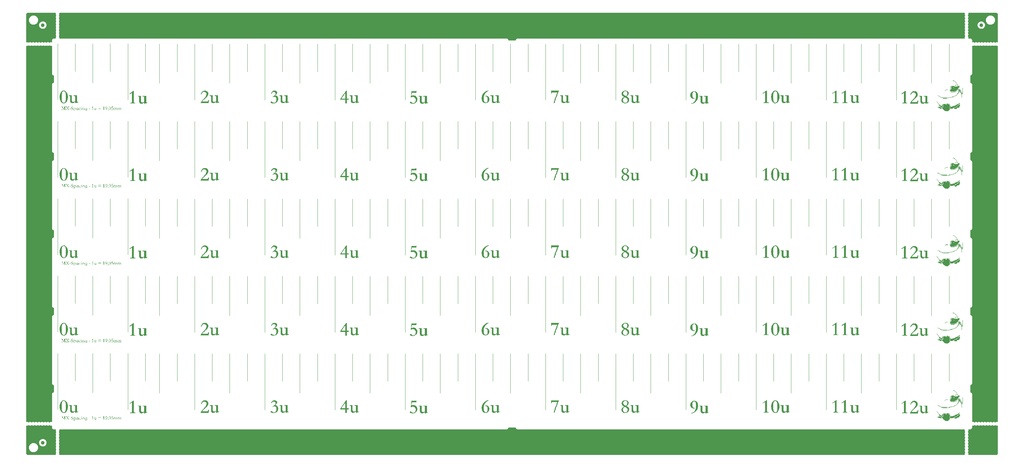
<source format=gtl>
G04 #@! TF.GenerationSoftware,KiCad,Pcbnew,8.0.2*
G04 #@! TF.CreationDate,2024-06-02T18:46:01+02:00*
G04 #@! TF.ProjectId,KeyboardUnitRuler-panel,4b657962-6f61-4726-9455-6e697452756c,rev?*
G04 #@! TF.SameCoordinates,Original*
G04 #@! TF.FileFunction,Copper,L1,Top*
G04 #@! TF.FilePolarity,Positive*
%FSLAX46Y46*%
G04 Gerber Fmt 4.6, Leading zero omitted, Abs format (unit mm)*
G04 Created by KiCad (PCBNEW 8.0.2) date 2024-06-02 18:46:01*
%MOMM*%
%LPD*%
G01*
G04 APERTURE LIST*
G04 #@! TA.AperFunction,NonConductor*
%ADD10C,0.100000*%
G04 #@! TD*
%ADD11C,0.300000*%
G04 #@! TA.AperFunction,NonConductor*
%ADD12C,0.300000*%
G04 #@! TD*
%ADD13C,0.150000*%
G04 #@! TA.AperFunction,NonConductor*
%ADD14C,0.150000*%
G04 #@! TD*
G04 #@! TA.AperFunction,EtchedComponent*
%ADD15C,0.000000*%
G04 #@! TD*
G04 #@! TA.AperFunction,SMDPad,CuDef*
%ADD16C,1.000000*%
G04 #@! TD*
G04 APERTURE END LIST*
D10*
X70010027Y70150000D02*
X70010027Y62682399D01*
X112872530Y28050000D02*
X112872530Y17382002D01*
X227172529Y49100000D02*
X227172529Y38432002D01*
X208122530Y49100000D02*
X208122530Y38432002D01*
X179547529Y70150000D02*
X179547529Y54910001D01*
X131922528Y112250000D02*
X131922528Y101582002D01*
X84297528Y49100000D02*
X84297528Y33860001D01*
X117635024Y91200000D02*
X117635024Y83732399D01*
X179547529Y49100000D02*
X179547529Y33860001D01*
X189072532Y28050000D02*
X189072532Y17382002D01*
X84297528Y28050000D02*
X84297528Y12810001D01*
X231935031Y91200000D02*
X231935031Y83732399D01*
X212885024Y91200000D02*
X212885024Y83732399D01*
X203360029Y49100000D02*
X203360029Y41632399D01*
X184310030Y91200000D02*
X184310030Y83732399D01*
X212885024Y28050000D02*
X212885024Y20582399D01*
X136685022Y49100000D02*
X136685022Y41632399D01*
X13771765Y49188799D02*
X13771765Y41721198D01*
X13771765Y91288799D02*
X13771765Y83821198D01*
X55722526Y49100000D02*
X55722526Y38432002D01*
X155735029Y112250000D02*
X155735029Y104782399D01*
X50960025Y28050000D02*
X50960025Y20582399D01*
X79535027Y91200000D02*
X79535027Y83732399D01*
X217647526Y91200000D02*
X217647526Y75960001D01*
X136685022Y70150000D02*
X136685022Y62682399D01*
X131922528Y49100000D02*
X131922528Y38432002D01*
X160497530Y28050000D02*
X160497530Y12810001D01*
X84297528Y70150000D02*
X84297528Y54910001D01*
X9009264Y91288799D02*
X9009264Y76048800D01*
X241460026Y112250000D02*
X241460026Y104782399D01*
X165260024Y28050000D02*
X165260024Y20582399D01*
X189072532Y91200000D02*
X189072532Y80532002D01*
X136685022Y112250000D02*
X136685022Y104782399D01*
X241460026Y49100000D02*
X241460026Y41632399D01*
X208122530Y28050000D02*
X208122530Y17382002D01*
X155735029Y28050000D02*
X155735029Y20582399D01*
X89060022Y91200000D02*
X89060022Y83732399D01*
X231935031Y28050000D02*
X231935031Y20582399D01*
X18534265Y70238799D02*
X18534265Y59570801D01*
X150972527Y91200000D02*
X150972527Y80532002D01*
X55722526Y28050000D02*
X55722526Y17382002D01*
X231935031Y70150000D02*
X231935031Y62682399D01*
X93822524Y91200000D02*
X93822524Y80532002D01*
X150972527Y70150000D02*
X150972527Y59482002D01*
X93822524Y70150000D02*
X93822524Y59482002D01*
X155735029Y91200000D02*
X155735029Y83732399D01*
X222410028Y28050000D02*
X222410028Y20582399D01*
X122397525Y28050000D02*
X122397525Y12810001D01*
X217647526Y70150000D02*
X217647526Y54910001D01*
X93822524Y28050000D02*
X93822524Y17382002D01*
X127160027Y112250000D02*
X127160027Y104782399D01*
X46197527Y70150000D02*
X46197527Y54910001D01*
X217647526Y49100000D02*
X217647526Y33860001D01*
X28059266Y91288799D02*
X28059266Y76048800D01*
X231935031Y112250000D02*
X231935031Y104782399D01*
X50960025Y112250000D02*
X50960025Y104782399D01*
X46197527Y28050000D02*
X46197527Y12810001D01*
X79535027Y70150000D02*
X79535027Y62682399D01*
X55722526Y112250000D02*
X55722526Y101582002D01*
X117635024Y28050000D02*
X117635024Y20582399D01*
X46197527Y49100000D02*
X46197527Y33860001D01*
X18534265Y112338799D02*
X18534265Y101670801D01*
X13771765Y28138799D02*
X13771765Y20671198D01*
X60485028Y28050000D02*
X60485028Y20582399D01*
X50960025Y70150000D02*
X50960025Y62682399D01*
X98585025Y112250000D02*
X98585025Y104782399D01*
X89060022Y49100000D02*
X89060022Y41632399D01*
X36672524Y49100000D02*
X36672524Y38432002D01*
X131922528Y28050000D02*
X131922528Y17382002D01*
X108110028Y112250000D02*
X108110028Y104782399D01*
X250985029Y70150000D02*
X250985029Y62682399D01*
X74772525Y70150000D02*
X74772525Y59482002D01*
X108110028Y91200000D02*
X108110028Y83732399D01*
X208122530Y112250000D02*
X208122530Y101582002D01*
X184310030Y112250000D02*
X184310030Y104782399D01*
X155735029Y70150000D02*
X155735029Y62682399D01*
X146210026Y49100000D02*
X146210026Y41632399D01*
X46197527Y112250000D02*
X46197527Y97010001D01*
X103347527Y70150000D02*
X103347527Y54910001D01*
X227172529Y91200000D02*
X227172529Y80532002D01*
X13771765Y70238799D02*
X13771765Y62771198D01*
X41435025Y91200000D02*
X41435025Y83732399D01*
X70010027Y49100000D02*
X70010027Y41632399D01*
X60485028Y70150000D02*
X60485028Y62682399D01*
X112872530Y91200000D02*
X112872530Y80532002D01*
X165260024Y70150000D02*
X165260024Y62682399D01*
X122397525Y112250000D02*
X122397525Y97010001D01*
X9009264Y49188799D02*
X9009264Y33948800D01*
X250985029Y112250000D02*
X250985029Y104782399D01*
X41435025Y70150000D02*
X41435025Y62682399D01*
X131922528Y91200000D02*
X131922528Y80532002D01*
X198597527Y91200000D02*
X198597527Y75960001D01*
X74772525Y49100000D02*
X74772525Y38432002D01*
X74772525Y28050000D02*
X74772525Y17382002D01*
X60485028Y112250000D02*
X60485028Y104782399D01*
X246222528Y112250000D02*
X246222528Y101582002D01*
X41435025Y28050000D02*
X41435025Y20582399D01*
X179547529Y91200000D02*
X179547529Y75960001D01*
X160497530Y112250000D02*
X160497530Y97010001D01*
X203360029Y28050000D02*
X203360029Y20582399D01*
X79535027Y28050000D02*
X79535027Y20582399D01*
X150972527Y49100000D02*
X150972527Y38432002D01*
X141447524Y28050000D02*
X141447524Y12810001D01*
X32821762Y91288799D02*
X32821762Y83821198D01*
X36672524Y70150000D02*
X36672524Y59482002D01*
X117635024Y112250000D02*
X117635024Y104782399D01*
X79535027Y112250000D02*
X79535027Y104782399D01*
X155735029Y49100000D02*
X155735029Y41632399D01*
X174785027Y112250000D02*
X174785027Y104782399D01*
X60485028Y49100000D02*
X60485028Y41632399D01*
X89060022Y28050000D02*
X89060022Y20582399D01*
X98585025Y49100000D02*
X98585025Y41632399D01*
X174785027Y70150000D02*
X174785027Y62682399D01*
X36672524Y28050000D02*
X36672524Y17382002D01*
X227172529Y70150000D02*
X227172529Y59482002D01*
X112872530Y70150000D02*
X112872530Y59482002D01*
X174785027Y91200000D02*
X174785027Y83732399D01*
X217647526Y28050000D02*
X217647526Y12810001D01*
X46197527Y91200000D02*
X46197527Y75960001D01*
X193835026Y28050000D02*
X193835026Y20582399D01*
X193835026Y91200000D02*
X193835026Y83732399D01*
X23296766Y28138799D02*
X23296766Y20671198D01*
X65247530Y28050000D02*
X65247530Y12810001D01*
X98585025Y91200000D02*
X98585025Y83732399D01*
X112872530Y112250000D02*
X112872530Y101582002D01*
X28059266Y112338799D02*
X28059266Y97098800D01*
X13771765Y112338799D02*
X13771765Y104871198D01*
X84297528Y91200000D02*
X84297528Y75960001D01*
X141447524Y49100000D02*
X141447524Y33860001D01*
X122397525Y91200000D02*
X122397525Y75960001D01*
X236697532Y28050000D02*
X236697532Y12810001D01*
X32821762Y49188799D02*
X32821762Y41721198D01*
X84297528Y112250000D02*
X84297528Y97010001D01*
X241460026Y28050000D02*
X241460026Y20582399D01*
X65247530Y49100000D02*
X65247530Y33860001D01*
X160497530Y91200000D02*
X160497530Y75960001D01*
X23296766Y49188799D02*
X23296766Y41721198D01*
X150972527Y112250000D02*
X150972527Y101582002D01*
X9009264Y112338799D02*
X9009264Y97098800D01*
X28059266Y49188799D02*
X28059266Y33948800D01*
X93822524Y49100000D02*
X93822524Y38432002D01*
X203360029Y70150000D02*
X203360029Y62682399D01*
X160497530Y49100000D02*
X160497530Y33860001D01*
X50960025Y91200000D02*
X50960025Y83732399D01*
X32821762Y70238799D02*
X32821762Y62771198D01*
X136685022Y91200000D02*
X136685022Y83732399D01*
X184310030Y70150000D02*
X184310030Y62682399D01*
X108110028Y28050000D02*
X108110028Y20582399D01*
X246222528Y91200000D02*
X246222528Y80532002D01*
X189072532Y112250000D02*
X189072532Y101582002D01*
X41435025Y112250000D02*
X41435025Y104782399D01*
X60485028Y91200000D02*
X60485028Y83732399D01*
X70010027Y91200000D02*
X70010027Y83732399D01*
X36672524Y91200000D02*
X36672524Y80532002D01*
X55722526Y70150000D02*
X55722526Y59482002D01*
X236697532Y70150000D02*
X236697532Y54910001D01*
X250985029Y49100000D02*
X250985029Y41632399D01*
X146210026Y70150000D02*
X146210026Y62682399D01*
X65247530Y70150000D02*
X65247530Y54910001D01*
X246222528Y28050000D02*
X246222528Y17382002D01*
X23296766Y70238799D02*
X23296766Y62771198D01*
X74772525Y91200000D02*
X74772525Y80532002D01*
X89060022Y70150000D02*
X89060022Y62682399D01*
X23296766Y112338799D02*
X23296766Y104871198D01*
X212885024Y49100000D02*
X212885024Y41632399D01*
X70010027Y28050000D02*
X70010027Y20582399D01*
X208122530Y70150000D02*
X208122530Y59482002D01*
X18534265Y49188799D02*
X18534265Y38520801D01*
X217647526Y112250000D02*
X217647526Y97010001D01*
X127160027Y28050000D02*
X127160027Y20582399D01*
X127160027Y91200000D02*
X127160027Y83732399D01*
X103347527Y112250000D02*
X103347527Y97010001D01*
X227172529Y28050000D02*
X227172529Y17382002D01*
X122397525Y70150000D02*
X122397525Y54910001D01*
X170022526Y91200000D02*
X170022526Y80532002D01*
X241460026Y70150000D02*
X241460026Y62682399D01*
X170022526Y28050000D02*
X170022526Y17382002D01*
X41435025Y49100000D02*
X41435025Y41632399D01*
X212885024Y70150000D02*
X212885024Y62682399D01*
X198597527Y70150000D02*
X198597527Y54910001D01*
X32821762Y112338799D02*
X32821762Y104871198D01*
X222410028Y49100000D02*
X222410028Y41632399D01*
X117635024Y49100000D02*
X117635024Y41632399D01*
X222410028Y91200000D02*
X222410028Y83732399D01*
X36672524Y112250000D02*
X36672524Y101582002D01*
X65247530Y112250000D02*
X65247530Y97010001D01*
X89060022Y112250000D02*
X89060022Y104782399D01*
X165260024Y91200000D02*
X165260024Y83732399D01*
X74772525Y112250000D02*
X74772525Y101582002D01*
X179547529Y112250000D02*
X179547529Y97010001D01*
X18534265Y28138799D02*
X18534265Y17470801D01*
X227172529Y112250000D02*
X227172529Y101582002D01*
X23296766Y91288799D02*
X23296766Y83821198D01*
X160497530Y70150000D02*
X160497530Y54910001D01*
X50960025Y49100000D02*
X50960025Y41632399D01*
X103347527Y49100000D02*
X103347527Y33860001D01*
X141447524Y112250000D02*
X141447524Y97010001D01*
X93822524Y112250000D02*
X93822524Y101582002D01*
X246222528Y49100000D02*
X246222528Y38432002D01*
X70010027Y112250000D02*
X70010027Y104782399D01*
X174785027Y49100000D02*
X174785027Y41632399D01*
X250985029Y91200000D02*
X250985029Y83732399D01*
X98585025Y28050000D02*
X98585025Y20582399D01*
X236697532Y49100000D02*
X236697532Y33860001D01*
X236697532Y91200000D02*
X236697532Y75960001D01*
X208122530Y91200000D02*
X208122530Y80532002D01*
X184310030Y28050000D02*
X184310030Y20582399D01*
X193835026Y112250000D02*
X193835026Y104782399D01*
X117635024Y70150000D02*
X117635024Y62682399D01*
X9009264Y28138799D02*
X9009264Y12898800D01*
X28059266Y70238799D02*
X28059266Y54998800D01*
X222410028Y112250000D02*
X222410028Y104782399D01*
X146210026Y91200000D02*
X146210026Y83732399D01*
X108110028Y49100000D02*
X108110028Y41632399D01*
X198597527Y28050000D02*
X198597527Y12810001D01*
X246222528Y70150000D02*
X246222528Y59482002D01*
X141447524Y91200000D02*
X141447524Y75960001D01*
X131922528Y70150000D02*
X131922528Y59482002D01*
X127160027Y49100000D02*
X127160027Y41632399D01*
X198597527Y49100000D02*
X198597527Y33860001D01*
X146210026Y112250000D02*
X146210026Y104782399D01*
X222410028Y70150000D02*
X222410028Y62682399D01*
X103347527Y28050000D02*
X103347527Y12810001D01*
X203360029Y112250000D02*
X203360029Y104782399D01*
X170022526Y112250000D02*
X170022526Y101582002D01*
X98585025Y70150000D02*
X98585025Y62682399D01*
X170022526Y70150000D02*
X170022526Y59482002D01*
X189072532Y49100000D02*
X189072532Y38432002D01*
X9009264Y70238799D02*
X9009264Y54998800D01*
X179547529Y28050000D02*
X179547529Y12810001D01*
X32821762Y28138799D02*
X32821762Y20671198D01*
X18534265Y91288799D02*
X18534265Y80620801D01*
X65247530Y91200000D02*
X65247530Y75960001D01*
X55722526Y91200000D02*
X55722526Y80532002D01*
X28059266Y28138799D02*
X28059266Y12898800D01*
X174785027Y28050000D02*
X174785027Y20582399D01*
X203360029Y91200000D02*
X203360029Y83732399D01*
X103347527Y91200000D02*
X103347527Y75960001D01*
X141447524Y70150000D02*
X141447524Y54910001D01*
X250985029Y28050000D02*
X250985029Y20582399D01*
X231935031Y49100000D02*
X231935031Y41632399D01*
X236697532Y112250000D02*
X236697532Y97010001D01*
X150972527Y28050000D02*
X150972527Y17382002D01*
X193835026Y70150000D02*
X193835026Y62682399D01*
X212885024Y112250000D02*
X212885024Y104782399D01*
X165260024Y112250000D02*
X165260024Y104782399D01*
X122397525Y49100000D02*
X122397525Y33860001D01*
X127160027Y70150000D02*
X127160027Y62682399D01*
X184310030Y49100000D02*
X184310030Y41632399D01*
X146210026Y28050000D02*
X146210026Y20582399D01*
X165260024Y49100000D02*
X165260024Y41632399D01*
X170022526Y49100000D02*
X170022526Y38432002D01*
X136685022Y28050000D02*
X136685022Y20582399D01*
X198597527Y112250000D02*
X198597527Y97010001D01*
X112872530Y49100000D02*
X112872530Y38432002D01*
X193835026Y49100000D02*
X193835026Y41632399D01*
X79535027Y49100000D02*
X79535027Y41632399D01*
X241460026Y91200000D02*
X241460026Y83732399D01*
X189072532Y70150000D02*
X189072532Y59482002D01*
X108110028Y70150000D02*
X108110028Y62682399D01*
D11*
D12*
G36*
X143025090Y99564235D02*
G01*
X145109556Y99564235D01*
X145109556Y99470248D01*
X145023942Y99299657D01*
X144942408Y99113253D01*
X144867367Y98929582D01*
X144857373Y98904464D01*
X144783474Y98714854D01*
X144713965Y98532412D01*
X144638764Y98331584D01*
X144571748Y98150183D01*
X144500779Y97956014D01*
X144456300Y97833384D01*
X144372557Y97596488D01*
X144296159Y97377487D01*
X144227105Y97176381D01*
X144165396Y96993171D01*
X144094542Y96776727D01*
X144036745Y96592097D01*
X143982861Y96406048D01*
X143941697Y96229089D01*
X143679278Y96229089D01*
X143726280Y96421648D01*
X143773972Y96602236D01*
X143826389Y96788095D01*
X143831890Y96806970D01*
X143890232Y97000626D01*
X143948024Y97182842D01*
X144010821Y97372565D01*
X144040337Y97459297D01*
X144102976Y97637965D01*
X144169918Y97823148D01*
X144241165Y98014844D01*
X144316715Y98213054D01*
X144386485Y98392952D01*
X144459818Y98579261D01*
X144536713Y98771983D01*
X144617171Y98971116D01*
X144664746Y99087786D01*
X143309843Y99087786D01*
X143164675Y99018924D01*
X143121869Y98796519D01*
X143025090Y98796519D01*
X143025090Y99564235D01*
G37*
G36*
X145407337Y98283777D02*
G01*
X146241124Y98283777D01*
X146241124Y96988431D01*
X146258045Y96796549D01*
X146329527Y96632024D01*
X146491664Y96539296D01*
X146612419Y96526870D01*
X146798659Y96548111D01*
X146886936Y96576190D01*
X147049378Y96667793D01*
X147134466Y96736247D01*
X147134466Y97969246D01*
X147123300Y98044622D01*
X147069327Y98097664D01*
X146939978Y98136748D01*
X146749134Y98163444D01*
X146703615Y98168387D01*
X146703615Y98283777D01*
X147670472Y98283777D01*
X147670472Y96771609D01*
X147676986Y96629232D01*
X147714208Y96551065D01*
X147803543Y96513842D01*
X147968253Y96503606D01*
X147968253Y96443119D01*
X147968253Y96382633D01*
X147134466Y96175117D01*
X147134466Y96605968D01*
X147001555Y96469419D01*
X146944631Y96415202D01*
X146793217Y96296888D01*
X146765032Y96279340D01*
X146590169Y96201151D01*
X146577988Y96197450D01*
X146390101Y96169969D01*
X146360236Y96169533D01*
X146171626Y96192845D01*
X145995222Y96280503D01*
X145911704Y96366813D01*
X145822108Y96532570D01*
X145776305Y96715782D01*
X145764674Y96887930D01*
X145764674Y97971108D01*
X145750716Y98047414D01*
X145701396Y98101387D01*
X145594381Y98141401D01*
X145407337Y98178624D01*
X145407337Y98283777D01*
G37*
D11*
D12*
G36*
X181983164Y76372136D02*
G01*
X181805649Y76311532D01*
X181677008Y76299552D01*
X181483851Y76318462D01*
X181324324Y76366553D01*
X181152733Y76460478D01*
X181036779Y76559180D01*
X180919724Y76709204D01*
X180840430Y76869058D01*
X180788331Y77054063D01*
X180768484Y77248871D01*
X180767846Y77293396D01*
X180781515Y77479464D01*
X180826807Y77668165D01*
X180850666Y77732623D01*
X180934992Y77899899D01*
X181049849Y78054615D01*
X181075863Y78082515D01*
X181219769Y78206247D01*
X181384531Y78301762D01*
X181408075Y78312365D01*
X181592234Y78371811D01*
X181787026Y78394862D01*
X181813801Y78395185D01*
X182012782Y78376661D01*
X182196089Y78321089D01*
X182245584Y78298407D01*
X182405888Y78199756D01*
X182544819Y78071538D01*
X182580587Y78029473D01*
X182690968Y77864665D01*
X182772413Y77687706D01*
X182798339Y77613511D01*
X182845973Y77423937D01*
X182870324Y77235906D01*
X182876507Y77071922D01*
X182867957Y76871385D01*
X182842309Y76675501D01*
X182799561Y76484270D01*
X182739714Y76297691D01*
X182664512Y76118674D01*
X182575702Y75949195D01*
X182473281Y75789254D01*
X182357251Y75638851D01*
X182228833Y75499673D01*
X182089249Y75372477D01*
X181938497Y75257261D01*
X181776579Y75154027D01*
X181605704Y75065565D01*
X181427152Y74994667D01*
X181240922Y74941334D01*
X181047016Y74905566D01*
X181025613Y75022817D01*
X181207215Y75076519D01*
X181391728Y75156562D01*
X181558067Y75258052D01*
X181604424Y75292681D01*
X181747862Y75419779D01*
X181874579Y75563781D01*
X181984575Y75724685D01*
X182004567Y75758894D01*
X182095043Y75938755D01*
X182169888Y76131702D01*
X182223884Y76316542D01*
X182239070Y76380512D01*
X182276406Y76578610D01*
X182301523Y76784511D01*
X182313591Y76974085D01*
X182316307Y77120311D01*
X182311853Y77317696D01*
X182297095Y77515150D01*
X182289320Y77581871D01*
X182257327Y77766767D01*
X182202778Y77946653D01*
X182112266Y78114373D01*
X182043651Y78189530D01*
X181871962Y78272409D01*
X181803565Y78277934D01*
X181621869Y78225103D01*
X181586743Y78197905D01*
X181469667Y78046979D01*
X181438784Y77982945D01*
X181378660Y77799449D01*
X181354102Y77673997D01*
X181333771Y77487005D01*
X181328046Y77318521D01*
X181338646Y77130736D01*
X181361547Y76992823D01*
X181415854Y76814417D01*
X181459256Y76719237D01*
X181569702Y76567439D01*
X181612799Y76529402D01*
X181786437Y76460700D01*
X181813801Y76459610D01*
X181957108Y76481013D01*
X181983164Y76372136D01*
G37*
G36*
X183209649Y77084949D02*
G01*
X184043436Y77084949D01*
X184043436Y75789603D01*
X184060357Y75597721D01*
X184131839Y75433196D01*
X184293976Y75340468D01*
X184414731Y75328042D01*
X184600971Y75349283D01*
X184689248Y75377362D01*
X184851690Y75468965D01*
X184936778Y75537419D01*
X184936778Y76770418D01*
X184925612Y76845794D01*
X184871639Y76898836D01*
X184742290Y76937920D01*
X184551446Y76964616D01*
X184505927Y76969559D01*
X184505927Y77084949D01*
X185472784Y77084949D01*
X185472784Y75572781D01*
X185479298Y75430404D01*
X185516520Y75352237D01*
X185605855Y75315014D01*
X185770565Y75304778D01*
X185770565Y75244291D01*
X185770565Y75183805D01*
X184936778Y74976289D01*
X184936778Y75407140D01*
X184803867Y75270591D01*
X184746943Y75216374D01*
X184595529Y75098060D01*
X184567344Y75080512D01*
X184392481Y75002323D01*
X184380300Y74998622D01*
X184192413Y74971141D01*
X184162548Y74970705D01*
X183973938Y74994017D01*
X183797534Y75081675D01*
X183714016Y75167985D01*
X183624420Y75333742D01*
X183578617Y75516954D01*
X183566986Y75689102D01*
X183566986Y76772280D01*
X183553028Y76848586D01*
X183503708Y76902559D01*
X183396693Y76942573D01*
X183209649Y76979796D01*
X183209649Y77084949D01*
G37*
D11*
D12*
G36*
X67073615Y98769533D02*
G01*
X66984281Y98838394D01*
X67066445Y99025231D01*
X67160092Y99187923D01*
X67277612Y99340376D01*
X67328590Y99393011D01*
X67489820Y99507449D01*
X67667500Y99570262D01*
X67852742Y99593228D01*
X67897165Y99594013D01*
X68086375Y99576420D01*
X68168890Y99556791D01*
X68344942Y99481066D01*
X68395018Y99446984D01*
X68527711Y99310889D01*
X68551353Y99273899D01*
X68609713Y99091257D01*
X68611839Y99044049D01*
X68576466Y98850471D01*
X68488583Y98685680D01*
X68450852Y98635531D01*
X68312357Y98485739D01*
X68168756Y98361312D01*
X68017604Y98249639D01*
X67999528Y98237249D01*
X68196807Y98233760D01*
X68375476Y98191651D01*
X68550110Y98103713D01*
X68663951Y98009261D01*
X68780286Y97858149D01*
X68846342Y97719855D01*
X68895716Y97530916D01*
X68909620Y97347629D01*
X68895095Y97155656D01*
X68851518Y96973367D01*
X68806328Y96857221D01*
X68710258Y96682117D01*
X68588386Y96527285D01*
X68523436Y96462661D01*
X68366915Y96339904D01*
X68203622Y96247582D01*
X68100029Y96203034D01*
X67913290Y96146327D01*
X67717392Y96115793D01*
X67581704Y96109977D01*
X67389837Y96118148D01*
X67191521Y96150326D01*
X67020573Y96213270D01*
X66868093Y96335300D01*
X66825154Y96461731D01*
X66859585Y96562232D01*
X66954503Y96631094D01*
X67097810Y96631094D01*
X67263730Y96531367D01*
X67275548Y96520356D01*
X67423131Y96396410D01*
X67525870Y96325868D01*
X67707237Y96270525D01*
X67726872Y96270034D01*
X67919310Y96300932D01*
X68021861Y96349132D01*
X68170170Y96469888D01*
X68245197Y96562232D01*
X68339626Y96733376D01*
X68385712Y96865596D01*
X68424087Y97058648D01*
X68433171Y97210836D01*
X68417268Y97408890D01*
X68363038Y97592532D01*
X68270322Y97740327D01*
X68126016Y97862636D01*
X67942099Y97924620D01*
X67869248Y97929232D01*
X67674110Y97894678D01*
X67502160Y97800710D01*
X67438397Y97748702D01*
X67359299Y97860370D01*
X67469105Y97956218D01*
X67591940Y98052067D01*
X67744654Y98170937D01*
X67889474Y98295764D01*
X68028709Y98435480D01*
X68038611Y98446626D01*
X68150824Y98608812D01*
X68194946Y98779769D01*
X68162609Y98972861D01*
X68065598Y99116633D01*
X67900326Y99210300D01*
X67708261Y99236676D01*
X67515907Y99205161D01*
X67351854Y99125008D01*
X67204977Y98991749D01*
X67101169Y98828623D01*
X67073615Y98769533D01*
G37*
G36*
X69207401Y98283777D02*
G01*
X70041188Y98283777D01*
X70041188Y96988431D01*
X70058109Y96796549D01*
X70129591Y96632024D01*
X70291728Y96539296D01*
X70412483Y96526870D01*
X70598723Y96548111D01*
X70687000Y96576190D01*
X70849442Y96667793D01*
X70934530Y96736247D01*
X70934530Y97969246D01*
X70923364Y98044622D01*
X70869391Y98097664D01*
X70740042Y98136748D01*
X70549198Y98163444D01*
X70503679Y98168387D01*
X70503679Y98283777D01*
X71470536Y98283777D01*
X71470536Y96771609D01*
X71477050Y96629232D01*
X71514272Y96551065D01*
X71603607Y96513842D01*
X71768317Y96503606D01*
X71768317Y96443119D01*
X71768317Y96382633D01*
X70934530Y96175117D01*
X70934530Y96605968D01*
X70801619Y96469419D01*
X70744695Y96415202D01*
X70593281Y96296888D01*
X70565096Y96279340D01*
X70390233Y96201151D01*
X70378052Y96197450D01*
X70190165Y96169969D01*
X70160300Y96169533D01*
X69971690Y96192845D01*
X69795286Y96280503D01*
X69711768Y96366813D01*
X69622172Y96532570D01*
X69576369Y96715782D01*
X69564738Y96887930D01*
X69564738Y97971108D01*
X69550780Y98047414D01*
X69501460Y98101387D01*
X69394445Y98141401D01*
X69207401Y98178624D01*
X69207401Y98283777D01*
G37*
D11*
D12*
G36*
X30154659Y53980261D02*
G01*
X29962876Y53980261D01*
X29828961Y53980261D01*
X29637730Y53980261D01*
X29439985Y53980261D01*
X29242240Y53980261D01*
X29051009Y53980261D01*
X28855438Y53980261D01*
X28725311Y53980261D01*
X28725311Y54103096D01*
X29023092Y54151485D01*
X29180648Y54259347D01*
X29201760Y54358071D01*
X29201760Y56900375D01*
X28586657Y56489996D01*
X28501975Y56634233D01*
X28660553Y56739717D01*
X28712283Y56774749D01*
X28869825Y56883799D01*
X28968189Y56953417D01*
X29120118Y57064780D01*
X29239914Y57156281D01*
X29391483Y57278145D01*
X29503264Y57374963D01*
X29678210Y57374963D01*
X29678210Y54358071D01*
X29760767Y54185247D01*
X29869906Y54145902D01*
X30154659Y54103096D01*
X30154659Y53980261D01*
G37*
G36*
X30809777Y56034949D02*
G01*
X31643564Y56034949D01*
X31643564Y54739603D01*
X31660485Y54547721D01*
X31731967Y54383196D01*
X31894104Y54290468D01*
X32014859Y54278042D01*
X32201099Y54299283D01*
X32289376Y54327362D01*
X32451818Y54418965D01*
X32536906Y54487419D01*
X32536906Y55720418D01*
X32525740Y55795794D01*
X32471767Y55848836D01*
X32342418Y55887920D01*
X32151574Y55914616D01*
X32106055Y55919559D01*
X32106055Y56034949D01*
X33072912Y56034949D01*
X33072912Y54522781D01*
X33079426Y54380404D01*
X33116648Y54302237D01*
X33205983Y54265014D01*
X33370693Y54254778D01*
X33370693Y54194291D01*
X33370693Y54133805D01*
X32536906Y53926289D01*
X32536906Y54357140D01*
X32403995Y54220591D01*
X32347071Y54166374D01*
X32195657Y54048060D01*
X32167472Y54030512D01*
X31992609Y53952323D01*
X31980428Y53948622D01*
X31792541Y53921141D01*
X31762676Y53920705D01*
X31574066Y53944017D01*
X31397662Y54031675D01*
X31314144Y54117985D01*
X31224548Y54283742D01*
X31178745Y54466954D01*
X31167114Y54639102D01*
X31167114Y55722280D01*
X31153156Y55798586D01*
X31103836Y55852559D01*
X30996821Y55892573D01*
X30809777Y55929796D01*
X30809777Y56034949D01*
G37*
D11*
D12*
G36*
X163305979Y57479357D02*
G01*
X163483950Y57435388D01*
X163661266Y57356642D01*
X163778009Y57276261D01*
X163910832Y57137185D01*
X163970636Y57040828D01*
X164032181Y56856134D01*
X164040428Y56752353D01*
X164020635Y56559704D01*
X163998553Y56484350D01*
X163905932Y56315223D01*
X163877579Y56280556D01*
X163738867Y56153360D01*
X163683091Y56113985D01*
X163520821Y56012230D01*
X163427186Y55957650D01*
X163600838Y55865917D01*
X163766053Y55759887D01*
X163824537Y55714773D01*
X163966390Y55579430D01*
X164044150Y55473756D01*
X164122426Y55299752D01*
X164138137Y55230879D01*
X164158516Y55042357D01*
X164159540Y54990793D01*
X164138835Y54794444D01*
X164076720Y54612983D01*
X163978545Y54450367D01*
X163849662Y54308688D01*
X163693327Y54192135D01*
X163524789Y54107798D01*
X163512798Y54103034D01*
X163325053Y54049599D01*
X163136912Y54029243D01*
X163094974Y54028588D01*
X162902685Y54041235D01*
X162714450Y54082851D01*
X162679011Y54094658D01*
X162505228Y54172826D01*
X162357966Y54275188D01*
X162226058Y54416616D01*
X162149519Y54544121D01*
X162089323Y54725429D01*
X162075074Y54875403D01*
X162077583Y54901459D01*
X162491967Y54901459D01*
X162509870Y54711202D01*
X162570917Y54531308D01*
X162675289Y54382203D01*
X162827174Y54264254D01*
X163007850Y54200743D01*
X163144294Y54188646D01*
X163334347Y54212855D01*
X163504501Y54293720D01*
X163580729Y54360800D01*
X163685565Y54523854D01*
X163734899Y54714170D01*
X163742647Y54842833D01*
X163719995Y55038091D01*
X163643616Y55220751D01*
X163550951Y55336963D01*
X163393299Y55466885D01*
X163224889Y55570404D01*
X163045407Y55660320D01*
X162945153Y55704536D01*
X162786321Y55600845D01*
X162647663Y55464974D01*
X162588746Y55374186D01*
X162522589Y55192100D01*
X162495370Y55005406D01*
X162491967Y54901459D01*
X162077583Y54901459D01*
X162093249Y55064174D01*
X162104852Y55116419D01*
X162176215Y55293343D01*
X162211867Y55350922D01*
X162339691Y55496341D01*
X162427758Y55568674D01*
X162586420Y55671036D01*
X162758073Y55757549D01*
X162785095Y55769676D01*
X162597706Y55875123D01*
X162442077Y55991976D01*
X162297247Y56147253D01*
X162198152Y56318953D01*
X162144794Y56507076D01*
X162134630Y56641616D01*
X162152894Y56780270D01*
X162551524Y56780270D01*
X162582090Y56591944D01*
X162584093Y56585782D01*
X162673504Y56422222D01*
X162697622Y56392224D01*
X162837931Y56263072D01*
X162920027Y56206111D01*
X163089022Y56113094D01*
X163270851Y56035818D01*
X163431479Y56145995D01*
X163566746Y56302446D01*
X163650482Y56491467D01*
X163681481Y56683578D01*
X163683091Y56743047D01*
X163659593Y56930072D01*
X163581731Y57105032D01*
X163540714Y57160871D01*
X163387993Y57279191D01*
X163195782Y57329730D01*
X163108932Y57333956D01*
X162922761Y57311448D01*
X162751871Y57228293D01*
X162693900Y57173899D01*
X162591706Y57008156D01*
X162552775Y56823576D01*
X162551524Y56780270D01*
X162152894Y56780270D01*
X162159891Y56833393D01*
X162206284Y56958938D01*
X162306491Y57120028D01*
X162410078Y57230663D01*
X162562882Y57344552D01*
X162719956Y57422360D01*
X162908395Y57476100D01*
X163101115Y57493943D01*
X163114516Y57494013D01*
X163305979Y57479357D01*
G37*
G36*
X164457321Y56183777D02*
G01*
X165291108Y56183777D01*
X165291108Y54888431D01*
X165308029Y54696549D01*
X165379511Y54532024D01*
X165541648Y54439296D01*
X165662403Y54426870D01*
X165848643Y54448111D01*
X165936920Y54476190D01*
X166099362Y54567793D01*
X166184450Y54636247D01*
X166184450Y55869246D01*
X166173284Y55944622D01*
X166119311Y55997664D01*
X165989962Y56036748D01*
X165799118Y56063444D01*
X165753599Y56068387D01*
X165753599Y56183777D01*
X166720456Y56183777D01*
X166720456Y54671609D01*
X166726970Y54529232D01*
X166764192Y54451065D01*
X166853527Y54413842D01*
X167018237Y54403606D01*
X167018237Y54343119D01*
X167018237Y54282633D01*
X166184450Y54075117D01*
X166184450Y54505968D01*
X166051539Y54369419D01*
X165994615Y54315202D01*
X165843201Y54196888D01*
X165815016Y54179340D01*
X165640153Y54101151D01*
X165627972Y54097450D01*
X165440085Y54069969D01*
X165410220Y54069533D01*
X165221610Y54092845D01*
X165045206Y54180503D01*
X164961688Y54266813D01*
X164872092Y54432570D01*
X164826289Y54615782D01*
X164814658Y54787930D01*
X164814658Y55871108D01*
X164800700Y55947414D01*
X164751380Y56001387D01*
X164644365Y56041401D01*
X164457321Y56078624D01*
X164457321Y56183777D01*
G37*
D11*
D12*
G36*
X220952205Y12029089D02*
G01*
X220760422Y12029089D01*
X220626507Y12029089D01*
X220435276Y12029089D01*
X220237531Y12029089D01*
X220039786Y12029089D01*
X219848555Y12029089D01*
X219652984Y12029089D01*
X219522857Y12029089D01*
X219522857Y12151924D01*
X219820638Y12200313D01*
X219978194Y12308175D01*
X219999306Y12406899D01*
X219999306Y14949203D01*
X219384203Y14538824D01*
X219299521Y14683061D01*
X219458099Y14788545D01*
X219509829Y14823577D01*
X219667371Y14932627D01*
X219765735Y15002245D01*
X219917664Y15113608D01*
X220037460Y15205109D01*
X220189029Y15326973D01*
X220300810Y15423791D01*
X220475756Y15423791D01*
X220475756Y12406899D01*
X220558313Y12234075D01*
X220667452Y12194730D01*
X220952205Y12151924D01*
X220952205Y12029089D01*
G37*
G36*
X223453565Y12029089D02*
G01*
X223261781Y12029089D01*
X223127867Y12029089D01*
X222936636Y12029089D01*
X222738891Y12029089D01*
X222541145Y12029089D01*
X222349914Y12029089D01*
X222154343Y12029089D01*
X222024216Y12029089D01*
X222024216Y12151924D01*
X222321997Y12200313D01*
X222479554Y12308175D01*
X222500666Y12406899D01*
X222500666Y14949203D01*
X221885562Y14538824D01*
X221800881Y14683061D01*
X221959459Y14788545D01*
X222011189Y14823577D01*
X222168730Y14932627D01*
X222267094Y15002245D01*
X222419023Y15113608D01*
X222538819Y15205109D01*
X222690389Y15326973D01*
X222802169Y15423791D01*
X222977115Y15423791D01*
X222977115Y12406899D01*
X223059672Y12234075D01*
X223168812Y12194730D01*
X223453565Y12151924D01*
X223453565Y12029089D01*
G37*
G36*
X224108683Y14083777D02*
G01*
X224942469Y14083777D01*
X224942469Y12788431D01*
X224959390Y12596549D01*
X225030873Y12432024D01*
X225193009Y12339296D01*
X225313765Y12326870D01*
X225500004Y12348111D01*
X225588281Y12376190D01*
X225750723Y12467793D01*
X225835812Y12536247D01*
X225835812Y13769246D01*
X225824645Y13844622D01*
X225770672Y13897664D01*
X225641324Y13936748D01*
X225450480Y13963444D01*
X225404960Y13968387D01*
X225404960Y14083777D01*
X226371817Y14083777D01*
X226371817Y12571609D01*
X226378331Y12429232D01*
X226415554Y12351065D01*
X226504888Y12313842D01*
X226669598Y12303606D01*
X226669598Y12243119D01*
X226669598Y12182633D01*
X225835812Y11975117D01*
X225835812Y12405968D01*
X225702901Y12269419D01*
X225645976Y12215202D01*
X225494562Y12096888D01*
X225466377Y12079340D01*
X225291515Y12001151D01*
X225279334Y11997450D01*
X225091447Y11969969D01*
X225061581Y11969533D01*
X224872971Y11992845D01*
X224696567Y12080503D01*
X224613049Y12166813D01*
X224523453Y12332570D01*
X224477650Y12515782D01*
X224466020Y12687930D01*
X224466020Y13771108D01*
X224452061Y13847414D01*
X224402741Y13901387D01*
X224295726Y13941401D01*
X224108683Y13978624D01*
X224108683Y14083777D01*
G37*
D13*
D14*
G36*
X11204635Y31206826D02*
G01*
X11150459Y31206826D01*
X11100771Y31206826D01*
X11049480Y31206826D01*
X10998784Y31206826D01*
X10993609Y31206826D01*
X10963323Y31206826D01*
X10914091Y31206826D01*
X10886875Y31206826D01*
X10836295Y31206826D01*
X10798215Y31206826D01*
X10798215Y31230517D01*
X10886142Y31247126D01*
X10928885Y31268131D01*
X10937643Y31317633D01*
X10937678Y31322597D01*
X10937678Y31964956D01*
X10612102Y31198277D01*
X10248669Y32016491D01*
X10248669Y31314293D01*
X10258438Y31263979D01*
X10287748Y31244439D01*
X10407427Y31230517D01*
X10407427Y31206826D01*
X10355453Y31206826D01*
X10303337Y31206826D01*
X10251078Y31206826D01*
X10240609Y31206826D01*
X10191594Y31206826D01*
X10138522Y31206826D01*
X10087941Y31206826D01*
X10047901Y31206826D01*
X10047901Y31230517D01*
X10127524Y31244439D01*
X10170022Y31254209D01*
X10193226Y31267398D01*
X10202751Y31286205D01*
X10204216Y31314293D01*
X10204216Y32045800D01*
X10063533Y32061187D01*
X10063533Y32086344D01*
X10115130Y32082987D01*
X10166302Y32082257D01*
X10191272Y32082192D01*
X10245548Y32082521D01*
X10296983Y32083814D01*
X10334398Y32086344D01*
X10648983Y31405151D01*
X10941586Y32082192D01*
X10991892Y32082192D01*
X11043160Y32082192D01*
X11077873Y32082192D01*
X11128443Y32082776D01*
X11179118Y32084726D01*
X11204635Y32086344D01*
X11204635Y32061187D01*
X11118906Y32043113D01*
X11072607Y32025848D01*
X11063463Y32017956D01*
X11048556Y31970512D01*
X11048320Y31960803D01*
X11048320Y31332367D01*
X11052579Y31283594D01*
X11055891Y31274481D01*
X11087887Y31254209D01*
X11204635Y31230517D01*
X11204635Y31206826D01*
G37*
G36*
X11693365Y31573923D02*
G01*
X11525326Y31353371D01*
X11500657Y31310742D01*
X11498215Y31302325D01*
X11501634Y31266177D01*
X11528013Y31243706D01*
X11568801Y31236135D01*
X11655019Y31227098D01*
X11655019Y31203895D01*
X11604299Y31206342D01*
X11565626Y31206826D01*
X11516353Y31206826D01*
X11465329Y31206826D01*
X11453763Y31206826D01*
X11404567Y31206826D01*
X11354291Y31206826D01*
X11337015Y31206826D01*
X11286904Y31206826D01*
X11236056Y31206826D01*
X11232967Y31206826D01*
X11232967Y31227098D01*
X11323337Y31241020D01*
X11369609Y31258494D01*
X11389039Y31271550D01*
X11425583Y31306163D01*
X11457427Y31344090D01*
X11669429Y31613002D01*
X11411020Y31968863D01*
X11380581Y32007446D01*
X11379025Y32009408D01*
X11357775Y32033099D01*
X11340923Y32045067D01*
X11323337Y32049952D01*
X11232967Y32061187D01*
X11232967Y32082192D01*
X11283800Y32082192D01*
X11330176Y32082192D01*
X11379323Y32082192D01*
X11430556Y32082192D01*
X11463044Y32082192D01*
X11512519Y32082192D01*
X11563474Y32082192D01*
X11590783Y32082192D01*
X11641419Y32083119D01*
X11670651Y32085123D01*
X11670651Y32061187D01*
X11589318Y32047021D01*
X11544333Y32026970D01*
X11540469Y32013560D01*
X11556681Y31966024D01*
X11569290Y31946637D01*
X11739283Y31708012D01*
X11934677Y31956407D01*
X11955193Y32001103D01*
X11922946Y32038052D01*
X11906345Y32042869D01*
X11826966Y32061187D01*
X11826966Y32085123D01*
X11877799Y32082604D01*
X11911962Y32082192D01*
X11962154Y32082192D01*
X12014311Y32082192D01*
X12017964Y32082192D01*
X12067953Y32082192D01*
X12113707Y32082192D01*
X12162897Y32084127D01*
X12170860Y32085123D01*
X12170860Y32061187D01*
X12096610Y32047021D01*
X12050415Y32024234D01*
X12012667Y31988952D01*
X11979618Y31949324D01*
X11765661Y31671620D01*
X12033351Y31321864D01*
X12067087Y31281502D01*
X12106380Y31248929D01*
X12130560Y31239554D01*
X12217754Y31227098D01*
X12217754Y31206826D01*
X12165505Y31206826D01*
X12115297Y31206826D01*
X12061549Y31206826D01*
X12011614Y31206826D01*
X11960546Y31206826D01*
X11909713Y31206826D01*
X11859113Y31206826D01*
X11808747Y31206826D01*
X11780071Y31206826D01*
X11780071Y31227098D01*
X11843086Y31233692D01*
X11886561Y31240776D01*
X11909032Y31252011D01*
X11909520Y31273016D01*
X11889248Y31307210D01*
X11693365Y31573923D01*
G37*
G36*
X12244133Y31503825D02*
G01*
X12572395Y31503825D01*
X12572395Y31441299D01*
X12244133Y31441299D01*
X12244133Y31503825D01*
G37*
G36*
X13153693Y31864327D02*
G01*
X13138405Y31916537D01*
X13112142Y31967507D01*
X13077240Y32005735D01*
X13033699Y32031220D01*
X12981521Y32043963D01*
X12952193Y32045556D01*
X12903560Y32040245D01*
X12882828Y32034321D01*
X12837289Y32011930D01*
X12826408Y32003790D01*
X12793493Y31966123D01*
X12789039Y31958117D01*
X12775815Y31910192D01*
X12775605Y31902918D01*
X12784886Y31857489D01*
X12815813Y31818834D01*
X12818836Y31816212D01*
X12858897Y31787170D01*
X12885759Y31770782D01*
X12929973Y31746114D01*
X12976106Y31721869D01*
X12991760Y31713874D01*
X13035437Y31691591D01*
X13081474Y31667117D01*
X13106798Y31653057D01*
X13148165Y31626997D01*
X13185445Y31595905D01*
X13215930Y31557733D01*
X13230141Y31528738D01*
X13242173Y31479087D01*
X13244551Y31438368D01*
X13240344Y31388900D01*
X13226498Y31339945D01*
X13222570Y31330657D01*
X13198166Y31288028D01*
X13163262Y31249537D01*
X13160776Y31247370D01*
X13119038Y31218694D01*
X13072529Y31198031D01*
X13061614Y31194369D01*
X13011409Y31182193D01*
X12960845Y31176463D01*
X12929478Y31175563D01*
X12879203Y31177958D01*
X12830594Y31185145D01*
X12775989Y31199586D01*
X12723651Y31220548D01*
X12680595Y31243706D01*
X12695982Y31453023D01*
X12716010Y31453023D01*
X12725841Y31404662D01*
X12744098Y31360210D01*
X12770661Y31318158D01*
X12798564Y31286205D01*
X12837264Y31255361D01*
X12871104Y31237356D01*
X12919885Y31222877D01*
X12953658Y31220015D01*
X13002400Y31224853D01*
X13027175Y31231250D01*
X13072167Y31251316D01*
X13089946Y31263490D01*
X13124842Y31299669D01*
X13133909Y31313804D01*
X13149709Y31361981D01*
X13150762Y31379750D01*
X13143829Y31429200D01*
X13140260Y31439101D01*
X13112104Y31480877D01*
X13104600Y31488194D01*
X13064224Y31519173D01*
X13036945Y31535821D01*
X12992649Y31560611D01*
X12947052Y31584788D01*
X12931676Y31592729D01*
X12887570Y31616806D01*
X12842232Y31644636D01*
X12798490Y31676097D01*
X12759571Y31711054D01*
X12752402Y31718759D01*
X12723422Y31759145D01*
X12703941Y31807646D01*
X12697447Y31860420D01*
X12702638Y31909757D01*
X12718208Y31954209D01*
X12745213Y31995467D01*
X12776826Y32026261D01*
X12817676Y32053127D01*
X12864998Y32073155D01*
X12914611Y32085252D01*
X12964500Y32089860D01*
X12975640Y32090008D01*
X13026522Y32086876D01*
X13080007Y32075625D01*
X13128516Y32056193D01*
X13172049Y32028578D01*
X13177140Y32024551D01*
X13177140Y31864327D01*
X13153693Y31864327D01*
G37*
G36*
X13521034Y31670399D02*
G01*
X13568725Y31701316D01*
X13615625Y31725193D01*
X13661735Y31742029D01*
X13714532Y31752771D01*
X13766254Y31753930D01*
X13819983Y31748018D01*
X13867414Y31730282D01*
X13908546Y31700722D01*
X13928676Y31679191D01*
X13958310Y31633364D01*
X13976510Y31586271D01*
X13987047Y31533194D01*
X13989981Y31481843D01*
X13986232Y31431376D01*
X13974985Y31383165D01*
X13967266Y31361676D01*
X13944051Y31315300D01*
X13913731Y31274908D01*
X13903763Y31264467D01*
X13864961Y31231956D01*
X13820362Y31205803D01*
X13806554Y31199498D01*
X13759578Y31184001D01*
X13709538Y31176404D01*
X13685410Y31175563D01*
X13635879Y31179117D01*
X13584679Y31189778D01*
X13537171Y31205451D01*
X13521034Y31211955D01*
X13521034Y31002883D01*
X13532758Y30974795D01*
X13578920Y30958675D01*
X13661718Y30944997D01*
X13661718Y30921306D01*
X13617754Y30925458D01*
X13567066Y30925458D01*
X13561090Y30925458D01*
X13503693Y30925458D01*
X13453499Y30925458D01*
X13411614Y30925458D01*
X13360819Y30923836D01*
X13333456Y30921306D01*
X13333456Y30944997D01*
X13393295Y30956233D01*
X13420895Y30969422D01*
X13427245Y31005325D01*
X13427245Y31623016D01*
X13426529Y31626679D01*
X13521034Y31626679D01*
X13521034Y31322353D01*
X13533442Y31273269D01*
X13564998Y31238089D01*
X13608916Y31215382D01*
X13659074Y31205683D01*
X13680769Y31204872D01*
X13730715Y31211071D01*
X13761614Y31222457D01*
X13803287Y31250183D01*
X13824628Y31272039D01*
X13851765Y31314167D01*
X13865173Y31347754D01*
X13876226Y31396878D01*
X13879339Y31444230D01*
X13876347Y31493871D01*
X13866501Y31541974D01*
X13863707Y31550964D01*
X13843567Y31597035D01*
X13819499Y31630587D01*
X13781776Y31662877D01*
X13751600Y31677726D01*
X13702352Y31687982D01*
X13665382Y31686763D01*
X13617360Y31675917D01*
X13572252Y31657140D01*
X13525760Y31629873D01*
X13521034Y31626679D01*
X13426529Y31626679D01*
X13417782Y31671456D01*
X13408927Y31676261D01*
X13339073Y31687496D01*
X13343226Y31707279D01*
X13389115Y31726661D01*
X13404530Y31733902D01*
X13445075Y31754907D01*
X13475361Y31778843D01*
X13500029Y31808640D01*
X13521034Y31808640D01*
X13521034Y31670399D01*
G37*
G36*
X14599611Y31739764D02*
G01*
X14599611Y31685817D01*
X14599611Y31631930D01*
X14599611Y31578105D01*
X14599611Y31524341D01*
X14599611Y31470684D01*
X14599611Y31416936D01*
X14599611Y31363095D01*
X14599611Y31309164D01*
X14616832Y31262871D01*
X14648459Y31253720D01*
X14666778Y31257384D01*
X14680699Y31266177D01*
X14693400Y31276191D01*
X14707322Y31267642D01*
X14683394Y31223335D01*
X14681432Y31220748D01*
X14645284Y31189485D01*
X14596764Y31175576D01*
X14594970Y31175563D01*
X14547037Y31186326D01*
X14525849Y31206093D01*
X14508638Y31253720D01*
X14505821Y31291090D01*
X14505821Y31334076D01*
X14487843Y31288030D01*
X14481153Y31275458D01*
X14451577Y31234683D01*
X14441586Y31224655D01*
X14401377Y31196354D01*
X14385898Y31188996D01*
X14336594Y31176875D01*
X14310671Y31175563D01*
X14260150Y31180017D01*
X14213003Y31194588D01*
X14210288Y31195835D01*
X14166642Y31223278D01*
X14139213Y31251034D01*
X14112294Y31294465D01*
X14097447Y31333588D01*
X14087189Y31382986D01*
X14083783Y31432513D01*
X14083770Y31435926D01*
X14085855Y31470608D01*
X14177559Y31470608D01*
X14181191Y31420153D01*
X14189039Y31382192D01*
X14206577Y31335428D01*
X14222744Y31307698D01*
X14255913Y31271384D01*
X14276477Y31256896D01*
X14324302Y31239925D01*
X14349018Y31238089D01*
X14397789Y31248226D01*
X14410323Y31254697D01*
X14448195Y31287258D01*
X14458927Y31301348D01*
X14482809Y31345196D01*
X14492632Y31371690D01*
X14503297Y31419543D01*
X14505821Y31459861D01*
X14505821Y31484774D01*
X14503426Y31535453D01*
X14498250Y31571236D01*
X14482991Y31619313D01*
X14472849Y31637426D01*
X14437339Y31673258D01*
X14427175Y31679191D01*
X14379481Y31692687D01*
X14356833Y31693846D01*
X14307668Y31685945D01*
X14295773Y31681878D01*
X14252807Y31657076D01*
X14237643Y31643043D01*
X14208715Y31603049D01*
X14194656Y31573190D01*
X14181316Y31523073D01*
X14177576Y31474346D01*
X14177559Y31470608D01*
X14085855Y31470608D01*
X14086714Y31484894D01*
X14096640Y31533575D01*
X14108683Y31566840D01*
X14133593Y31612821D01*
X14164301Y31651603D01*
X14174140Y31661362D01*
X14214404Y31692828D01*
X14259176Y31716245D01*
X14265487Y31718759D01*
X14313772Y31732784D01*
X14362917Y31738222D01*
X14369534Y31738298D01*
X14418897Y31733026D01*
X14420336Y31732681D01*
X14462835Y31719736D01*
X14503135Y31702394D01*
X14586177Y31743916D01*
X14599611Y31739764D01*
G37*
G36*
X15275431Y31274237D02*
G01*
X15239988Y31236483D01*
X15197345Y31207425D01*
X15183840Y31200720D01*
X15135147Y31183523D01*
X15085238Y31175956D01*
X15070755Y31175563D01*
X15019711Y31179311D01*
X14969969Y31191734D01*
X14953519Y31198277D01*
X14908371Y31223128D01*
X14869555Y31254634D01*
X14864858Y31259338D01*
X14834093Y31298132D01*
X14810949Y31342614D01*
X14808438Y31348975D01*
X14794589Y31398470D01*
X14789219Y31450326D01*
X14789143Y31457419D01*
X14792449Y31508749D01*
X14803401Y31559879D01*
X14809171Y31577098D01*
X14830509Y31621597D01*
X14861360Y31662738D01*
X14868522Y31670154D01*
X14908969Y31702752D01*
X14953595Y31726300D01*
X14964021Y31730482D01*
X15012523Y31744399D01*
X15062016Y31750947D01*
X15092981Y31751976D01*
X15142441Y31749321D01*
X15192037Y31739336D01*
X15217789Y31729505D01*
X15257964Y31698118D01*
X15265905Y31670887D01*
X15253205Y31636205D01*
X15223407Y31620573D01*
X15187992Y31635960D01*
X15152577Y31670887D01*
X15114259Y31701426D01*
X15106170Y31706547D01*
X15058031Y31721895D01*
X15041935Y31722667D01*
X14993563Y31714175D01*
X14969394Y31700929D01*
X14933387Y31665026D01*
X14920302Y31644509D01*
X14900304Y31597511D01*
X14891969Y31566107D01*
X14884662Y31517472D01*
X14882932Y31479645D01*
X14887344Y31429122D01*
X14898564Y31386833D01*
X14920168Y31340851D01*
X14942528Y31309896D01*
X14980391Y31275681D01*
X15011160Y31257628D01*
X15059632Y31241829D01*
X15101286Y31238089D01*
X15152454Y31242607D01*
X15192144Y31256163D01*
X15233532Y31284976D01*
X15257357Y31307942D01*
X15275431Y31274237D01*
G37*
G36*
X15662556Y31194858D02*
G01*
X15612749Y31198909D01*
X15601006Y31199010D01*
X15552028Y31199010D01*
X15506240Y31199010D01*
X15457386Y31199010D01*
X15411230Y31199010D01*
X15362183Y31196674D01*
X15349925Y31194858D01*
X15349925Y31218549D01*
X15429304Y31233937D01*
X15470517Y31261507D01*
X15474977Y31284495D01*
X15474977Y31563420D01*
X15458877Y31610275D01*
X15456659Y31612269D01*
X15412003Y31632342D01*
X15384363Y31638891D01*
X15384363Y31659896D01*
X15433273Y31675711D01*
X15477420Y31697754D01*
X15517299Y31728068D01*
X15544586Y31760769D01*
X15568766Y31760769D01*
X15568766Y31280343D01*
X15574628Y31249324D01*
X15597831Y31235402D01*
X15662556Y31218549D01*
X15662556Y31194858D01*
G37*
G36*
X15504775Y32050929D02*
G01*
X15549715Y32031878D01*
X15568766Y31986205D01*
X15548983Y31944195D01*
X15502332Y31925877D01*
X15460811Y31943462D01*
X15443714Y31986205D01*
X15462032Y32031878D01*
X15504775Y32050929D01*
G37*
G36*
X16400169Y31199010D02*
G01*
X16344258Y31199010D01*
X16288451Y31199010D01*
X16232746Y31199010D01*
X16177145Y31199010D01*
X16121646Y31199010D01*
X16103170Y31199010D01*
X16103170Y31218794D01*
X16180595Y31230029D01*
X16211809Y31270247D01*
X16212591Y31284983D01*
X16212591Y31522632D01*
X16209589Y31571970D01*
X16198302Y31620680D01*
X16187189Y31645486D01*
X16149332Y31679924D01*
X16100228Y31691000D01*
X16086561Y31691404D01*
X16032923Y31683151D01*
X15984812Y31661611D01*
X15942176Y31631241D01*
X15915591Y31606896D01*
X15915591Y31269352D01*
X15952960Y31238577D01*
X16040644Y31218794D01*
X16040644Y31199010D01*
X15992528Y31199010D01*
X15943375Y31199010D01*
X15930246Y31199010D01*
X15882863Y31199010D01*
X15832506Y31199010D01*
X15793226Y31199010D01*
X15743638Y31196865D01*
X15728013Y31194858D01*
X15728013Y31218794D01*
X15795912Y31232715D01*
X15821802Y31275214D01*
X15821802Y31553651D01*
X15813348Y31601861D01*
X15805438Y31612757D01*
X15759978Y31632876D01*
X15747552Y31635228D01*
X15747552Y31660385D01*
X15794452Y31678975D01*
X15828152Y31701662D01*
X15862652Y31737688D01*
X15889782Y31781887D01*
X15891411Y31785193D01*
X15915591Y31785193D01*
X15915591Y31657698D01*
X15956830Y31688541D01*
X16000679Y31714027D01*
X16031362Y31728040D01*
X16080106Y31744803D01*
X16130739Y31753525D01*
X16143226Y31753930D01*
X16198672Y31747241D01*
X16248862Y31722529D01*
X16283436Y31679607D01*
X16300644Y31628325D01*
X16306220Y31575370D01*
X16306380Y31563665D01*
X16306380Y31288403D01*
X16313219Y31247859D01*
X16340818Y31230029D01*
X16400169Y31218794D01*
X16400169Y31199010D01*
G37*
G36*
X17019569Y31750999D02*
G01*
X17019569Y31221969D01*
X17014257Y31170861D01*
X16998320Y31123539D01*
X16972980Y31081285D01*
X16939457Y31044893D01*
X16898241Y31014912D01*
X16853058Y30993127D01*
X16849820Y30991892D01*
X16802456Y30978535D01*
X16750978Y30972658D01*
X16735514Y30972353D01*
X16685701Y30973738D01*
X16636504Y30978947D01*
X16611439Y30984076D01*
X16564630Y30999979D01*
X16541830Y31013141D01*
X16511300Y31048801D01*
X16504216Y31081041D01*
X16518383Y31116212D01*
X16555507Y31127935D01*
X16598738Y31110838D01*
X16618034Y31072248D01*
X16650730Y31034974D01*
X16652228Y31033902D01*
X16701215Y31018825D01*
X16740644Y31016805D01*
X16793979Y31021414D01*
X16846048Y31039114D01*
X16885100Y31070089D01*
X16911135Y31114339D01*
X16924152Y31171864D01*
X16925780Y31205605D01*
X16925780Y31369736D01*
X16907725Y31322968D01*
X16898669Y31305011D01*
X16871340Y31264470D01*
X16856170Y31248103D01*
X16816521Y31217899D01*
X16795598Y31207070D01*
X16746606Y31193070D01*
X16718173Y31191194D01*
X16667630Y31196571D01*
X16626582Y31210245D01*
X16582842Y31236280D01*
X16553309Y31262513D01*
X16522621Y31303935D01*
X16504949Y31342136D01*
X16492310Y31390802D01*
X16488113Y31440086D01*
X16488096Y31443497D01*
X16490302Y31474516D01*
X16581886Y31474516D01*
X16584899Y31425726D01*
X16590434Y31392939D01*
X16605623Y31346399D01*
X16618766Y31321864D01*
X16650933Y31285101D01*
X16668836Y31272283D01*
X16716934Y31255533D01*
X16742842Y31253720D01*
X16793116Y31262030D01*
X16816847Y31273016D01*
X16856448Y31304021D01*
X16874000Y31324795D01*
X16900123Y31368263D01*
X16911858Y31397091D01*
X16923482Y31445174D01*
X16925780Y31478668D01*
X16925780Y31491124D01*
X16922917Y31541022D01*
X16918452Y31569038D01*
X16902826Y31615488D01*
X16891830Y31634006D01*
X16856676Y31668173D01*
X16839073Y31677970D01*
X16790320Y31691613D01*
X16753833Y31693846D01*
X16703961Y31686427D01*
X16688131Y31680657D01*
X16645587Y31652996D01*
X16633177Y31640113D01*
X16606289Y31597893D01*
X16595563Y31570992D01*
X16584891Y31523206D01*
X16581886Y31474516D01*
X16490302Y31474516D01*
X16491724Y31494510D01*
X16503746Y31545481D01*
X16510078Y31562688D01*
X16532565Y31607307D01*
X16563402Y31648369D01*
X16570406Y31655744D01*
X16609039Y31688395D01*
X16653039Y31713532D01*
X16659311Y31716316D01*
X16708051Y31732094D01*
X16759474Y31738212D01*
X16766533Y31738298D01*
X16816761Y31735412D01*
X16836387Y31732192D01*
X16883671Y31719484D01*
X16886212Y31718515D01*
X16925780Y31699952D01*
X17007112Y31755151D01*
X17019569Y31750999D01*
G37*
G36*
X17494377Y31503825D02*
G01*
X17822639Y31503825D01*
X17822639Y31441299D01*
X17494377Y31441299D01*
X17494377Y31503825D01*
G37*
G36*
X18735131Y31191194D02*
G01*
X18685881Y31191194D01*
X18653309Y31191194D01*
X18602794Y31191194D01*
X18563184Y31191194D01*
X18512230Y31191194D01*
X18472814Y31191194D01*
X18422492Y31191194D01*
X18391237Y31191194D01*
X18391237Y31213665D01*
X18466952Y31226121D01*
X18509351Y31252663D01*
X18516289Y31280587D01*
X18516289Y31967398D01*
X18349227Y31859687D01*
X18328222Y31889240D01*
X18369769Y31917938D01*
X18411769Y31949222D01*
X18437887Y31969596D01*
X18476727Y32001372D01*
X18516617Y32036248D01*
X18553415Y32070287D01*
X18565870Y32082192D01*
X18610078Y32082192D01*
X18610078Y31280587D01*
X18632799Y31235121D01*
X18662835Y31224655D01*
X18735131Y31213665D01*
X18735131Y31191194D01*
G37*
G36*
X18922709Y31730482D02*
G01*
X19110288Y31730482D01*
X19110288Y31375598D01*
X19114776Y31324734D01*
X19133735Y31281320D01*
X19178615Y31257602D01*
X19220197Y31253720D01*
X19271382Y31259091D01*
X19320249Y31275204D01*
X19366797Y31302059D01*
X19391655Y31321620D01*
X19391655Y31654279D01*
X19387259Y31676505D01*
X19369429Y31689694D01*
X19330106Y31698731D01*
X19280345Y31705219D01*
X19262939Y31707035D01*
X19262939Y31730482D01*
X19485445Y31730482D01*
X19485445Y31324307D01*
X19488131Y31285472D01*
X19500832Y31264711D01*
X19529408Y31255674D01*
X19580073Y31253722D01*
X19582165Y31253720D01*
X19582653Y31241752D01*
X19583386Y31230029D01*
X19391655Y31177028D01*
X19391655Y31286937D01*
X19354170Y31255191D01*
X19312588Y31223958D01*
X19280769Y31203651D01*
X19234183Y31183490D01*
X19185557Y31175672D01*
X19178920Y31175563D01*
X19127984Y31182844D01*
X19081873Y31207166D01*
X19060951Y31227342D01*
X19033863Y31270882D01*
X19020015Y31319061D01*
X19016498Y31364362D01*
X19016498Y31655256D01*
X18998424Y31691404D01*
X18949057Y31705371D01*
X18922709Y31709722D01*
X18922709Y31730482D01*
G37*
G36*
X20059904Y31816456D02*
G01*
X20794586Y31816456D01*
X20794586Y31753930D01*
X20059904Y31753930D01*
X20059904Y31816456D01*
G37*
G36*
X20059904Y31503825D02*
G01*
X20794586Y31503825D01*
X20794586Y31441299D01*
X20059904Y31441299D01*
X20059904Y31503825D01*
G37*
G36*
X21749087Y31191194D02*
G01*
X21699838Y31191194D01*
X21667266Y31191194D01*
X21616751Y31191194D01*
X21577140Y31191194D01*
X21526187Y31191194D01*
X21486771Y31191194D01*
X21436449Y31191194D01*
X21405193Y31191194D01*
X21405193Y31213665D01*
X21480909Y31226121D01*
X21523308Y31252663D01*
X21530246Y31280587D01*
X21530246Y31967398D01*
X21363184Y31859687D01*
X21342179Y31889240D01*
X21383726Y31917938D01*
X21425726Y31949222D01*
X21451844Y31969596D01*
X21490684Y32001372D01*
X21530574Y32036248D01*
X21567372Y32070287D01*
X21579827Y32082192D01*
X21624035Y32082192D01*
X21624035Y31280587D01*
X21646755Y31235121D01*
X21676791Y31224655D01*
X21749087Y31213665D01*
X21749087Y31191194D01*
G37*
G36*
X22274698Y31559024D02*
G01*
X22228699Y31541645D01*
X22192388Y31537531D01*
X22143187Y31543713D01*
X22106415Y31557070D01*
X22063499Y31584427D01*
X22034607Y31612757D01*
X22005684Y31654887D01*
X21986003Y31698242D01*
X21973030Y31746965D01*
X21968088Y31796893D01*
X21967929Y31808152D01*
X21971809Y31858541D01*
X21984578Y31909106D01*
X21988201Y31918794D01*
X22010534Y31963981D01*
X22039521Y32003372D01*
X22043888Y32008187D01*
X22082540Y32042197D01*
X22127175Y32068026D01*
X22176573Y32084512D01*
X22226101Y32089986D01*
X22229513Y32090008D01*
X22281051Y32085052D01*
X22328382Y32070186D01*
X22341132Y32064118D01*
X22382472Y32037538D01*
X22418015Y32003103D01*
X22427106Y31991822D01*
X22455082Y31947851D01*
X22475283Y31900993D01*
X22481572Y31881424D01*
X22493181Y31831897D01*
X22499432Y31778934D01*
X22500623Y31741718D01*
X22498440Y31688961D01*
X22491891Y31637426D01*
X22480976Y31587112D01*
X22465696Y31538019D01*
X22446477Y31490911D01*
X22423747Y31446306D01*
X22397506Y31404205D01*
X22367754Y31364607D01*
X22334873Y31327955D01*
X22299000Y31294448D01*
X22260135Y31264085D01*
X22218278Y31236868D01*
X22173887Y31213649D01*
X22127420Y31195041D01*
X22078876Y31181043D01*
X22028257Y31171655D01*
X22022639Y31202429D01*
X22071124Y31215129D01*
X22121098Y31234859D01*
X22166970Y31260505D01*
X22179932Y31269352D01*
X22220399Y31302043D01*
X22256620Y31339362D01*
X22288596Y31381308D01*
X22294482Y31390252D01*
X22318964Y31432660D01*
X22339931Y31478274D01*
X22357381Y31527096D01*
X22365556Y31555605D01*
X22377363Y31608932D01*
X22384614Y31658216D01*
X22388812Y31709270D01*
X22389981Y31755395D01*
X22388418Y31807516D01*
X22382644Y31862551D01*
X22372616Y31911367D01*
X22355947Y31959544D01*
X22345528Y31980587D01*
X22314073Y32022833D01*
X22270986Y32051232D01*
X22219011Y32060699D01*
X22171349Y32048177D01*
X22159660Y32040182D01*
X22126706Y32003597D01*
X22115940Y31985228D01*
X22096592Y31937486D01*
X22088096Y31904628D01*
X22080664Y31854583D01*
X22078571Y31807907D01*
X22080952Y31758479D01*
X22089324Y31709367D01*
X22105696Y31662866D01*
X22116673Y31642799D01*
X22148833Y31605739D01*
X22194948Y31584121D01*
X22217545Y31581983D01*
X22261997Y31589066D01*
X22274698Y31559024D01*
G37*
G36*
X22630316Y30969422D02*
G01*
X22677943Y30987683D01*
X22700657Y31000929D01*
X22738016Y31032839D01*
X22742912Y31038787D01*
X22762939Y31075179D01*
X22768313Y31103511D01*
X22758543Y31137705D01*
X22735340Y31155779D01*
X22704321Y31164816D01*
X22673302Y31173364D01*
X22649855Y31189485D01*
X22640085Y31220748D01*
X22661402Y31264994D01*
X22662800Y31266177D01*
X22707982Y31284818D01*
X22713114Y31284983D01*
X22761905Y31274713D01*
X22795912Y31248591D01*
X22820687Y31205841D01*
X22827664Y31160908D01*
X22820160Y31111908D01*
X22811788Y31090322D01*
X22786112Y31048177D01*
X22768801Y31028284D01*
X22730593Y30994785D01*
X22708229Y30979924D01*
X22662518Y30959733D01*
X22637399Y30954279D01*
X22630316Y30969422D01*
G37*
G36*
X23254083Y32083276D02*
G01*
X23301808Y32063080D01*
X23314928Y32054837D01*
X23355300Y32022028D01*
X23388845Y31984230D01*
X23406764Y31958849D01*
X23432032Y31914637D01*
X23453434Y31865288D01*
X23469534Y31815967D01*
X23481899Y31763403D01*
X23489112Y31714178D01*
X23492615Y31663136D01*
X23492981Y31639868D01*
X23491185Y31589377D01*
X23485794Y31540392D01*
X23475590Y31487732D01*
X23470267Y31467189D01*
X23454625Y31418288D01*
X23433727Y31368959D01*
X23408962Y31324307D01*
X23377844Y31281900D01*
X23342741Y31246637D01*
X23317126Y31227098D01*
X23273214Y31203852D01*
X23223579Y31192071D01*
X23205263Y31191194D01*
X23154687Y31197926D01*
X23106822Y31218122D01*
X23093644Y31226365D01*
X23053310Y31259134D01*
X23019513Y31296824D01*
X23001320Y31322108D01*
X22975745Y31366373D01*
X22954094Y31415544D01*
X22937817Y31464502D01*
X22925581Y31516561D01*
X22918444Y31565250D01*
X22914977Y31615677D01*
X22914614Y31638647D01*
X22914657Y31639868D01*
X23025256Y31639868D01*
X23025953Y31589086D01*
X23029609Y31519055D01*
X23036400Y31456396D01*
X23046325Y31401109D01*
X23059383Y31353193D01*
X23081671Y31300772D01*
X23117365Y31253676D01*
X23161765Y31227056D01*
X23203554Y31220503D01*
X23256372Y31228637D01*
X23298874Y31253038D01*
X23331059Y31293707D01*
X23344482Y31323330D01*
X23359233Y31373622D01*
X23368993Y31425176D01*
X23375093Y31474094D01*
X23379345Y31528426D01*
X23381748Y31588173D01*
X23382339Y31639868D01*
X23381748Y31691297D01*
X23379345Y31750817D01*
X23375093Y31805041D01*
X23368993Y31853971D01*
X23359233Y31905697D01*
X23344482Y31956407D01*
X23321477Y32002035D01*
X23285853Y32037783D01*
X23239912Y32057032D01*
X23203554Y32060699D01*
X23151720Y32052623D01*
X23105638Y32024707D01*
X23074525Y31982533D01*
X23063847Y31958605D01*
X23048810Y31908541D01*
X23038861Y31856867D01*
X23032643Y31807626D01*
X23028309Y31752768D01*
X23025859Y31692293D01*
X23025256Y31639868D01*
X22914657Y31639868D01*
X22916450Y31691124D01*
X22921956Y31741670D01*
X22931133Y31790283D01*
X22937817Y31816456D01*
X22954046Y31866163D01*
X22973423Y31911482D01*
X22998375Y31956263D01*
X23000832Y31960071D01*
X23032259Y32001974D01*
X23067190Y32036458D01*
X23092423Y32055325D01*
X23135979Y32077781D01*
X23185320Y32089161D01*
X23203554Y32090008D01*
X23254083Y32083276D01*
G37*
G36*
X24062800Y31988403D02*
G01*
X23864475Y31988403D01*
X23815321Y31988403D01*
X23777768Y31988403D01*
X23740399Y31985716D01*
X23722325Y31739275D01*
X23769357Y31757731D01*
X23818862Y31767668D01*
X23853239Y31769561D01*
X23904103Y31765494D01*
X23951975Y31753292D01*
X23965103Y31748312D01*
X24010548Y31724810D01*
X24049338Y31693687D01*
X24054007Y31688961D01*
X24085323Y31649577D01*
X24109663Y31603323D01*
X24112381Y31596637D01*
X24127074Y31547470D01*
X24133350Y31497964D01*
X24133875Y31477935D01*
X24129993Y31428797D01*
X24117029Y31379594D01*
X24106275Y31354837D01*
X24080787Y31312648D01*
X24046486Y31273165D01*
X24032514Y31260559D01*
X23992871Y31231787D01*
X23948955Y31208578D01*
X23927245Y31199743D01*
X23878613Y31185668D01*
X23828369Y31178769D01*
X23804635Y31178005D01*
X23755328Y31181286D01*
X23735759Y31184355D01*
X23687582Y31196583D01*
X23673233Y31201697D01*
X23630070Y31225954D01*
X23627803Y31227831D01*
X23610218Y31260315D01*
X23618522Y31284983D01*
X23638794Y31300615D01*
X23663951Y31306477D01*
X23687154Y31300859D01*
X23726924Y31271464D01*
X23769011Y31245025D01*
X23776059Y31241264D01*
X23822681Y31224680D01*
X23845424Y31222457D01*
X23895457Y31230557D01*
X23920406Y31241264D01*
X23961451Y31269943D01*
X23982688Y31291822D01*
X24010342Y31332854D01*
X24024698Y31365095D01*
X24037140Y31413747D01*
X24040085Y31453511D01*
X24034985Y31503236D01*
X24023965Y31539240D01*
X24000604Y31583331D01*
X23979757Y31609826D01*
X23941041Y31643257D01*
X23914056Y31658187D01*
X23866689Y31672870D01*
X23831502Y31675772D01*
X23780917Y31670618D01*
X23756519Y31663804D01*
X23713369Y31637584D01*
X23706938Y31629610D01*
X23683002Y31629610D01*
X23709625Y32082192D01*
X23949715Y32082192D01*
X23999172Y32083797D01*
X24002960Y32084146D01*
X24033246Y32090496D01*
X24052297Y32105639D01*
X24076477Y32105639D01*
X24062800Y31988403D01*
G37*
G36*
X24962346Y31218794D02*
G01*
X25005821Y31227098D01*
X25052571Y31242111D01*
X25056624Y31244683D01*
X25071767Y31286205D01*
X25071767Y31536554D01*
X25068131Y31585942D01*
X25052984Y31634775D01*
X25040992Y31653302D01*
X24999960Y31681878D01*
X24951154Y31691069D01*
X24937922Y31691404D01*
X24886703Y31684835D01*
X24839656Y31665128D01*
X24796783Y31632284D01*
X24774768Y31608361D01*
X24774768Y31297440D01*
X24780630Y31253232D01*
X24812625Y31232715D01*
X24884189Y31217328D01*
X24884189Y31193392D01*
X24833417Y31196591D01*
X24780510Y31198461D01*
X24730560Y31199010D01*
X24680085Y31198461D01*
X24630325Y31196816D01*
X24581281Y31194073D01*
X24571558Y31193392D01*
X24571558Y31217328D01*
X24610148Y31227098D01*
X24656473Y31244660D01*
X24663637Y31249080D01*
X24680979Y31290601D01*
X24680979Y31539485D01*
X24675899Y31591050D01*
X24657417Y31639128D01*
X24650204Y31649882D01*
X24609992Y31682280D01*
X24562032Y31691404D01*
X24512736Y31682006D01*
X24510985Y31681390D01*
X24466021Y31660208D01*
X24458229Y31655256D01*
X24419736Y31623029D01*
X24416463Y31619352D01*
X24399611Y31580273D01*
X24399611Y31295974D01*
X24408648Y31249568D01*
X24437957Y31232715D01*
X24509032Y31217328D01*
X24509032Y31193392D01*
X24454684Y31196816D01*
X24399718Y31198659D01*
X24344133Y31198922D01*
X24287931Y31197606D01*
X24231110Y31194709D01*
X24212032Y31193392D01*
X24212032Y31217328D01*
X24252332Y31225877D01*
X24294831Y31245416D01*
X24305821Y31287670D01*
X24305821Y31590287D01*
X24303623Y31619108D01*
X24293365Y31638891D01*
X24269674Y31650859D01*
X24227664Y31659164D01*
X24227664Y31681634D01*
X24274356Y31699857D01*
X24302646Y31716561D01*
X24341491Y31748581D01*
X24373477Y31785193D01*
X24399611Y31785193D01*
X24399611Y31650615D01*
X24438636Y31683763D01*
X24481035Y31714454D01*
X24505124Y31728773D01*
X24551180Y31746830D01*
X24601423Y31753831D01*
X24608438Y31753930D01*
X24657540Y31750495D01*
X24660462Y31750022D01*
X24703205Y31734879D01*
X24738131Y31704348D01*
X24766475Y31663342D01*
X24770616Y31656233D01*
X24810466Y31690353D01*
X24853743Y31719525D01*
X24869290Y31728040D01*
X24917702Y31745738D01*
X24966864Y31753020D01*
X24994098Y31753930D01*
X25043969Y31748273D01*
X25089948Y31729199D01*
X25118662Y31706058D01*
X25147238Y31663594D01*
X25161847Y31613143D01*
X25165556Y31563665D01*
X25165556Y31284251D01*
X25175484Y31235786D01*
X25186561Y31228563D01*
X25243714Y31217328D01*
X25243714Y31193392D01*
X25193769Y31196591D01*
X25142670Y31198461D01*
X25095214Y31199010D01*
X25044913Y31198519D01*
X24995568Y31196865D01*
X24962346Y31194858D01*
X24962346Y31218794D01*
G37*
G36*
X26061439Y31218794D02*
G01*
X26104914Y31227098D01*
X26151664Y31242111D01*
X26155717Y31244683D01*
X26170860Y31286205D01*
X26170860Y31536554D01*
X26167223Y31585942D01*
X26152077Y31634775D01*
X26140085Y31653302D01*
X26099052Y31681878D01*
X26050247Y31691069D01*
X26037015Y31691404D01*
X25985795Y31684835D01*
X25938749Y31665128D01*
X25895876Y31632284D01*
X25873861Y31608361D01*
X25873861Y31297440D01*
X25879722Y31253232D01*
X25911718Y31232715D01*
X25983281Y31217328D01*
X25983281Y31193392D01*
X25932510Y31196591D01*
X25879603Y31198461D01*
X25829653Y31199010D01*
X25779177Y31198461D01*
X25729418Y31196816D01*
X25680373Y31194073D01*
X25670651Y31193392D01*
X25670651Y31217328D01*
X25709241Y31227098D01*
X25755566Y31244660D01*
X25762730Y31249080D01*
X25780071Y31290601D01*
X25780071Y31539485D01*
X25774992Y31591050D01*
X25756510Y31639128D01*
X25749297Y31649882D01*
X25709085Y31682280D01*
X25661125Y31691404D01*
X25611829Y31682006D01*
X25610078Y31681390D01*
X25565114Y31660208D01*
X25557322Y31655256D01*
X25518829Y31623029D01*
X25515556Y31619352D01*
X25498704Y31580273D01*
X25498704Y31295974D01*
X25507741Y31249568D01*
X25537050Y31232715D01*
X25608124Y31217328D01*
X25608124Y31193392D01*
X25553777Y31196816D01*
X25498810Y31198659D01*
X25443226Y31198922D01*
X25387024Y31197606D01*
X25330203Y31194709D01*
X25311125Y31193392D01*
X25311125Y31217328D01*
X25351425Y31225877D01*
X25393923Y31245416D01*
X25404914Y31287670D01*
X25404914Y31590287D01*
X25402716Y31619108D01*
X25392458Y31638891D01*
X25368766Y31650859D01*
X25326757Y31659164D01*
X25326757Y31681634D01*
X25373449Y31699857D01*
X25401739Y31716561D01*
X25440584Y31748581D01*
X25472570Y31785193D01*
X25498704Y31785193D01*
X25498704Y31650615D01*
X25537729Y31683763D01*
X25580128Y31714454D01*
X25604216Y31728773D01*
X25650273Y31746830D01*
X25700516Y31753831D01*
X25707531Y31753930D01*
X25756633Y31750495D01*
X25759555Y31750022D01*
X25802297Y31734879D01*
X25837224Y31704348D01*
X25865568Y31663342D01*
X25869708Y31656233D01*
X25909559Y31690353D01*
X25952836Y31719525D01*
X25968383Y31728040D01*
X26016795Y31745738D01*
X26065957Y31753020D01*
X26093191Y31753930D01*
X26143062Y31748273D01*
X26189041Y31729199D01*
X26217754Y31706058D01*
X26246331Y31663594D01*
X26260940Y31613143D01*
X26264649Y31563665D01*
X26264649Y31284251D01*
X26274577Y31235786D01*
X26285654Y31228563D01*
X26342807Y31217328D01*
X26342807Y31193392D01*
X26292862Y31196591D01*
X26241763Y31198461D01*
X26194307Y31199010D01*
X26144006Y31198519D01*
X26094661Y31196865D01*
X26061439Y31194858D01*
X26061439Y31218794D01*
G37*
D11*
D12*
G36*
X106405776Y98998514D02*
G01*
X105638991Y98998514D01*
X105448923Y98998514D01*
X105291890Y98998514D01*
X105130902Y98988278D01*
X105073207Y98170311D01*
X105251579Y98239097D01*
X105328182Y98256853D01*
X105519220Y98281705D01*
X105588740Y98283840D01*
X105781565Y98270171D01*
X105970674Y98224879D01*
X106033550Y98201020D01*
X106205210Y98109063D01*
X106350288Y97988480D01*
X106367623Y97970239D01*
X106481963Y97821154D01*
X106568494Y97649576D01*
X106577931Y97625000D01*
X106631366Y97433916D01*
X106651722Y97244502D01*
X106652376Y97202523D01*
X106637196Y97009285D01*
X106586491Y96815893D01*
X106544431Y96718629D01*
X106445821Y96552598D01*
X106325402Y96406839D01*
X106262469Y96346403D01*
X106112788Y96231655D01*
X105946521Y96139945D01*
X105864187Y96105387D01*
X105679667Y96050559D01*
X105490540Y96023682D01*
X105401696Y96020705D01*
X105208023Y96034315D01*
X105141138Y96044900D01*
X104957645Y96089294D01*
X104890816Y96111901D01*
X104724999Y96197385D01*
X104700981Y96216124D01*
X104627466Y96359431D01*
X104664689Y96464585D01*
X104754954Y96534377D01*
X104862899Y96558572D01*
X104961539Y96526933D01*
X105108120Y96411014D01*
X105157888Y96372459D01*
X105309571Y96264513D01*
X105436127Y96201235D01*
X105571990Y96180762D01*
X105755787Y96211621D01*
X105842784Y96252416D01*
X105994128Y96374211D01*
X106052162Y96444112D01*
X106145872Y96609433D01*
X106187094Y96723282D01*
X106226221Y96908057D01*
X106235483Y97058285D01*
X106215799Y97252964D01*
X106179649Y97377469D01*
X106092045Y97547952D01*
X106022384Y97635236D01*
X105875247Y97757697D01*
X105786020Y97805529D01*
X105605723Y97858310D01*
X105486378Y97866947D01*
X105291359Y97850771D01*
X105110597Y97788656D01*
X105004345Y97701306D01*
X104914080Y97701306D01*
X105014581Y99415407D01*
X105644574Y99415407D01*
X105837916Y99415407D01*
X105974925Y99415407D01*
X106165200Y99426107D01*
X106179649Y99428435D01*
X106290386Y99474033D01*
X106343429Y99564298D01*
X106451374Y99564298D01*
X106405776Y98998514D01*
G37*
G36*
X107009713Y98134949D02*
G01*
X107843500Y98134949D01*
X107843500Y96839603D01*
X107860421Y96647721D01*
X107931903Y96483196D01*
X108094040Y96390468D01*
X108214795Y96378042D01*
X108401035Y96399283D01*
X108489312Y96427362D01*
X108651754Y96518965D01*
X108736842Y96587419D01*
X108736842Y97820418D01*
X108725676Y97895794D01*
X108671703Y97948836D01*
X108542354Y97987920D01*
X108351510Y98014616D01*
X108305991Y98019559D01*
X108305991Y98134949D01*
X109272848Y98134949D01*
X109272848Y96622781D01*
X109279362Y96480404D01*
X109316584Y96402237D01*
X109405919Y96365014D01*
X109570629Y96354778D01*
X109570629Y96294291D01*
X109570629Y96233805D01*
X108736842Y96026289D01*
X108736842Y96457140D01*
X108603931Y96320591D01*
X108547007Y96266374D01*
X108395593Y96148060D01*
X108367408Y96130512D01*
X108192545Y96052323D01*
X108180364Y96048622D01*
X107992477Y96021141D01*
X107962612Y96020705D01*
X107774002Y96044017D01*
X107597598Y96131675D01*
X107514080Y96217985D01*
X107424484Y96383742D01*
X107378681Y96566954D01*
X107367050Y96739102D01*
X107367050Y97822280D01*
X107353092Y97898586D01*
X107303772Y97952559D01*
X107196757Y97992573D01*
X107009713Y98029796D01*
X107009713Y98134949D01*
G37*
D11*
D12*
G36*
X181983164Y13222136D02*
G01*
X181805649Y13161532D01*
X181677008Y13149552D01*
X181483851Y13168462D01*
X181324324Y13216553D01*
X181152733Y13310478D01*
X181036779Y13409180D01*
X180919724Y13559204D01*
X180840430Y13719058D01*
X180788331Y13904063D01*
X180768484Y14098871D01*
X180767846Y14143396D01*
X180781515Y14329464D01*
X180826807Y14518165D01*
X180850666Y14582623D01*
X180934992Y14749899D01*
X181049849Y14904615D01*
X181075863Y14932515D01*
X181219769Y15056247D01*
X181384531Y15151762D01*
X181408075Y15162365D01*
X181592234Y15221811D01*
X181787026Y15244862D01*
X181813801Y15245185D01*
X182012782Y15226661D01*
X182196089Y15171089D01*
X182245584Y15148407D01*
X182405888Y15049756D01*
X182544819Y14921538D01*
X182580587Y14879473D01*
X182690968Y14714665D01*
X182772413Y14537706D01*
X182798339Y14463511D01*
X182845973Y14273937D01*
X182870324Y14085906D01*
X182876507Y13921922D01*
X182867957Y13721385D01*
X182842309Y13525501D01*
X182799561Y13334270D01*
X182739714Y13147691D01*
X182664512Y12968674D01*
X182575702Y12799195D01*
X182473281Y12639254D01*
X182357251Y12488851D01*
X182228833Y12349673D01*
X182089249Y12222477D01*
X181938497Y12107261D01*
X181776579Y12004027D01*
X181605704Y11915565D01*
X181427152Y11844667D01*
X181240922Y11791334D01*
X181047016Y11755566D01*
X181025613Y11872817D01*
X181207215Y11926519D01*
X181391728Y12006562D01*
X181558067Y12108052D01*
X181604424Y12142681D01*
X181747862Y12269779D01*
X181874579Y12413781D01*
X181984575Y12574685D01*
X182004567Y12608894D01*
X182095043Y12788755D01*
X182169888Y12981702D01*
X182223884Y13166542D01*
X182239070Y13230512D01*
X182276406Y13428610D01*
X182301523Y13634511D01*
X182313591Y13824085D01*
X182316307Y13970311D01*
X182311853Y14167696D01*
X182297095Y14365150D01*
X182289320Y14431871D01*
X182257327Y14616767D01*
X182202778Y14796653D01*
X182112266Y14964373D01*
X182043651Y15039530D01*
X181871962Y15122409D01*
X181803565Y15127934D01*
X181621869Y15075103D01*
X181586743Y15047905D01*
X181469667Y14896979D01*
X181438784Y14832945D01*
X181378660Y14649449D01*
X181354102Y14523997D01*
X181333771Y14337005D01*
X181328046Y14168521D01*
X181338646Y13980736D01*
X181361547Y13842823D01*
X181415854Y13664417D01*
X181459256Y13569237D01*
X181569702Y13417439D01*
X181612799Y13379402D01*
X181786437Y13310700D01*
X181813801Y13309610D01*
X181957108Y13331013D01*
X181983164Y13222136D01*
G37*
G36*
X183209649Y13934949D02*
G01*
X184043436Y13934949D01*
X184043436Y12639603D01*
X184060357Y12447721D01*
X184131839Y12283196D01*
X184293976Y12190468D01*
X184414731Y12178042D01*
X184600971Y12199283D01*
X184689248Y12227362D01*
X184851690Y12318965D01*
X184936778Y12387419D01*
X184936778Y13620418D01*
X184925612Y13695794D01*
X184871639Y13748836D01*
X184742290Y13787920D01*
X184551446Y13814616D01*
X184505927Y13819559D01*
X184505927Y13934949D01*
X185472784Y13934949D01*
X185472784Y12422781D01*
X185479298Y12280404D01*
X185516520Y12202237D01*
X185605855Y12165014D01*
X185770565Y12154778D01*
X185770565Y12094291D01*
X185770565Y12033805D01*
X184936778Y11826289D01*
X184936778Y12257140D01*
X184803867Y12120591D01*
X184746943Y12066374D01*
X184595529Y11948060D01*
X184567344Y11930512D01*
X184392481Y11852323D01*
X184380300Y11848622D01*
X184192413Y11821141D01*
X184162548Y11820705D01*
X183973938Y11844017D01*
X183797534Y11931675D01*
X183714016Y12017985D01*
X183624420Y12183742D01*
X183578617Y12366954D01*
X183566986Y12539102D01*
X183566986Y13622280D01*
X183553028Y13698586D01*
X183503708Y13752559D01*
X183396693Y13792573D01*
X183209649Y13829796D01*
X183209649Y13934949D01*
G37*
D11*
D12*
G36*
X30154659Y75030261D02*
G01*
X29962876Y75030261D01*
X29828961Y75030261D01*
X29637730Y75030261D01*
X29439985Y75030261D01*
X29242240Y75030261D01*
X29051009Y75030261D01*
X28855438Y75030261D01*
X28725311Y75030261D01*
X28725311Y75153096D01*
X29023092Y75201485D01*
X29180648Y75309347D01*
X29201760Y75408071D01*
X29201760Y77950375D01*
X28586657Y77539996D01*
X28501975Y77684233D01*
X28660553Y77789717D01*
X28712283Y77824749D01*
X28869825Y77933799D01*
X28968189Y78003417D01*
X29120118Y78114780D01*
X29239914Y78206281D01*
X29391483Y78328145D01*
X29503264Y78424963D01*
X29678210Y78424963D01*
X29678210Y75408071D01*
X29760767Y75235247D01*
X29869906Y75195902D01*
X30154659Y75153096D01*
X30154659Y75030261D01*
G37*
G36*
X30809777Y77084949D02*
G01*
X31643564Y77084949D01*
X31643564Y75789603D01*
X31660485Y75597721D01*
X31731967Y75433196D01*
X31894104Y75340468D01*
X32014859Y75328042D01*
X32201099Y75349283D01*
X32289376Y75377362D01*
X32451818Y75468965D01*
X32536906Y75537419D01*
X32536906Y76770418D01*
X32525740Y76845794D01*
X32471767Y76898836D01*
X32342418Y76937920D01*
X32151574Y76964616D01*
X32106055Y76969559D01*
X32106055Y77084949D01*
X33072912Y77084949D01*
X33072912Y75572781D01*
X33079426Y75430404D01*
X33116648Y75352237D01*
X33205983Y75315014D01*
X33370693Y75304778D01*
X33370693Y75244291D01*
X33370693Y75183805D01*
X32536906Y74976289D01*
X32536906Y75407140D01*
X32403995Y75270591D01*
X32347071Y75216374D01*
X32195657Y75098060D01*
X32167472Y75080512D01*
X31992609Y75002323D01*
X31980428Y74998622D01*
X31792541Y74971141D01*
X31762676Y74970705D01*
X31574066Y74994017D01*
X31397662Y75081675D01*
X31314144Y75167985D01*
X31224548Y75333742D01*
X31178745Y75516954D01*
X31167114Y75689102D01*
X31167114Y76772280D01*
X31153156Y76848586D01*
X31103836Y76902559D01*
X30996821Y76942573D01*
X30809777Y76979796D01*
X30809777Y77084949D01*
G37*
D11*
D12*
G36*
X49991714Y11969533D02*
G01*
X49798954Y11969533D01*
X49600227Y11969533D01*
X49555279Y11969533D01*
X49358290Y11969533D01*
X49169342Y11969533D01*
X48980019Y11969533D01*
X48957856Y11969533D01*
X48764313Y11969533D01*
X48563078Y11969533D01*
X48376384Y11969533D01*
X48323211Y11969533D01*
X48126527Y11969533D01*
X47929149Y11969533D01*
X47855136Y11969533D01*
X47910570Y12153511D01*
X47927720Y12202175D01*
X48008680Y12372642D01*
X48044972Y12432024D01*
X48153422Y12583761D01*
X48246904Y12698166D01*
X48371611Y12838572D01*
X48502036Y12977633D01*
X48575394Y13053642D01*
X48735451Y13224866D01*
X48874382Y13368551D01*
X49004511Y13512987D01*
X49065802Y13585925D01*
X49178342Y13734561D01*
X49274248Y13891150D01*
X49350584Y14062505D01*
X49380333Y14160084D01*
X49410326Y14350453D01*
X49412903Y14428087D01*
X49389609Y14623374D01*
X49311804Y14796837D01*
X49247262Y14873827D01*
X49083548Y14985150D01*
X48896441Y15032700D01*
X48815480Y15036676D01*
X48623202Y15011289D01*
X48440891Y14926490D01*
X48353919Y14856147D01*
X48228206Y14699201D01*
X48141018Y14516249D01*
X48089639Y14338752D01*
X47940748Y14387142D01*
X47985653Y14588203D01*
X48049526Y14767979D01*
X48145753Y14947375D01*
X48266755Y15098970D01*
X48300877Y15132524D01*
X48449709Y15246926D01*
X48638141Y15336557D01*
X48824297Y15381501D01*
X49001593Y15394013D01*
X49189102Y15379124D01*
X49366374Y15334457D01*
X49537671Y15255946D01*
X49667877Y15161372D01*
X49796317Y15020860D01*
X49872602Y14892439D01*
X49934303Y14705242D01*
X49948908Y14542546D01*
X49932623Y14355502D01*
X49883769Y14183348D01*
X49800376Y14012221D01*
X49703239Y13866025D01*
X49576217Y13714343D01*
X49436005Y13573831D01*
X49425931Y13564522D01*
X49279087Y13431927D01*
X49133481Y13304657D01*
X49075107Y13254644D01*
X48880619Y13082489D01*
X48735451Y12949884D01*
X48599269Y12811717D01*
X48579116Y12790292D01*
X48447557Y12640587D01*
X48326119Y12484950D01*
X48255279Y12386426D01*
X49463153Y12386426D01*
X49652296Y12409133D01*
X49656711Y12410621D01*
X49770240Y12485066D01*
X49845615Y12621859D01*
X49911594Y12797712D01*
X49926575Y12836820D01*
X50071743Y12836820D01*
X49991714Y11969533D01*
G37*
G36*
X50306245Y14083777D02*
G01*
X51140032Y14083777D01*
X51140032Y12788431D01*
X51156953Y12596549D01*
X51228435Y12432024D01*
X51390572Y12339296D01*
X51511327Y12326870D01*
X51697567Y12348111D01*
X51785844Y12376190D01*
X51948286Y12467793D01*
X52033374Y12536247D01*
X52033374Y13769246D01*
X52022208Y13844622D01*
X51968235Y13897664D01*
X51838886Y13936748D01*
X51648042Y13963444D01*
X51602523Y13968387D01*
X51602523Y14083777D01*
X52569380Y14083777D01*
X52569380Y12571609D01*
X52575894Y12429232D01*
X52613116Y12351065D01*
X52702451Y12313842D01*
X52867161Y12303606D01*
X52867161Y12243119D01*
X52867161Y12182633D01*
X52033374Y11975117D01*
X52033374Y12405968D01*
X51900463Y12269419D01*
X51843539Y12215202D01*
X51692125Y12096888D01*
X51663940Y12079340D01*
X51489077Y12001151D01*
X51476896Y11997450D01*
X51289009Y11969969D01*
X51259144Y11969533D01*
X51070534Y11992845D01*
X50894130Y12080503D01*
X50810612Y12166813D01*
X50721016Y12332570D01*
X50675213Y12515782D01*
X50663582Y12687930D01*
X50663582Y13771108D01*
X50649624Y13847414D01*
X50600304Y13901387D01*
X50493289Y13941401D01*
X50306245Y13978624D01*
X50306245Y14083777D01*
G37*
D11*
D12*
G36*
X163305979Y36429357D02*
G01*
X163483950Y36385388D01*
X163661266Y36306642D01*
X163778009Y36226261D01*
X163910832Y36087185D01*
X163970636Y35990828D01*
X164032181Y35806134D01*
X164040428Y35702353D01*
X164020635Y35509704D01*
X163998553Y35434350D01*
X163905932Y35265223D01*
X163877579Y35230556D01*
X163738867Y35103360D01*
X163683091Y35063985D01*
X163520821Y34962230D01*
X163427186Y34907650D01*
X163600838Y34815917D01*
X163766053Y34709887D01*
X163824537Y34664773D01*
X163966390Y34529430D01*
X164044150Y34423756D01*
X164122426Y34249752D01*
X164138137Y34180879D01*
X164158516Y33992357D01*
X164159540Y33940793D01*
X164138835Y33744444D01*
X164076720Y33562983D01*
X163978545Y33400367D01*
X163849662Y33258688D01*
X163693327Y33142135D01*
X163524789Y33057798D01*
X163512798Y33053034D01*
X163325053Y32999599D01*
X163136912Y32979243D01*
X163094974Y32978588D01*
X162902685Y32991235D01*
X162714450Y33032851D01*
X162679011Y33044658D01*
X162505228Y33122826D01*
X162357966Y33225188D01*
X162226058Y33366616D01*
X162149519Y33494121D01*
X162089323Y33675429D01*
X162075074Y33825403D01*
X162077583Y33851459D01*
X162491967Y33851459D01*
X162509870Y33661202D01*
X162570917Y33481308D01*
X162675289Y33332203D01*
X162827174Y33214254D01*
X163007850Y33150743D01*
X163144294Y33138646D01*
X163334347Y33162855D01*
X163504501Y33243720D01*
X163580729Y33310800D01*
X163685565Y33473854D01*
X163734899Y33664170D01*
X163742647Y33792833D01*
X163719995Y33988091D01*
X163643616Y34170751D01*
X163550951Y34286963D01*
X163393299Y34416885D01*
X163224889Y34520404D01*
X163045407Y34610320D01*
X162945153Y34654536D01*
X162786321Y34550845D01*
X162647663Y34414974D01*
X162588746Y34324186D01*
X162522589Y34142100D01*
X162495370Y33955406D01*
X162491967Y33851459D01*
X162077583Y33851459D01*
X162093249Y34014174D01*
X162104852Y34066419D01*
X162176215Y34243343D01*
X162211867Y34300922D01*
X162339691Y34446341D01*
X162427758Y34518674D01*
X162586420Y34621036D01*
X162758073Y34707549D01*
X162785095Y34719676D01*
X162597706Y34825123D01*
X162442077Y34941976D01*
X162297247Y35097253D01*
X162198152Y35268953D01*
X162144794Y35457076D01*
X162134630Y35591616D01*
X162152894Y35730270D01*
X162551524Y35730270D01*
X162582090Y35541944D01*
X162584093Y35535782D01*
X162673504Y35372222D01*
X162697622Y35342224D01*
X162837931Y35213072D01*
X162920027Y35156111D01*
X163089022Y35063094D01*
X163270851Y34985818D01*
X163431479Y35095995D01*
X163566746Y35252446D01*
X163650482Y35441467D01*
X163681481Y35633578D01*
X163683091Y35693047D01*
X163659593Y35880072D01*
X163581731Y36055032D01*
X163540714Y36110871D01*
X163387993Y36229191D01*
X163195782Y36279730D01*
X163108932Y36283956D01*
X162922761Y36261448D01*
X162751871Y36178293D01*
X162693900Y36123899D01*
X162591706Y35958156D01*
X162552775Y35773576D01*
X162551524Y35730270D01*
X162152894Y35730270D01*
X162159891Y35783393D01*
X162206284Y35908938D01*
X162306491Y36070028D01*
X162410078Y36180663D01*
X162562882Y36294552D01*
X162719956Y36372360D01*
X162908395Y36426100D01*
X163101115Y36443943D01*
X163114516Y36444013D01*
X163305979Y36429357D01*
G37*
G36*
X164457321Y35133777D02*
G01*
X165291108Y35133777D01*
X165291108Y33838431D01*
X165308029Y33646549D01*
X165379511Y33482024D01*
X165541648Y33389296D01*
X165662403Y33376870D01*
X165848643Y33398111D01*
X165936920Y33426190D01*
X166099362Y33517793D01*
X166184450Y33586247D01*
X166184450Y34819246D01*
X166173284Y34894622D01*
X166119311Y34947664D01*
X165989962Y34986748D01*
X165799118Y35013444D01*
X165753599Y35018387D01*
X165753599Y35133777D01*
X166720456Y35133777D01*
X166720456Y33621609D01*
X166726970Y33479232D01*
X166764192Y33401065D01*
X166853527Y33363842D01*
X167018237Y33353606D01*
X167018237Y33293119D01*
X167018237Y33232633D01*
X166184450Y33025117D01*
X166184450Y33455968D01*
X166051539Y33319419D01*
X165994615Y33265202D01*
X165843201Y33146888D01*
X165815016Y33129340D01*
X165640153Y33051151D01*
X165627972Y33047450D01*
X165440085Y33019969D01*
X165410220Y33019533D01*
X165221610Y33042845D01*
X165045206Y33130503D01*
X164961688Y33216813D01*
X164872092Y33382570D01*
X164826289Y33565782D01*
X164814658Y33737930D01*
X164814658Y34821108D01*
X164800700Y34897414D01*
X164751380Y34951387D01*
X164644365Y34991401D01*
X164457321Y35028624D01*
X164457321Y35133777D01*
G37*
D11*
D12*
G36*
X30154659Y32930261D02*
G01*
X29962876Y32930261D01*
X29828961Y32930261D01*
X29637730Y32930261D01*
X29439985Y32930261D01*
X29242240Y32930261D01*
X29051009Y32930261D01*
X28855438Y32930261D01*
X28725311Y32930261D01*
X28725311Y33053096D01*
X29023092Y33101485D01*
X29180648Y33209347D01*
X29201760Y33308071D01*
X29201760Y35850375D01*
X28586657Y35439996D01*
X28501975Y35584233D01*
X28660553Y35689717D01*
X28712283Y35724749D01*
X28869825Y35833799D01*
X28968189Y35903417D01*
X29120118Y36014780D01*
X29239914Y36106281D01*
X29391483Y36228145D01*
X29503264Y36324963D01*
X29678210Y36324963D01*
X29678210Y33308071D01*
X29760767Y33135247D01*
X29869906Y33095902D01*
X30154659Y33053096D01*
X30154659Y32930261D01*
G37*
G36*
X30809777Y34984949D02*
G01*
X31643564Y34984949D01*
X31643564Y33689603D01*
X31660485Y33497721D01*
X31731967Y33333196D01*
X31894104Y33240468D01*
X32014859Y33228042D01*
X32201099Y33249283D01*
X32289376Y33277362D01*
X32451818Y33368965D01*
X32536906Y33437419D01*
X32536906Y34670418D01*
X32525740Y34745794D01*
X32471767Y34798836D01*
X32342418Y34837920D01*
X32151574Y34864616D01*
X32106055Y34869559D01*
X32106055Y34984949D01*
X33072912Y34984949D01*
X33072912Y33472781D01*
X33079426Y33330404D01*
X33116648Y33252237D01*
X33205983Y33215014D01*
X33370693Y33204778D01*
X33370693Y33144291D01*
X33370693Y33083805D01*
X32536906Y32876289D01*
X32536906Y33307140D01*
X32403995Y33170591D01*
X32347071Y33116374D01*
X32195657Y32998060D01*
X32167472Y32980512D01*
X31992609Y32902323D01*
X31980428Y32898622D01*
X31792541Y32871141D01*
X31762676Y32870705D01*
X31574066Y32894017D01*
X31397662Y32981675D01*
X31314144Y33067985D01*
X31224548Y33233742D01*
X31178745Y33416954D01*
X31167114Y33589102D01*
X31167114Y34672280D01*
X31153156Y34748586D01*
X31103836Y34802559D01*
X30996821Y34842573D01*
X30809777Y34879796D01*
X30809777Y34984949D01*
G37*
D11*
D12*
G36*
X125977620Y99659153D02*
G01*
X126020426Y99558652D01*
X125845809Y99471294D01*
X125682086Y99376723D01*
X125512948Y99263183D01*
X125449059Y99215273D01*
X125299878Y99087539D01*
X125165237Y98947445D01*
X125045136Y98794992D01*
X125022860Y98763019D01*
X124920934Y98595371D01*
X124835002Y98414638D01*
X124765065Y98220819D01*
X124752996Y98180485D01*
X124708013Y97990663D01*
X124677751Y97786561D01*
X124663211Y97593149D01*
X124659940Y97440685D01*
X124667819Y97248502D01*
X124687857Y97068459D01*
X124725079Y96880485D01*
X124779052Y96709261D01*
X124869286Y96535682D01*
X124948415Y96438467D01*
X125110113Y96342456D01*
X125211765Y96329590D01*
X125395505Y96364914D01*
X125551128Y96481961D01*
X125596088Y96543620D01*
X125673440Y96721225D01*
X125712845Y96911848D01*
X125729828Y97115525D01*
X125731951Y97229447D01*
X125721425Y97435168D01*
X125685038Y97629387D01*
X125607067Y97814708D01*
X125598880Y97827800D01*
X125463843Y97969021D01*
X125276071Y98032570D01*
X125233168Y98034386D01*
X125051068Y97995087D01*
X125045194Y97992511D01*
X124997735Y98114415D01*
X125167098Y98173971D01*
X125356663Y98194423D01*
X125363447Y98194443D01*
X125570338Y98174348D01*
X125751318Y98114062D01*
X125922019Y97999941D01*
X125981342Y97940399D01*
X126091102Y97783513D01*
X126164940Y97598656D01*
X126200418Y97410856D01*
X126208400Y97255503D01*
X126195346Y97067935D01*
X126152089Y96879335D01*
X126129302Y96815345D01*
X126041912Y96639583D01*
X125926305Y96489175D01*
X125908758Y96471036D01*
X125765725Y96350794D01*
X125601835Y96258769D01*
X125578408Y96248631D01*
X125394358Y96191857D01*
X125196403Y96169842D01*
X125168959Y96169533D01*
X124973121Y96186581D01*
X124782486Y96243069D01*
X124719496Y96272826D01*
X124560158Y96377558D01*
X124425757Y96509364D01*
X124391937Y96551996D01*
X124289062Y96718000D01*
X124214907Y96893836D01*
X124191865Y96967028D01*
X124150470Y97153766D01*
X124128180Y97353852D01*
X124123934Y97494658D01*
X124132891Y97705257D01*
X124159761Y97906201D01*
X124204544Y98097490D01*
X124267241Y98279125D01*
X124345932Y98451105D01*
X124437767Y98613430D01*
X124556793Y98784506D01*
X124660870Y98909117D01*
X124791382Y99042188D01*
X124932595Y99164092D01*
X125084510Y99274829D01*
X125247126Y99374400D01*
X125418758Y99463036D01*
X125597717Y99540041D01*
X125784004Y99605413D01*
X125977620Y99659153D01*
G37*
G36*
X126506181Y98283777D02*
G01*
X127339968Y98283777D01*
X127339968Y96988431D01*
X127356889Y96796549D01*
X127428371Y96632024D01*
X127590508Y96539296D01*
X127711263Y96526870D01*
X127897503Y96548111D01*
X127985780Y96576190D01*
X128148222Y96667793D01*
X128233310Y96736247D01*
X128233310Y97969246D01*
X128222144Y98044622D01*
X128168171Y98097664D01*
X128038822Y98136748D01*
X127847978Y98163444D01*
X127802459Y98168387D01*
X127802459Y98283777D01*
X128769316Y98283777D01*
X128769316Y96771609D01*
X128775830Y96629232D01*
X128813052Y96551065D01*
X128902387Y96513842D01*
X129067097Y96503606D01*
X129067097Y96443119D01*
X129067097Y96382633D01*
X128233310Y96175117D01*
X128233310Y96605968D01*
X128100399Y96469419D01*
X128043475Y96415202D01*
X127892061Y96296888D01*
X127863876Y96279340D01*
X127689013Y96201151D01*
X127676832Y96197450D01*
X127488945Y96169969D01*
X127459080Y96169533D01*
X127270470Y96192845D01*
X127094066Y96280503D01*
X127010548Y96366813D01*
X126920952Y96532570D01*
X126875149Y96715782D01*
X126863518Y96887930D01*
X126863518Y97971108D01*
X126849560Y98047414D01*
X126800240Y98101387D01*
X126693225Y98141401D01*
X126506181Y98178624D01*
X126506181Y98283777D01*
G37*
D11*
D12*
G36*
X125977620Y78609153D02*
G01*
X126020426Y78508652D01*
X125845809Y78421294D01*
X125682086Y78326723D01*
X125512948Y78213183D01*
X125449059Y78165273D01*
X125299878Y78037539D01*
X125165237Y77897445D01*
X125045136Y77744992D01*
X125022860Y77713019D01*
X124920934Y77545371D01*
X124835002Y77364638D01*
X124765065Y77170819D01*
X124752996Y77130485D01*
X124708013Y76940663D01*
X124677751Y76736561D01*
X124663211Y76543149D01*
X124659940Y76390685D01*
X124667819Y76198502D01*
X124687857Y76018459D01*
X124725079Y75830485D01*
X124779052Y75659261D01*
X124869286Y75485682D01*
X124948415Y75388467D01*
X125110113Y75292456D01*
X125211765Y75279590D01*
X125395505Y75314914D01*
X125551128Y75431961D01*
X125596088Y75493620D01*
X125673440Y75671225D01*
X125712845Y75861848D01*
X125729828Y76065525D01*
X125731951Y76179447D01*
X125721425Y76385168D01*
X125685038Y76579387D01*
X125607067Y76764708D01*
X125598880Y76777800D01*
X125463843Y76919021D01*
X125276071Y76982570D01*
X125233168Y76984386D01*
X125051068Y76945087D01*
X125045194Y76942511D01*
X124997735Y77064415D01*
X125167098Y77123971D01*
X125356663Y77144423D01*
X125363447Y77144443D01*
X125570338Y77124348D01*
X125751318Y77064062D01*
X125922019Y76949941D01*
X125981342Y76890399D01*
X126091102Y76733513D01*
X126164940Y76548656D01*
X126200418Y76360856D01*
X126208400Y76205503D01*
X126195346Y76017935D01*
X126152089Y75829335D01*
X126129302Y75765345D01*
X126041912Y75589583D01*
X125926305Y75439175D01*
X125908758Y75421036D01*
X125765725Y75300794D01*
X125601835Y75208769D01*
X125578408Y75198631D01*
X125394358Y75141857D01*
X125196403Y75119842D01*
X125168959Y75119533D01*
X124973121Y75136581D01*
X124782486Y75193069D01*
X124719496Y75222826D01*
X124560158Y75327558D01*
X124425757Y75459364D01*
X124391937Y75501996D01*
X124289062Y75668000D01*
X124214907Y75843836D01*
X124191865Y75917028D01*
X124150470Y76103766D01*
X124128180Y76303852D01*
X124123934Y76444658D01*
X124132891Y76655257D01*
X124159761Y76856201D01*
X124204544Y77047490D01*
X124267241Y77229125D01*
X124345932Y77401105D01*
X124437767Y77563430D01*
X124556793Y77734506D01*
X124660870Y77859117D01*
X124791382Y77992188D01*
X124932595Y78114092D01*
X125084510Y78224829D01*
X125247126Y78324400D01*
X125418758Y78413036D01*
X125597717Y78490041D01*
X125784004Y78555413D01*
X125977620Y78609153D01*
G37*
G36*
X126506181Y77233777D02*
G01*
X127339968Y77233777D01*
X127339968Y75938431D01*
X127356889Y75746549D01*
X127428371Y75582024D01*
X127590508Y75489296D01*
X127711263Y75476870D01*
X127897503Y75498111D01*
X127985780Y75526190D01*
X128148222Y75617793D01*
X128233310Y75686247D01*
X128233310Y76919246D01*
X128222144Y76994622D01*
X128168171Y77047664D01*
X128038822Y77086748D01*
X127847978Y77113444D01*
X127802459Y77118387D01*
X127802459Y77233777D01*
X128769316Y77233777D01*
X128769316Y75721609D01*
X128775830Y75579232D01*
X128813052Y75501065D01*
X128902387Y75463842D01*
X129067097Y75453606D01*
X129067097Y75393119D01*
X129067097Y75332633D01*
X128233310Y75125117D01*
X128233310Y75555968D01*
X128100399Y75419419D01*
X128043475Y75365202D01*
X127892061Y75246888D01*
X127863876Y75229340D01*
X127689013Y75151151D01*
X127676832Y75147450D01*
X127488945Y75119969D01*
X127459080Y75119533D01*
X127270470Y75142845D01*
X127094066Y75230503D01*
X127010548Y75316813D01*
X126920952Y75482570D01*
X126875149Y75665782D01*
X126863518Y75837930D01*
X126863518Y76921108D01*
X126849560Y76997414D01*
X126800240Y77051387D01*
X126693225Y77091401D01*
X126506181Y77128624D01*
X126506181Y77233777D01*
G37*
D11*
D12*
G36*
X30154659Y96080261D02*
G01*
X29962876Y96080261D01*
X29828961Y96080261D01*
X29637730Y96080261D01*
X29439985Y96080261D01*
X29242240Y96080261D01*
X29051009Y96080261D01*
X28855438Y96080261D01*
X28725311Y96080261D01*
X28725311Y96203096D01*
X29023092Y96251485D01*
X29180648Y96359347D01*
X29201760Y96458071D01*
X29201760Y99000375D01*
X28586657Y98589996D01*
X28501975Y98734233D01*
X28660553Y98839717D01*
X28712283Y98874749D01*
X28869825Y98983799D01*
X28968189Y99053417D01*
X29120118Y99164780D01*
X29239914Y99256281D01*
X29391483Y99378145D01*
X29503264Y99474963D01*
X29678210Y99474963D01*
X29678210Y96458071D01*
X29760767Y96285247D01*
X29869906Y96245902D01*
X30154659Y96203096D01*
X30154659Y96080261D01*
G37*
G36*
X30809777Y98134949D02*
G01*
X31643564Y98134949D01*
X31643564Y96839603D01*
X31660485Y96647721D01*
X31731967Y96483196D01*
X31894104Y96390468D01*
X32014859Y96378042D01*
X32201099Y96399283D01*
X32289376Y96427362D01*
X32451818Y96518965D01*
X32536906Y96587419D01*
X32536906Y97820418D01*
X32525740Y97895794D01*
X32471767Y97948836D01*
X32342418Y97987920D01*
X32151574Y98014616D01*
X32106055Y98019559D01*
X32106055Y98134949D01*
X33072912Y98134949D01*
X33072912Y96622781D01*
X33079426Y96480404D01*
X33116648Y96402237D01*
X33205983Y96365014D01*
X33370693Y96354778D01*
X33370693Y96294291D01*
X33370693Y96233805D01*
X32536906Y96026289D01*
X32536906Y96457140D01*
X32403995Y96320591D01*
X32347071Y96266374D01*
X32195657Y96148060D01*
X32167472Y96130512D01*
X31992609Y96052323D01*
X31980428Y96048622D01*
X31792541Y96021141D01*
X31762676Y96020705D01*
X31574066Y96044017D01*
X31397662Y96131675D01*
X31314144Y96217985D01*
X31224548Y96383742D01*
X31178745Y96566954D01*
X31167114Y96739102D01*
X31167114Y97822280D01*
X31153156Y97898586D01*
X31103836Y97952559D01*
X30996821Y97992573D01*
X30809777Y98029796D01*
X30809777Y98134949D01*
G37*
D11*
D12*
G36*
X202050999Y75179089D02*
G01*
X201859216Y75179089D01*
X201725301Y75179089D01*
X201534070Y75179089D01*
X201336325Y75179089D01*
X201138580Y75179089D01*
X200947349Y75179089D01*
X200751778Y75179089D01*
X200621651Y75179089D01*
X200621651Y75301924D01*
X200919432Y75350313D01*
X201076988Y75458175D01*
X201098100Y75556899D01*
X201098100Y78099203D01*
X200482997Y77688824D01*
X200398315Y77833061D01*
X200556893Y77938545D01*
X200608623Y77973577D01*
X200766165Y78082627D01*
X200864529Y78152245D01*
X201016458Y78263608D01*
X201136254Y78355109D01*
X201287823Y78476973D01*
X201399604Y78573791D01*
X201574550Y78573791D01*
X201574550Y75556899D01*
X201657107Y75384075D01*
X201766246Y75344730D01*
X202050999Y75301924D01*
X202050999Y75179089D01*
G37*
G36*
X204034157Y78518008D02*
G01*
X204207891Y78447291D01*
X204272259Y78408151D01*
X204429855Y78282086D01*
X204561152Y78136547D01*
X204631457Y78038716D01*
X204730710Y77867710D01*
X204807772Y77695264D01*
X204872294Y77506643D01*
X204878057Y77486891D01*
X204922140Y77305314D01*
X204951797Y77116523D01*
X204967025Y76920518D01*
X204969252Y76808509D01*
X204962259Y76613445D01*
X204941280Y76423975D01*
X204906316Y76240099D01*
X204880848Y76140363D01*
X204819235Y75950615D01*
X204744898Y75776861D01*
X204648434Y75604205D01*
X204638901Y75589469D01*
X204527602Y75439574D01*
X204391638Y75301887D01*
X204279703Y75216312D01*
X204108462Y75127141D01*
X203914773Y75081951D01*
X203843268Y75078588D01*
X203649147Y75103881D01*
X203475590Y75172661D01*
X203410555Y75210729D01*
X203262988Y75324796D01*
X203128768Y75467390D01*
X203046704Y75578302D01*
X202945861Y75748869D01*
X202867927Y75920151D01*
X202803078Y76106882D01*
X202797313Y76126405D01*
X202749221Y76327621D01*
X202721168Y76516642D01*
X202707542Y76713170D01*
X202706117Y76802926D01*
X202706282Y76807579D01*
X203266318Y76807579D01*
X203268549Y76617591D01*
X203280267Y76355591D01*
X203302028Y76121170D01*
X203333833Y75914329D01*
X203391862Y75681440D01*
X203467747Y75497581D01*
X203587711Y75336704D01*
X203768496Y75244774D01*
X203837685Y75238646D01*
X204023616Y75276177D01*
X204180698Y75404160D01*
X204272251Y75576430D01*
X204288078Y75622969D01*
X204335215Y75811015D01*
X204366404Y76003882D01*
X204389086Y76225996D01*
X204401491Y76433433D01*
X204407988Y76661181D01*
X204409052Y76807579D01*
X204407132Y77000366D01*
X204399335Y77223479D01*
X204385540Y77426735D01*
X204361069Y77644433D01*
X204327962Y77833538D01*
X204286217Y77994049D01*
X204201076Y78182530D01*
X204068834Y78319606D01*
X203877604Y78382433D01*
X203837685Y78383956D01*
X203653934Y78346425D01*
X203497572Y78218442D01*
X203405299Y78046172D01*
X203389152Y77999633D01*
X203341290Y77811230D01*
X203309622Y77617491D01*
X203286590Y77393981D01*
X203273995Y77184981D01*
X203267397Y76955307D01*
X203266318Y76807579D01*
X202706282Y76807579D01*
X202713331Y77005858D01*
X202734972Y77201135D01*
X202771041Y77388757D01*
X202797313Y77489683D01*
X202860580Y77680903D01*
X202936389Y77855584D01*
X203034262Y78028630D01*
X203043912Y78043369D01*
X203156471Y78192604D01*
X203292304Y78328067D01*
X203403111Y78410942D01*
X203572993Y78497101D01*
X203765562Y78540765D01*
X203836754Y78544013D01*
X204034157Y78518008D01*
G37*
G36*
X205207477Y77233777D02*
G01*
X206041263Y77233777D01*
X206041263Y75938431D01*
X206058184Y75746549D01*
X206129667Y75582024D01*
X206291803Y75489296D01*
X206412559Y75476870D01*
X206598798Y75498111D01*
X206687075Y75526190D01*
X206849517Y75617793D01*
X206934606Y75686247D01*
X206934606Y76919246D01*
X206923439Y76994622D01*
X206869466Y77047664D01*
X206740118Y77086748D01*
X206549274Y77113444D01*
X206503754Y77118387D01*
X206503754Y77233777D01*
X207470611Y77233777D01*
X207470611Y75721609D01*
X207477125Y75579232D01*
X207514348Y75501065D01*
X207603682Y75463842D01*
X207768392Y75453606D01*
X207768392Y75393119D01*
X207768392Y75332633D01*
X206934606Y75125117D01*
X206934606Y75555968D01*
X206801695Y75419419D01*
X206744770Y75365202D01*
X206593356Y75246888D01*
X206565171Y75229340D01*
X206390309Y75151151D01*
X206378128Y75147450D01*
X206190241Y75119969D01*
X206160375Y75119533D01*
X205971765Y75142845D01*
X205795361Y75230503D01*
X205711843Y75316813D01*
X205622247Y75482570D01*
X205576444Y75665782D01*
X205564814Y75837930D01*
X205564814Y76921108D01*
X205550855Y76997414D01*
X205501535Y77051387D01*
X205394520Y77091401D01*
X205207477Y77128624D01*
X205207477Y77233777D01*
G37*
D11*
D12*
G36*
X106405776Y56898514D02*
G01*
X105638991Y56898514D01*
X105448923Y56898514D01*
X105291890Y56898514D01*
X105130902Y56888278D01*
X105073207Y56070311D01*
X105251579Y56139097D01*
X105328182Y56156853D01*
X105519220Y56181705D01*
X105588740Y56183840D01*
X105781565Y56170171D01*
X105970674Y56124879D01*
X106033550Y56101020D01*
X106205210Y56009063D01*
X106350288Y55888480D01*
X106367623Y55870239D01*
X106481963Y55721154D01*
X106568494Y55549576D01*
X106577931Y55525000D01*
X106631366Y55333916D01*
X106651722Y55144502D01*
X106652376Y55102523D01*
X106637196Y54909285D01*
X106586491Y54715893D01*
X106544431Y54618629D01*
X106445821Y54452598D01*
X106325402Y54306839D01*
X106262469Y54246403D01*
X106112788Y54131655D01*
X105946521Y54039945D01*
X105864187Y54005387D01*
X105679667Y53950559D01*
X105490540Y53923682D01*
X105401696Y53920705D01*
X105208023Y53934315D01*
X105141138Y53944900D01*
X104957645Y53989294D01*
X104890816Y54011901D01*
X104724999Y54097385D01*
X104700981Y54116124D01*
X104627466Y54259431D01*
X104664689Y54364585D01*
X104754954Y54434377D01*
X104862899Y54458572D01*
X104961539Y54426933D01*
X105108120Y54311014D01*
X105157888Y54272459D01*
X105309571Y54164513D01*
X105436127Y54101235D01*
X105571990Y54080762D01*
X105755787Y54111621D01*
X105842784Y54152416D01*
X105994128Y54274211D01*
X106052162Y54344112D01*
X106145872Y54509433D01*
X106187094Y54623282D01*
X106226221Y54808057D01*
X106235483Y54958285D01*
X106215799Y55152964D01*
X106179649Y55277469D01*
X106092045Y55447952D01*
X106022384Y55535236D01*
X105875247Y55657697D01*
X105786020Y55705529D01*
X105605723Y55758310D01*
X105486378Y55766947D01*
X105291359Y55750771D01*
X105110597Y55688656D01*
X105004345Y55601306D01*
X104914080Y55601306D01*
X105014581Y57315407D01*
X105644574Y57315407D01*
X105837916Y57315407D01*
X105974925Y57315407D01*
X106165200Y57326107D01*
X106179649Y57328435D01*
X106290386Y57374033D01*
X106343429Y57464298D01*
X106451374Y57464298D01*
X106405776Y56898514D01*
G37*
G36*
X107009713Y56034949D02*
G01*
X107843500Y56034949D01*
X107843500Y54739603D01*
X107860421Y54547721D01*
X107931903Y54383196D01*
X108094040Y54290468D01*
X108214795Y54278042D01*
X108401035Y54299283D01*
X108489312Y54327362D01*
X108651754Y54418965D01*
X108736842Y54487419D01*
X108736842Y55720418D01*
X108725676Y55795794D01*
X108671703Y55848836D01*
X108542354Y55887920D01*
X108351510Y55914616D01*
X108305991Y55919559D01*
X108305991Y56034949D01*
X109272848Y56034949D01*
X109272848Y54522781D01*
X109279362Y54380404D01*
X109316584Y54302237D01*
X109405919Y54265014D01*
X109570629Y54254778D01*
X109570629Y54194291D01*
X109570629Y54133805D01*
X108736842Y53926289D01*
X108736842Y54357140D01*
X108603931Y54220591D01*
X108547007Y54166374D01*
X108395593Y54048060D01*
X108367408Y54030512D01*
X108192545Y53952323D01*
X108180364Y53948622D01*
X107992477Y53921141D01*
X107962612Y53920705D01*
X107774002Y53944017D01*
X107597598Y54031675D01*
X107514080Y54117985D01*
X107424484Y54283742D01*
X107378681Y54466954D01*
X107367050Y54639102D01*
X107367050Y55722280D01*
X107353092Y55798586D01*
X107303772Y55852559D01*
X107196757Y55892573D01*
X107009713Y55929796D01*
X107009713Y56034949D01*
G37*
D11*
D12*
G36*
X10884130Y36418008D02*
G01*
X11057864Y36347291D01*
X11122231Y36308151D01*
X11279827Y36182086D01*
X11411124Y36036547D01*
X11481429Y35938716D01*
X11580683Y35767710D01*
X11657745Y35595264D01*
X11722267Y35406643D01*
X11728029Y35386891D01*
X11772113Y35205314D01*
X11801769Y35016523D01*
X11816998Y34820518D01*
X11819225Y34708509D01*
X11812232Y34513445D01*
X11791253Y34323975D01*
X11756289Y34140099D01*
X11730821Y34040363D01*
X11669207Y33850615D01*
X11594871Y33676861D01*
X11498407Y33504205D01*
X11488874Y33489469D01*
X11377575Y33339574D01*
X11241611Y33201887D01*
X11129676Y33116312D01*
X10958434Y33027141D01*
X10764746Y32981951D01*
X10693241Y32978588D01*
X10499120Y33003881D01*
X10325563Y33072661D01*
X10260528Y33110729D01*
X10112960Y33224796D01*
X9978741Y33367390D01*
X9896677Y33478302D01*
X9795834Y33648869D01*
X9717899Y33820151D01*
X9653050Y34006882D01*
X9647285Y34026405D01*
X9599194Y34227621D01*
X9571141Y34416642D01*
X9557515Y34613170D01*
X9556090Y34702926D01*
X9556255Y34707579D01*
X10116290Y34707579D01*
X10118522Y34517591D01*
X10130240Y34255591D01*
X10152001Y34021170D01*
X10183805Y33814329D01*
X10241835Y33581440D01*
X10317719Y33397581D01*
X10437684Y33236704D01*
X10618468Y33144774D01*
X10687657Y33138646D01*
X10873588Y33176177D01*
X11030670Y33304160D01*
X11122224Y33476430D01*
X11138051Y33522969D01*
X11185188Y33711015D01*
X11216376Y33903882D01*
X11239059Y34125996D01*
X11251463Y34333433D01*
X11257961Y34561181D01*
X11259024Y34707579D01*
X11257105Y34900366D01*
X11249308Y35123479D01*
X11235513Y35326735D01*
X11211042Y35544433D01*
X11177934Y35733538D01*
X11136190Y35894049D01*
X11051048Y36082530D01*
X10918806Y36219606D01*
X10727577Y36282433D01*
X10687657Y36283956D01*
X10503907Y36246425D01*
X10347545Y36118442D01*
X10255272Y35946172D01*
X10239125Y35899633D01*
X10191262Y35711230D01*
X10159594Y35517491D01*
X10136563Y35293981D01*
X10123967Y35084981D01*
X10117370Y34855307D01*
X10116290Y34707579D01*
X9556255Y34707579D01*
X9563304Y34905858D01*
X9584945Y35101135D01*
X9621013Y35288757D01*
X9647285Y35389683D01*
X9710553Y35580903D01*
X9786361Y35755584D01*
X9884235Y35928630D01*
X9893885Y35943369D01*
X10006443Y36092604D01*
X10142277Y36228067D01*
X10253083Y36310942D01*
X10422966Y36397101D01*
X10615535Y36440765D01*
X10686727Y36444013D01*
X10884130Y36418008D01*
G37*
G36*
X12057449Y35133777D02*
G01*
X12891236Y35133777D01*
X12891236Y33838431D01*
X12908157Y33646549D01*
X12979639Y33482024D01*
X13141776Y33389296D01*
X13262531Y33376870D01*
X13448771Y33398111D01*
X13537048Y33426190D01*
X13699490Y33517793D01*
X13784578Y33586247D01*
X13784578Y34819246D01*
X13773412Y34894622D01*
X13719439Y34947664D01*
X13590090Y34986748D01*
X13399246Y35013444D01*
X13353727Y35018387D01*
X13353727Y35133777D01*
X14320584Y35133777D01*
X14320584Y33621609D01*
X14327098Y33479232D01*
X14364320Y33401065D01*
X14453655Y33363842D01*
X14618365Y33353606D01*
X14618365Y33293119D01*
X14618365Y33232633D01*
X13784578Y33025117D01*
X13784578Y33455968D01*
X13651667Y33319419D01*
X13594743Y33265202D01*
X13443329Y33146888D01*
X13415144Y33129340D01*
X13240281Y33051151D01*
X13228100Y33047450D01*
X13040213Y33019969D01*
X13010348Y33019533D01*
X12821738Y33042845D01*
X12645334Y33130503D01*
X12561816Y33216813D01*
X12472220Y33382570D01*
X12426417Y33565782D01*
X12414786Y33737930D01*
X12414786Y34821108D01*
X12400828Y34897414D01*
X12351508Y34951387D01*
X12244493Y34991401D01*
X12057449Y35028624D01*
X12057449Y35133777D01*
G37*
D13*
D14*
G36*
X11204635Y94356826D02*
G01*
X11150459Y94356826D01*
X11100771Y94356826D01*
X11049480Y94356826D01*
X10998784Y94356826D01*
X10993609Y94356826D01*
X10963323Y94356826D01*
X10914091Y94356826D01*
X10886875Y94356826D01*
X10836295Y94356826D01*
X10798215Y94356826D01*
X10798215Y94380517D01*
X10886142Y94397126D01*
X10928885Y94418131D01*
X10937643Y94467633D01*
X10937678Y94472597D01*
X10937678Y95114956D01*
X10612102Y94348277D01*
X10248669Y95166491D01*
X10248669Y94464293D01*
X10258438Y94413979D01*
X10287748Y94394439D01*
X10407427Y94380517D01*
X10407427Y94356826D01*
X10355453Y94356826D01*
X10303337Y94356826D01*
X10251078Y94356826D01*
X10240609Y94356826D01*
X10191594Y94356826D01*
X10138522Y94356826D01*
X10087941Y94356826D01*
X10047901Y94356826D01*
X10047901Y94380517D01*
X10127524Y94394439D01*
X10170022Y94404209D01*
X10193226Y94417398D01*
X10202751Y94436205D01*
X10204216Y94464293D01*
X10204216Y95195800D01*
X10063533Y95211187D01*
X10063533Y95236344D01*
X10115130Y95232987D01*
X10166302Y95232257D01*
X10191272Y95232192D01*
X10245548Y95232521D01*
X10296983Y95233814D01*
X10334398Y95236344D01*
X10648983Y94555151D01*
X10941586Y95232192D01*
X10991892Y95232192D01*
X11043160Y95232192D01*
X11077873Y95232192D01*
X11128443Y95232776D01*
X11179118Y95234726D01*
X11204635Y95236344D01*
X11204635Y95211187D01*
X11118906Y95193113D01*
X11072607Y95175848D01*
X11063463Y95167956D01*
X11048556Y95120512D01*
X11048320Y95110803D01*
X11048320Y94482367D01*
X11052579Y94433594D01*
X11055891Y94424481D01*
X11087887Y94404209D01*
X11204635Y94380517D01*
X11204635Y94356826D01*
G37*
G36*
X11693365Y94723923D02*
G01*
X11525326Y94503371D01*
X11500657Y94460742D01*
X11498215Y94452325D01*
X11501634Y94416177D01*
X11528013Y94393706D01*
X11568801Y94386135D01*
X11655019Y94377098D01*
X11655019Y94353895D01*
X11604299Y94356342D01*
X11565626Y94356826D01*
X11516353Y94356826D01*
X11465329Y94356826D01*
X11453763Y94356826D01*
X11404567Y94356826D01*
X11354291Y94356826D01*
X11337015Y94356826D01*
X11286904Y94356826D01*
X11236056Y94356826D01*
X11232967Y94356826D01*
X11232967Y94377098D01*
X11323337Y94391020D01*
X11369609Y94408494D01*
X11389039Y94421550D01*
X11425583Y94456163D01*
X11457427Y94494090D01*
X11669429Y94763002D01*
X11411020Y95118863D01*
X11380581Y95157446D01*
X11379025Y95159408D01*
X11357775Y95183099D01*
X11340923Y95195067D01*
X11323337Y95199952D01*
X11232967Y95211187D01*
X11232967Y95232192D01*
X11283800Y95232192D01*
X11330176Y95232192D01*
X11379323Y95232192D01*
X11430556Y95232192D01*
X11463044Y95232192D01*
X11512519Y95232192D01*
X11563474Y95232192D01*
X11590783Y95232192D01*
X11641419Y95233119D01*
X11670651Y95235123D01*
X11670651Y95211187D01*
X11589318Y95197021D01*
X11544333Y95176970D01*
X11540469Y95163560D01*
X11556681Y95116024D01*
X11569290Y95096637D01*
X11739283Y94858012D01*
X11934677Y95106407D01*
X11955193Y95151103D01*
X11922946Y95188052D01*
X11906345Y95192869D01*
X11826966Y95211187D01*
X11826966Y95235123D01*
X11877799Y95232604D01*
X11911962Y95232192D01*
X11962154Y95232192D01*
X12014311Y95232192D01*
X12017964Y95232192D01*
X12067953Y95232192D01*
X12113707Y95232192D01*
X12162897Y95234127D01*
X12170860Y95235123D01*
X12170860Y95211187D01*
X12096610Y95197021D01*
X12050415Y95174234D01*
X12012667Y95138952D01*
X11979618Y95099324D01*
X11765661Y94821620D01*
X12033351Y94471864D01*
X12067087Y94431502D01*
X12106380Y94398929D01*
X12130560Y94389554D01*
X12217754Y94377098D01*
X12217754Y94356826D01*
X12165505Y94356826D01*
X12115297Y94356826D01*
X12061549Y94356826D01*
X12011614Y94356826D01*
X11960546Y94356826D01*
X11909713Y94356826D01*
X11859113Y94356826D01*
X11808747Y94356826D01*
X11780071Y94356826D01*
X11780071Y94377098D01*
X11843086Y94383692D01*
X11886561Y94390776D01*
X11909032Y94402011D01*
X11909520Y94423016D01*
X11889248Y94457210D01*
X11693365Y94723923D01*
G37*
G36*
X12244133Y94653825D02*
G01*
X12572395Y94653825D01*
X12572395Y94591299D01*
X12244133Y94591299D01*
X12244133Y94653825D01*
G37*
G36*
X13153693Y95014327D02*
G01*
X13138405Y95066537D01*
X13112142Y95117507D01*
X13077240Y95155735D01*
X13033699Y95181220D01*
X12981521Y95193963D01*
X12952193Y95195556D01*
X12903560Y95190245D01*
X12882828Y95184321D01*
X12837289Y95161930D01*
X12826408Y95153790D01*
X12793493Y95116123D01*
X12789039Y95108117D01*
X12775815Y95060192D01*
X12775605Y95052918D01*
X12784886Y95007489D01*
X12815813Y94968834D01*
X12818836Y94966212D01*
X12858897Y94937170D01*
X12885759Y94920782D01*
X12929973Y94896114D01*
X12976106Y94871869D01*
X12991760Y94863874D01*
X13035437Y94841591D01*
X13081474Y94817117D01*
X13106798Y94803057D01*
X13148165Y94776997D01*
X13185445Y94745905D01*
X13215930Y94707733D01*
X13230141Y94678738D01*
X13242173Y94629087D01*
X13244551Y94588368D01*
X13240344Y94538900D01*
X13226498Y94489945D01*
X13222570Y94480657D01*
X13198166Y94438028D01*
X13163262Y94399537D01*
X13160776Y94397370D01*
X13119038Y94368694D01*
X13072529Y94348031D01*
X13061614Y94344369D01*
X13011409Y94332193D01*
X12960845Y94326463D01*
X12929478Y94325563D01*
X12879203Y94327958D01*
X12830594Y94335145D01*
X12775989Y94349586D01*
X12723651Y94370548D01*
X12680595Y94393706D01*
X12695982Y94603023D01*
X12716010Y94603023D01*
X12725841Y94554662D01*
X12744098Y94510210D01*
X12770661Y94468158D01*
X12798564Y94436205D01*
X12837264Y94405361D01*
X12871104Y94387356D01*
X12919885Y94372877D01*
X12953658Y94370015D01*
X13002400Y94374853D01*
X13027175Y94381250D01*
X13072167Y94401316D01*
X13089946Y94413490D01*
X13124842Y94449669D01*
X13133909Y94463804D01*
X13149709Y94511981D01*
X13150762Y94529750D01*
X13143829Y94579200D01*
X13140260Y94589101D01*
X13112104Y94630877D01*
X13104600Y94638194D01*
X13064224Y94669173D01*
X13036945Y94685821D01*
X12992649Y94710611D01*
X12947052Y94734788D01*
X12931676Y94742729D01*
X12887570Y94766806D01*
X12842232Y94794636D01*
X12798490Y94826097D01*
X12759571Y94861054D01*
X12752402Y94868759D01*
X12723422Y94909145D01*
X12703941Y94957646D01*
X12697447Y95010420D01*
X12702638Y95059757D01*
X12718208Y95104209D01*
X12745213Y95145467D01*
X12776826Y95176261D01*
X12817676Y95203127D01*
X12864998Y95223155D01*
X12914611Y95235252D01*
X12964500Y95239860D01*
X12975640Y95240008D01*
X13026522Y95236876D01*
X13080007Y95225625D01*
X13128516Y95206193D01*
X13172049Y95178578D01*
X13177140Y95174551D01*
X13177140Y95014327D01*
X13153693Y95014327D01*
G37*
G36*
X13521034Y94820399D02*
G01*
X13568725Y94851316D01*
X13615625Y94875193D01*
X13661735Y94892029D01*
X13714532Y94902771D01*
X13766254Y94903930D01*
X13819983Y94898018D01*
X13867414Y94880282D01*
X13908546Y94850722D01*
X13928676Y94829191D01*
X13958310Y94783364D01*
X13976510Y94736271D01*
X13987047Y94683194D01*
X13989981Y94631843D01*
X13986232Y94581376D01*
X13974985Y94533165D01*
X13967266Y94511676D01*
X13944051Y94465300D01*
X13913731Y94424908D01*
X13903763Y94414467D01*
X13864961Y94381956D01*
X13820362Y94355803D01*
X13806554Y94349498D01*
X13759578Y94334001D01*
X13709538Y94326404D01*
X13685410Y94325563D01*
X13635879Y94329117D01*
X13584679Y94339778D01*
X13537171Y94355451D01*
X13521034Y94361955D01*
X13521034Y94152883D01*
X13532758Y94124795D01*
X13578920Y94108675D01*
X13661718Y94094997D01*
X13661718Y94071306D01*
X13617754Y94075458D01*
X13567066Y94075458D01*
X13561090Y94075458D01*
X13503693Y94075458D01*
X13453499Y94075458D01*
X13411614Y94075458D01*
X13360819Y94073836D01*
X13333456Y94071306D01*
X13333456Y94094997D01*
X13393295Y94106233D01*
X13420895Y94119422D01*
X13427245Y94155325D01*
X13427245Y94773016D01*
X13426529Y94776679D01*
X13521034Y94776679D01*
X13521034Y94472353D01*
X13533442Y94423269D01*
X13564998Y94388089D01*
X13608916Y94365382D01*
X13659074Y94355683D01*
X13680769Y94354872D01*
X13730715Y94361071D01*
X13761614Y94372457D01*
X13803287Y94400183D01*
X13824628Y94422039D01*
X13851765Y94464167D01*
X13865173Y94497754D01*
X13876226Y94546878D01*
X13879339Y94594230D01*
X13876347Y94643871D01*
X13866501Y94691974D01*
X13863707Y94700964D01*
X13843567Y94747035D01*
X13819499Y94780587D01*
X13781776Y94812877D01*
X13751600Y94827726D01*
X13702352Y94837982D01*
X13665382Y94836763D01*
X13617360Y94825917D01*
X13572252Y94807140D01*
X13525760Y94779873D01*
X13521034Y94776679D01*
X13426529Y94776679D01*
X13417782Y94821456D01*
X13408927Y94826261D01*
X13339073Y94837496D01*
X13343226Y94857279D01*
X13389115Y94876661D01*
X13404530Y94883902D01*
X13445075Y94904907D01*
X13475361Y94928843D01*
X13500029Y94958640D01*
X13521034Y94958640D01*
X13521034Y94820399D01*
G37*
G36*
X14599611Y94889764D02*
G01*
X14599611Y94835817D01*
X14599611Y94781930D01*
X14599611Y94728105D01*
X14599611Y94674341D01*
X14599611Y94620684D01*
X14599611Y94566936D01*
X14599611Y94513095D01*
X14599611Y94459164D01*
X14616832Y94412871D01*
X14648459Y94403720D01*
X14666778Y94407384D01*
X14680699Y94416177D01*
X14693400Y94426191D01*
X14707322Y94417642D01*
X14683394Y94373335D01*
X14681432Y94370748D01*
X14645284Y94339485D01*
X14596764Y94325576D01*
X14594970Y94325563D01*
X14547037Y94336326D01*
X14525849Y94356093D01*
X14508638Y94403720D01*
X14505821Y94441090D01*
X14505821Y94484076D01*
X14487843Y94438030D01*
X14481153Y94425458D01*
X14451577Y94384683D01*
X14441586Y94374655D01*
X14401377Y94346354D01*
X14385898Y94338996D01*
X14336594Y94326875D01*
X14310671Y94325563D01*
X14260150Y94330017D01*
X14213003Y94344588D01*
X14210288Y94345835D01*
X14166642Y94373278D01*
X14139213Y94401034D01*
X14112294Y94444465D01*
X14097447Y94483588D01*
X14087189Y94532986D01*
X14083783Y94582513D01*
X14083770Y94585926D01*
X14085855Y94620608D01*
X14177559Y94620608D01*
X14181191Y94570153D01*
X14189039Y94532192D01*
X14206577Y94485428D01*
X14222744Y94457698D01*
X14255913Y94421384D01*
X14276477Y94406896D01*
X14324302Y94389925D01*
X14349018Y94388089D01*
X14397789Y94398226D01*
X14410323Y94404697D01*
X14448195Y94437258D01*
X14458927Y94451348D01*
X14482809Y94495196D01*
X14492632Y94521690D01*
X14503297Y94569543D01*
X14505821Y94609861D01*
X14505821Y94634774D01*
X14503426Y94685453D01*
X14498250Y94721236D01*
X14482991Y94769313D01*
X14472849Y94787426D01*
X14437339Y94823258D01*
X14427175Y94829191D01*
X14379481Y94842687D01*
X14356833Y94843846D01*
X14307668Y94835945D01*
X14295773Y94831878D01*
X14252807Y94807076D01*
X14237643Y94793043D01*
X14208715Y94753049D01*
X14194656Y94723190D01*
X14181316Y94673073D01*
X14177576Y94624346D01*
X14177559Y94620608D01*
X14085855Y94620608D01*
X14086714Y94634894D01*
X14096640Y94683575D01*
X14108683Y94716840D01*
X14133593Y94762821D01*
X14164301Y94801603D01*
X14174140Y94811362D01*
X14214404Y94842828D01*
X14259176Y94866245D01*
X14265487Y94868759D01*
X14313772Y94882784D01*
X14362917Y94888222D01*
X14369534Y94888298D01*
X14418897Y94883026D01*
X14420336Y94882681D01*
X14462835Y94869736D01*
X14503135Y94852394D01*
X14586177Y94893916D01*
X14599611Y94889764D01*
G37*
G36*
X15275431Y94424237D02*
G01*
X15239988Y94386483D01*
X15197345Y94357425D01*
X15183840Y94350720D01*
X15135147Y94333523D01*
X15085238Y94325956D01*
X15070755Y94325563D01*
X15019711Y94329311D01*
X14969969Y94341734D01*
X14953519Y94348277D01*
X14908371Y94373128D01*
X14869555Y94404634D01*
X14864858Y94409338D01*
X14834093Y94448132D01*
X14810949Y94492614D01*
X14808438Y94498975D01*
X14794589Y94548470D01*
X14789219Y94600326D01*
X14789143Y94607419D01*
X14792449Y94658749D01*
X14803401Y94709879D01*
X14809171Y94727098D01*
X14830509Y94771597D01*
X14861360Y94812738D01*
X14868522Y94820154D01*
X14908969Y94852752D01*
X14953595Y94876300D01*
X14964021Y94880482D01*
X15012523Y94894399D01*
X15062016Y94900947D01*
X15092981Y94901976D01*
X15142441Y94899321D01*
X15192037Y94889336D01*
X15217789Y94879505D01*
X15257964Y94848118D01*
X15265905Y94820887D01*
X15253205Y94786205D01*
X15223407Y94770573D01*
X15187992Y94785960D01*
X15152577Y94820887D01*
X15114259Y94851426D01*
X15106170Y94856547D01*
X15058031Y94871895D01*
X15041935Y94872667D01*
X14993563Y94864175D01*
X14969394Y94850929D01*
X14933387Y94815026D01*
X14920302Y94794509D01*
X14900304Y94747511D01*
X14891969Y94716107D01*
X14884662Y94667472D01*
X14882932Y94629645D01*
X14887344Y94579122D01*
X14898564Y94536833D01*
X14920168Y94490851D01*
X14942528Y94459896D01*
X14980391Y94425681D01*
X15011160Y94407628D01*
X15059632Y94391829D01*
X15101286Y94388089D01*
X15152454Y94392607D01*
X15192144Y94406163D01*
X15233532Y94434976D01*
X15257357Y94457942D01*
X15275431Y94424237D01*
G37*
G36*
X15662556Y94344858D02*
G01*
X15612749Y94348909D01*
X15601006Y94349010D01*
X15552028Y94349010D01*
X15506240Y94349010D01*
X15457386Y94349010D01*
X15411230Y94349010D01*
X15362183Y94346674D01*
X15349925Y94344858D01*
X15349925Y94368549D01*
X15429304Y94383937D01*
X15470517Y94411507D01*
X15474977Y94434495D01*
X15474977Y94713420D01*
X15458877Y94760275D01*
X15456659Y94762269D01*
X15412003Y94782342D01*
X15384363Y94788891D01*
X15384363Y94809896D01*
X15433273Y94825711D01*
X15477420Y94847754D01*
X15517299Y94878068D01*
X15544586Y94910769D01*
X15568766Y94910769D01*
X15568766Y94430343D01*
X15574628Y94399324D01*
X15597831Y94385402D01*
X15662556Y94368549D01*
X15662556Y94344858D01*
G37*
G36*
X15504775Y95200929D02*
G01*
X15549715Y95181878D01*
X15568766Y95136205D01*
X15548983Y95094195D01*
X15502332Y95075877D01*
X15460811Y95093462D01*
X15443714Y95136205D01*
X15462032Y95181878D01*
X15504775Y95200929D01*
G37*
G36*
X16400169Y94349010D02*
G01*
X16344258Y94349010D01*
X16288451Y94349010D01*
X16232746Y94349010D01*
X16177145Y94349010D01*
X16121646Y94349010D01*
X16103170Y94349010D01*
X16103170Y94368794D01*
X16180595Y94380029D01*
X16211809Y94420247D01*
X16212591Y94434983D01*
X16212591Y94672632D01*
X16209589Y94721970D01*
X16198302Y94770680D01*
X16187189Y94795486D01*
X16149332Y94829924D01*
X16100228Y94841000D01*
X16086561Y94841404D01*
X16032923Y94833151D01*
X15984812Y94811611D01*
X15942176Y94781241D01*
X15915591Y94756896D01*
X15915591Y94419352D01*
X15952960Y94388577D01*
X16040644Y94368794D01*
X16040644Y94349010D01*
X15992528Y94349010D01*
X15943375Y94349010D01*
X15930246Y94349010D01*
X15882863Y94349010D01*
X15832506Y94349010D01*
X15793226Y94349010D01*
X15743638Y94346865D01*
X15728013Y94344858D01*
X15728013Y94368794D01*
X15795912Y94382715D01*
X15821802Y94425214D01*
X15821802Y94703651D01*
X15813348Y94751861D01*
X15805438Y94762757D01*
X15759978Y94782876D01*
X15747552Y94785228D01*
X15747552Y94810385D01*
X15794452Y94828975D01*
X15828152Y94851662D01*
X15862652Y94887688D01*
X15889782Y94931887D01*
X15891411Y94935193D01*
X15915591Y94935193D01*
X15915591Y94807698D01*
X15956830Y94838541D01*
X16000679Y94864027D01*
X16031362Y94878040D01*
X16080106Y94894803D01*
X16130739Y94903525D01*
X16143226Y94903930D01*
X16198672Y94897241D01*
X16248862Y94872529D01*
X16283436Y94829607D01*
X16300644Y94778325D01*
X16306220Y94725370D01*
X16306380Y94713665D01*
X16306380Y94438403D01*
X16313219Y94397859D01*
X16340818Y94380029D01*
X16400169Y94368794D01*
X16400169Y94349010D01*
G37*
G36*
X17019569Y94900999D02*
G01*
X17019569Y94371969D01*
X17014257Y94320861D01*
X16998320Y94273539D01*
X16972980Y94231285D01*
X16939457Y94194893D01*
X16898241Y94164912D01*
X16853058Y94143127D01*
X16849820Y94141892D01*
X16802456Y94128535D01*
X16750978Y94122658D01*
X16735514Y94122353D01*
X16685701Y94123738D01*
X16636504Y94128947D01*
X16611439Y94134076D01*
X16564630Y94149979D01*
X16541830Y94163141D01*
X16511300Y94198801D01*
X16504216Y94231041D01*
X16518383Y94266212D01*
X16555507Y94277935D01*
X16598738Y94260838D01*
X16618034Y94222248D01*
X16650730Y94184974D01*
X16652228Y94183902D01*
X16701215Y94168825D01*
X16740644Y94166805D01*
X16793979Y94171414D01*
X16846048Y94189114D01*
X16885100Y94220089D01*
X16911135Y94264339D01*
X16924152Y94321864D01*
X16925780Y94355605D01*
X16925780Y94519736D01*
X16907725Y94472968D01*
X16898669Y94455011D01*
X16871340Y94414470D01*
X16856170Y94398103D01*
X16816521Y94367899D01*
X16795598Y94357070D01*
X16746606Y94343070D01*
X16718173Y94341194D01*
X16667630Y94346571D01*
X16626582Y94360245D01*
X16582842Y94386280D01*
X16553309Y94412513D01*
X16522621Y94453935D01*
X16504949Y94492136D01*
X16492310Y94540802D01*
X16488113Y94590086D01*
X16488096Y94593497D01*
X16490302Y94624516D01*
X16581886Y94624516D01*
X16584899Y94575726D01*
X16590434Y94542939D01*
X16605623Y94496399D01*
X16618766Y94471864D01*
X16650933Y94435101D01*
X16668836Y94422283D01*
X16716934Y94405533D01*
X16742842Y94403720D01*
X16793116Y94412030D01*
X16816847Y94423016D01*
X16856448Y94454021D01*
X16874000Y94474795D01*
X16900123Y94518263D01*
X16911858Y94547091D01*
X16923482Y94595174D01*
X16925780Y94628668D01*
X16925780Y94641124D01*
X16922917Y94691022D01*
X16918452Y94719038D01*
X16902826Y94765488D01*
X16891830Y94784006D01*
X16856676Y94818173D01*
X16839073Y94827970D01*
X16790320Y94841613D01*
X16753833Y94843846D01*
X16703961Y94836427D01*
X16688131Y94830657D01*
X16645587Y94802996D01*
X16633177Y94790113D01*
X16606289Y94747893D01*
X16595563Y94720992D01*
X16584891Y94673206D01*
X16581886Y94624516D01*
X16490302Y94624516D01*
X16491724Y94644510D01*
X16503746Y94695481D01*
X16510078Y94712688D01*
X16532565Y94757307D01*
X16563402Y94798369D01*
X16570406Y94805744D01*
X16609039Y94838395D01*
X16653039Y94863532D01*
X16659311Y94866316D01*
X16708051Y94882094D01*
X16759474Y94888212D01*
X16766533Y94888298D01*
X16816761Y94885412D01*
X16836387Y94882192D01*
X16883671Y94869484D01*
X16886212Y94868515D01*
X16925780Y94849952D01*
X17007112Y94905151D01*
X17019569Y94900999D01*
G37*
G36*
X17494377Y94653825D02*
G01*
X17822639Y94653825D01*
X17822639Y94591299D01*
X17494377Y94591299D01*
X17494377Y94653825D01*
G37*
G36*
X18735131Y94341194D02*
G01*
X18685881Y94341194D01*
X18653309Y94341194D01*
X18602794Y94341194D01*
X18563184Y94341194D01*
X18512230Y94341194D01*
X18472814Y94341194D01*
X18422492Y94341194D01*
X18391237Y94341194D01*
X18391237Y94363665D01*
X18466952Y94376121D01*
X18509351Y94402663D01*
X18516289Y94430587D01*
X18516289Y95117398D01*
X18349227Y95009687D01*
X18328222Y95039240D01*
X18369769Y95067938D01*
X18411769Y95099222D01*
X18437887Y95119596D01*
X18476727Y95151372D01*
X18516617Y95186248D01*
X18553415Y95220287D01*
X18565870Y95232192D01*
X18610078Y95232192D01*
X18610078Y94430587D01*
X18632799Y94385121D01*
X18662835Y94374655D01*
X18735131Y94363665D01*
X18735131Y94341194D01*
G37*
G36*
X18922709Y94880482D02*
G01*
X19110288Y94880482D01*
X19110288Y94525598D01*
X19114776Y94474734D01*
X19133735Y94431320D01*
X19178615Y94407602D01*
X19220197Y94403720D01*
X19271382Y94409091D01*
X19320249Y94425204D01*
X19366797Y94452059D01*
X19391655Y94471620D01*
X19391655Y94804279D01*
X19387259Y94826505D01*
X19369429Y94839694D01*
X19330106Y94848731D01*
X19280345Y94855219D01*
X19262939Y94857035D01*
X19262939Y94880482D01*
X19485445Y94880482D01*
X19485445Y94474307D01*
X19488131Y94435472D01*
X19500832Y94414711D01*
X19529408Y94405674D01*
X19580073Y94403722D01*
X19582165Y94403720D01*
X19582653Y94391752D01*
X19583386Y94380029D01*
X19391655Y94327028D01*
X19391655Y94436937D01*
X19354170Y94405191D01*
X19312588Y94373958D01*
X19280769Y94353651D01*
X19234183Y94333490D01*
X19185557Y94325672D01*
X19178920Y94325563D01*
X19127984Y94332844D01*
X19081873Y94357166D01*
X19060951Y94377342D01*
X19033863Y94420882D01*
X19020015Y94469061D01*
X19016498Y94514362D01*
X19016498Y94805256D01*
X18998424Y94841404D01*
X18949057Y94855371D01*
X18922709Y94859722D01*
X18922709Y94880482D01*
G37*
G36*
X20059904Y94966456D02*
G01*
X20794586Y94966456D01*
X20794586Y94903930D01*
X20059904Y94903930D01*
X20059904Y94966456D01*
G37*
G36*
X20059904Y94653825D02*
G01*
X20794586Y94653825D01*
X20794586Y94591299D01*
X20059904Y94591299D01*
X20059904Y94653825D01*
G37*
G36*
X21749087Y94341194D02*
G01*
X21699838Y94341194D01*
X21667266Y94341194D01*
X21616751Y94341194D01*
X21577140Y94341194D01*
X21526187Y94341194D01*
X21486771Y94341194D01*
X21436449Y94341194D01*
X21405193Y94341194D01*
X21405193Y94363665D01*
X21480909Y94376121D01*
X21523308Y94402663D01*
X21530246Y94430587D01*
X21530246Y95117398D01*
X21363184Y95009687D01*
X21342179Y95039240D01*
X21383726Y95067938D01*
X21425726Y95099222D01*
X21451844Y95119596D01*
X21490684Y95151372D01*
X21530574Y95186248D01*
X21567372Y95220287D01*
X21579827Y95232192D01*
X21624035Y95232192D01*
X21624035Y94430587D01*
X21646755Y94385121D01*
X21676791Y94374655D01*
X21749087Y94363665D01*
X21749087Y94341194D01*
G37*
G36*
X22274698Y94709024D02*
G01*
X22228699Y94691645D01*
X22192388Y94687531D01*
X22143187Y94693713D01*
X22106415Y94707070D01*
X22063499Y94734427D01*
X22034607Y94762757D01*
X22005684Y94804887D01*
X21986003Y94848242D01*
X21973030Y94896965D01*
X21968088Y94946893D01*
X21967929Y94958152D01*
X21971809Y95008541D01*
X21984578Y95059106D01*
X21988201Y95068794D01*
X22010534Y95113981D01*
X22039521Y95153372D01*
X22043888Y95158187D01*
X22082540Y95192197D01*
X22127175Y95218026D01*
X22176573Y95234512D01*
X22226101Y95239986D01*
X22229513Y95240008D01*
X22281051Y95235052D01*
X22328382Y95220186D01*
X22341132Y95214118D01*
X22382472Y95187538D01*
X22418015Y95153103D01*
X22427106Y95141822D01*
X22455082Y95097851D01*
X22475283Y95050993D01*
X22481572Y95031424D01*
X22493181Y94981897D01*
X22499432Y94928934D01*
X22500623Y94891718D01*
X22498440Y94838961D01*
X22491891Y94787426D01*
X22480976Y94737112D01*
X22465696Y94688019D01*
X22446477Y94640911D01*
X22423747Y94596306D01*
X22397506Y94554205D01*
X22367754Y94514607D01*
X22334873Y94477955D01*
X22299000Y94444448D01*
X22260135Y94414085D01*
X22218278Y94386868D01*
X22173887Y94363649D01*
X22127420Y94345041D01*
X22078876Y94331043D01*
X22028257Y94321655D01*
X22022639Y94352429D01*
X22071124Y94365129D01*
X22121098Y94384859D01*
X22166970Y94410505D01*
X22179932Y94419352D01*
X22220399Y94452043D01*
X22256620Y94489362D01*
X22288596Y94531308D01*
X22294482Y94540252D01*
X22318964Y94582660D01*
X22339931Y94628274D01*
X22357381Y94677096D01*
X22365556Y94705605D01*
X22377363Y94758932D01*
X22384614Y94808216D01*
X22388812Y94859270D01*
X22389981Y94905395D01*
X22388418Y94957516D01*
X22382644Y95012551D01*
X22372616Y95061367D01*
X22355947Y95109544D01*
X22345528Y95130587D01*
X22314073Y95172833D01*
X22270986Y95201232D01*
X22219011Y95210699D01*
X22171349Y95198177D01*
X22159660Y95190182D01*
X22126706Y95153597D01*
X22115940Y95135228D01*
X22096592Y95087486D01*
X22088096Y95054628D01*
X22080664Y95004583D01*
X22078571Y94957907D01*
X22080952Y94908479D01*
X22089324Y94859367D01*
X22105696Y94812866D01*
X22116673Y94792799D01*
X22148833Y94755739D01*
X22194948Y94734121D01*
X22217545Y94731983D01*
X22261997Y94739066D01*
X22274698Y94709024D01*
G37*
G36*
X22630316Y94119422D02*
G01*
X22677943Y94137683D01*
X22700657Y94150929D01*
X22738016Y94182839D01*
X22742912Y94188787D01*
X22762939Y94225179D01*
X22768313Y94253511D01*
X22758543Y94287705D01*
X22735340Y94305779D01*
X22704321Y94314816D01*
X22673302Y94323364D01*
X22649855Y94339485D01*
X22640085Y94370748D01*
X22661402Y94414994D01*
X22662800Y94416177D01*
X22707982Y94434818D01*
X22713114Y94434983D01*
X22761905Y94424713D01*
X22795912Y94398591D01*
X22820687Y94355841D01*
X22827664Y94310908D01*
X22820160Y94261908D01*
X22811788Y94240322D01*
X22786112Y94198177D01*
X22768801Y94178284D01*
X22730593Y94144785D01*
X22708229Y94129924D01*
X22662518Y94109733D01*
X22637399Y94104279D01*
X22630316Y94119422D01*
G37*
G36*
X23254083Y95233276D02*
G01*
X23301808Y95213080D01*
X23314928Y95204837D01*
X23355300Y95172028D01*
X23388845Y95134230D01*
X23406764Y95108849D01*
X23432032Y95064637D01*
X23453434Y95015288D01*
X23469534Y94965967D01*
X23481899Y94913403D01*
X23489112Y94864178D01*
X23492615Y94813136D01*
X23492981Y94789868D01*
X23491185Y94739377D01*
X23485794Y94690392D01*
X23475590Y94637732D01*
X23470267Y94617189D01*
X23454625Y94568288D01*
X23433727Y94518959D01*
X23408962Y94474307D01*
X23377844Y94431900D01*
X23342741Y94396637D01*
X23317126Y94377098D01*
X23273214Y94353852D01*
X23223579Y94342071D01*
X23205263Y94341194D01*
X23154687Y94347926D01*
X23106822Y94368122D01*
X23093644Y94376365D01*
X23053310Y94409134D01*
X23019513Y94446824D01*
X23001320Y94472108D01*
X22975745Y94516373D01*
X22954094Y94565544D01*
X22937817Y94614502D01*
X22925581Y94666561D01*
X22918444Y94715250D01*
X22914977Y94765677D01*
X22914614Y94788647D01*
X22914657Y94789868D01*
X23025256Y94789868D01*
X23025953Y94739086D01*
X23029609Y94669055D01*
X23036400Y94606396D01*
X23046325Y94551109D01*
X23059383Y94503193D01*
X23081671Y94450772D01*
X23117365Y94403676D01*
X23161765Y94377056D01*
X23203554Y94370503D01*
X23256372Y94378637D01*
X23298874Y94403038D01*
X23331059Y94443707D01*
X23344482Y94473330D01*
X23359233Y94523622D01*
X23368993Y94575176D01*
X23375093Y94624094D01*
X23379345Y94678426D01*
X23381748Y94738173D01*
X23382339Y94789868D01*
X23381748Y94841297D01*
X23379345Y94900817D01*
X23375093Y94955041D01*
X23368993Y95003971D01*
X23359233Y95055697D01*
X23344482Y95106407D01*
X23321477Y95152035D01*
X23285853Y95187783D01*
X23239912Y95207032D01*
X23203554Y95210699D01*
X23151720Y95202623D01*
X23105638Y95174707D01*
X23074525Y95132533D01*
X23063847Y95108605D01*
X23048810Y95058541D01*
X23038861Y95006867D01*
X23032643Y94957626D01*
X23028309Y94902768D01*
X23025859Y94842293D01*
X23025256Y94789868D01*
X22914657Y94789868D01*
X22916450Y94841124D01*
X22921956Y94891670D01*
X22931133Y94940283D01*
X22937817Y94966456D01*
X22954046Y95016163D01*
X22973423Y95061482D01*
X22998375Y95106263D01*
X23000832Y95110071D01*
X23032259Y95151974D01*
X23067190Y95186458D01*
X23092423Y95205325D01*
X23135979Y95227781D01*
X23185320Y95239161D01*
X23203554Y95240008D01*
X23254083Y95233276D01*
G37*
G36*
X24062800Y95138403D02*
G01*
X23864475Y95138403D01*
X23815321Y95138403D01*
X23777768Y95138403D01*
X23740399Y95135716D01*
X23722325Y94889275D01*
X23769357Y94907731D01*
X23818862Y94917668D01*
X23853239Y94919561D01*
X23904103Y94915494D01*
X23951975Y94903292D01*
X23965103Y94898312D01*
X24010548Y94874810D01*
X24049338Y94843687D01*
X24054007Y94838961D01*
X24085323Y94799577D01*
X24109663Y94753323D01*
X24112381Y94746637D01*
X24127074Y94697470D01*
X24133350Y94647964D01*
X24133875Y94627935D01*
X24129993Y94578797D01*
X24117029Y94529594D01*
X24106275Y94504837D01*
X24080787Y94462648D01*
X24046486Y94423165D01*
X24032514Y94410559D01*
X23992871Y94381787D01*
X23948955Y94358578D01*
X23927245Y94349743D01*
X23878613Y94335668D01*
X23828369Y94328769D01*
X23804635Y94328005D01*
X23755328Y94331286D01*
X23735759Y94334355D01*
X23687582Y94346583D01*
X23673233Y94351697D01*
X23630070Y94375954D01*
X23627803Y94377831D01*
X23610218Y94410315D01*
X23618522Y94434983D01*
X23638794Y94450615D01*
X23663951Y94456477D01*
X23687154Y94450859D01*
X23726924Y94421464D01*
X23769011Y94395025D01*
X23776059Y94391264D01*
X23822681Y94374680D01*
X23845424Y94372457D01*
X23895457Y94380557D01*
X23920406Y94391264D01*
X23961451Y94419943D01*
X23982688Y94441822D01*
X24010342Y94482854D01*
X24024698Y94515095D01*
X24037140Y94563747D01*
X24040085Y94603511D01*
X24034985Y94653236D01*
X24023965Y94689240D01*
X24000604Y94733331D01*
X23979757Y94759826D01*
X23941041Y94793257D01*
X23914056Y94808187D01*
X23866689Y94822870D01*
X23831502Y94825772D01*
X23780917Y94820618D01*
X23756519Y94813804D01*
X23713369Y94787584D01*
X23706938Y94779610D01*
X23683002Y94779610D01*
X23709625Y95232192D01*
X23949715Y95232192D01*
X23999172Y95233797D01*
X24002960Y95234146D01*
X24033246Y95240496D01*
X24052297Y95255639D01*
X24076477Y95255639D01*
X24062800Y95138403D01*
G37*
G36*
X24962346Y94368794D02*
G01*
X25005821Y94377098D01*
X25052571Y94392111D01*
X25056624Y94394683D01*
X25071767Y94436205D01*
X25071767Y94686554D01*
X25068131Y94735942D01*
X25052984Y94784775D01*
X25040992Y94803302D01*
X24999960Y94831878D01*
X24951154Y94841069D01*
X24937922Y94841404D01*
X24886703Y94834835D01*
X24839656Y94815128D01*
X24796783Y94782284D01*
X24774768Y94758361D01*
X24774768Y94447440D01*
X24780630Y94403232D01*
X24812625Y94382715D01*
X24884189Y94367328D01*
X24884189Y94343392D01*
X24833417Y94346591D01*
X24780510Y94348461D01*
X24730560Y94349010D01*
X24680085Y94348461D01*
X24630325Y94346816D01*
X24581281Y94344073D01*
X24571558Y94343392D01*
X24571558Y94367328D01*
X24610148Y94377098D01*
X24656473Y94394660D01*
X24663637Y94399080D01*
X24680979Y94440601D01*
X24680979Y94689485D01*
X24675899Y94741050D01*
X24657417Y94789128D01*
X24650204Y94799882D01*
X24609992Y94832280D01*
X24562032Y94841404D01*
X24512736Y94832006D01*
X24510985Y94831390D01*
X24466021Y94810208D01*
X24458229Y94805256D01*
X24419736Y94773029D01*
X24416463Y94769352D01*
X24399611Y94730273D01*
X24399611Y94445974D01*
X24408648Y94399568D01*
X24437957Y94382715D01*
X24509032Y94367328D01*
X24509032Y94343392D01*
X24454684Y94346816D01*
X24399718Y94348659D01*
X24344133Y94348922D01*
X24287931Y94347606D01*
X24231110Y94344709D01*
X24212032Y94343392D01*
X24212032Y94367328D01*
X24252332Y94375877D01*
X24294831Y94395416D01*
X24305821Y94437670D01*
X24305821Y94740287D01*
X24303623Y94769108D01*
X24293365Y94788891D01*
X24269674Y94800859D01*
X24227664Y94809164D01*
X24227664Y94831634D01*
X24274356Y94849857D01*
X24302646Y94866561D01*
X24341491Y94898581D01*
X24373477Y94935193D01*
X24399611Y94935193D01*
X24399611Y94800615D01*
X24438636Y94833763D01*
X24481035Y94864454D01*
X24505124Y94878773D01*
X24551180Y94896830D01*
X24601423Y94903831D01*
X24608438Y94903930D01*
X24657540Y94900495D01*
X24660462Y94900022D01*
X24703205Y94884879D01*
X24738131Y94854348D01*
X24766475Y94813342D01*
X24770616Y94806233D01*
X24810466Y94840353D01*
X24853743Y94869525D01*
X24869290Y94878040D01*
X24917702Y94895738D01*
X24966864Y94903020D01*
X24994098Y94903930D01*
X25043969Y94898273D01*
X25089948Y94879199D01*
X25118662Y94856058D01*
X25147238Y94813594D01*
X25161847Y94763143D01*
X25165556Y94713665D01*
X25165556Y94434251D01*
X25175484Y94385786D01*
X25186561Y94378563D01*
X25243714Y94367328D01*
X25243714Y94343392D01*
X25193769Y94346591D01*
X25142670Y94348461D01*
X25095214Y94349010D01*
X25044913Y94348519D01*
X24995568Y94346865D01*
X24962346Y94344858D01*
X24962346Y94368794D01*
G37*
G36*
X26061439Y94368794D02*
G01*
X26104914Y94377098D01*
X26151664Y94392111D01*
X26155717Y94394683D01*
X26170860Y94436205D01*
X26170860Y94686554D01*
X26167223Y94735942D01*
X26152077Y94784775D01*
X26140085Y94803302D01*
X26099052Y94831878D01*
X26050247Y94841069D01*
X26037015Y94841404D01*
X25985795Y94834835D01*
X25938749Y94815128D01*
X25895876Y94782284D01*
X25873861Y94758361D01*
X25873861Y94447440D01*
X25879722Y94403232D01*
X25911718Y94382715D01*
X25983281Y94367328D01*
X25983281Y94343392D01*
X25932510Y94346591D01*
X25879603Y94348461D01*
X25829653Y94349010D01*
X25779177Y94348461D01*
X25729418Y94346816D01*
X25680373Y94344073D01*
X25670651Y94343392D01*
X25670651Y94367328D01*
X25709241Y94377098D01*
X25755566Y94394660D01*
X25762730Y94399080D01*
X25780071Y94440601D01*
X25780071Y94689485D01*
X25774992Y94741050D01*
X25756510Y94789128D01*
X25749297Y94799882D01*
X25709085Y94832280D01*
X25661125Y94841404D01*
X25611829Y94832006D01*
X25610078Y94831390D01*
X25565114Y94810208D01*
X25557322Y94805256D01*
X25518829Y94773029D01*
X25515556Y94769352D01*
X25498704Y94730273D01*
X25498704Y94445974D01*
X25507741Y94399568D01*
X25537050Y94382715D01*
X25608124Y94367328D01*
X25608124Y94343392D01*
X25553777Y94346816D01*
X25498810Y94348659D01*
X25443226Y94348922D01*
X25387024Y94347606D01*
X25330203Y94344709D01*
X25311125Y94343392D01*
X25311125Y94367328D01*
X25351425Y94375877D01*
X25393923Y94395416D01*
X25404914Y94437670D01*
X25404914Y94740287D01*
X25402716Y94769108D01*
X25392458Y94788891D01*
X25368766Y94800859D01*
X25326757Y94809164D01*
X25326757Y94831634D01*
X25373449Y94849857D01*
X25401739Y94866561D01*
X25440584Y94898581D01*
X25472570Y94935193D01*
X25498704Y94935193D01*
X25498704Y94800615D01*
X25537729Y94833763D01*
X25580128Y94864454D01*
X25604216Y94878773D01*
X25650273Y94896830D01*
X25700516Y94903831D01*
X25707531Y94903930D01*
X25756633Y94900495D01*
X25759555Y94900022D01*
X25802297Y94884879D01*
X25837224Y94854348D01*
X25865568Y94813342D01*
X25869708Y94806233D01*
X25909559Y94840353D01*
X25952836Y94869525D01*
X25968383Y94878040D01*
X26016795Y94895738D01*
X26065957Y94903020D01*
X26093191Y94903930D01*
X26143062Y94898273D01*
X26189041Y94879199D01*
X26217754Y94856058D01*
X26246331Y94813594D01*
X26260940Y94763143D01*
X26264649Y94713665D01*
X26264649Y94434251D01*
X26274577Y94385786D01*
X26285654Y94378563D01*
X26342807Y94367328D01*
X26342807Y94343392D01*
X26292862Y94346591D01*
X26241763Y94348461D01*
X26194307Y94349010D01*
X26144006Y94348519D01*
X26094661Y94346865D01*
X26061439Y94344858D01*
X26061439Y94368794D01*
G37*
D13*
D14*
G36*
X11204635Y52256826D02*
G01*
X11150459Y52256826D01*
X11100771Y52256826D01*
X11049480Y52256826D01*
X10998784Y52256826D01*
X10993609Y52256826D01*
X10963323Y52256826D01*
X10914091Y52256826D01*
X10886875Y52256826D01*
X10836295Y52256826D01*
X10798215Y52256826D01*
X10798215Y52280517D01*
X10886142Y52297126D01*
X10928885Y52318131D01*
X10937643Y52367633D01*
X10937678Y52372597D01*
X10937678Y53014956D01*
X10612102Y52248277D01*
X10248669Y53066491D01*
X10248669Y52364293D01*
X10258438Y52313979D01*
X10287748Y52294439D01*
X10407427Y52280517D01*
X10407427Y52256826D01*
X10355453Y52256826D01*
X10303337Y52256826D01*
X10251078Y52256826D01*
X10240609Y52256826D01*
X10191594Y52256826D01*
X10138522Y52256826D01*
X10087941Y52256826D01*
X10047901Y52256826D01*
X10047901Y52280517D01*
X10127524Y52294439D01*
X10170022Y52304209D01*
X10193226Y52317398D01*
X10202751Y52336205D01*
X10204216Y52364293D01*
X10204216Y53095800D01*
X10063533Y53111187D01*
X10063533Y53136344D01*
X10115130Y53132987D01*
X10166302Y53132257D01*
X10191272Y53132192D01*
X10245548Y53132521D01*
X10296983Y53133814D01*
X10334398Y53136344D01*
X10648983Y52455151D01*
X10941586Y53132192D01*
X10991892Y53132192D01*
X11043160Y53132192D01*
X11077873Y53132192D01*
X11128443Y53132776D01*
X11179118Y53134726D01*
X11204635Y53136344D01*
X11204635Y53111187D01*
X11118906Y53093113D01*
X11072607Y53075848D01*
X11063463Y53067956D01*
X11048556Y53020512D01*
X11048320Y53010803D01*
X11048320Y52382367D01*
X11052579Y52333594D01*
X11055891Y52324481D01*
X11087887Y52304209D01*
X11204635Y52280517D01*
X11204635Y52256826D01*
G37*
G36*
X11693365Y52623923D02*
G01*
X11525326Y52403371D01*
X11500657Y52360742D01*
X11498215Y52352325D01*
X11501634Y52316177D01*
X11528013Y52293706D01*
X11568801Y52286135D01*
X11655019Y52277098D01*
X11655019Y52253895D01*
X11604299Y52256342D01*
X11565626Y52256826D01*
X11516353Y52256826D01*
X11465329Y52256826D01*
X11453763Y52256826D01*
X11404567Y52256826D01*
X11354291Y52256826D01*
X11337015Y52256826D01*
X11286904Y52256826D01*
X11236056Y52256826D01*
X11232967Y52256826D01*
X11232967Y52277098D01*
X11323337Y52291020D01*
X11369609Y52308494D01*
X11389039Y52321550D01*
X11425583Y52356163D01*
X11457427Y52394090D01*
X11669429Y52663002D01*
X11411020Y53018863D01*
X11380581Y53057446D01*
X11379025Y53059408D01*
X11357775Y53083099D01*
X11340923Y53095067D01*
X11323337Y53099952D01*
X11232967Y53111187D01*
X11232967Y53132192D01*
X11283800Y53132192D01*
X11330176Y53132192D01*
X11379323Y53132192D01*
X11430556Y53132192D01*
X11463044Y53132192D01*
X11512519Y53132192D01*
X11563474Y53132192D01*
X11590783Y53132192D01*
X11641419Y53133119D01*
X11670651Y53135123D01*
X11670651Y53111187D01*
X11589318Y53097021D01*
X11544333Y53076970D01*
X11540469Y53063560D01*
X11556681Y53016024D01*
X11569290Y52996637D01*
X11739283Y52758012D01*
X11934677Y53006407D01*
X11955193Y53051103D01*
X11922946Y53088052D01*
X11906345Y53092869D01*
X11826966Y53111187D01*
X11826966Y53135123D01*
X11877799Y53132604D01*
X11911962Y53132192D01*
X11962154Y53132192D01*
X12014311Y53132192D01*
X12017964Y53132192D01*
X12067953Y53132192D01*
X12113707Y53132192D01*
X12162897Y53134127D01*
X12170860Y53135123D01*
X12170860Y53111187D01*
X12096610Y53097021D01*
X12050415Y53074234D01*
X12012667Y53038952D01*
X11979618Y52999324D01*
X11765661Y52721620D01*
X12033351Y52371864D01*
X12067087Y52331502D01*
X12106380Y52298929D01*
X12130560Y52289554D01*
X12217754Y52277098D01*
X12217754Y52256826D01*
X12165505Y52256826D01*
X12115297Y52256826D01*
X12061549Y52256826D01*
X12011614Y52256826D01*
X11960546Y52256826D01*
X11909713Y52256826D01*
X11859113Y52256826D01*
X11808747Y52256826D01*
X11780071Y52256826D01*
X11780071Y52277098D01*
X11843086Y52283692D01*
X11886561Y52290776D01*
X11909032Y52302011D01*
X11909520Y52323016D01*
X11889248Y52357210D01*
X11693365Y52623923D01*
G37*
G36*
X12244133Y52553825D02*
G01*
X12572395Y52553825D01*
X12572395Y52491299D01*
X12244133Y52491299D01*
X12244133Y52553825D01*
G37*
G36*
X13153693Y52914327D02*
G01*
X13138405Y52966537D01*
X13112142Y53017507D01*
X13077240Y53055735D01*
X13033699Y53081220D01*
X12981521Y53093963D01*
X12952193Y53095556D01*
X12903560Y53090245D01*
X12882828Y53084321D01*
X12837289Y53061930D01*
X12826408Y53053790D01*
X12793493Y53016123D01*
X12789039Y53008117D01*
X12775815Y52960192D01*
X12775605Y52952918D01*
X12784886Y52907489D01*
X12815813Y52868834D01*
X12818836Y52866212D01*
X12858897Y52837170D01*
X12885759Y52820782D01*
X12929973Y52796114D01*
X12976106Y52771869D01*
X12991760Y52763874D01*
X13035437Y52741591D01*
X13081474Y52717117D01*
X13106798Y52703057D01*
X13148165Y52676997D01*
X13185445Y52645905D01*
X13215930Y52607733D01*
X13230141Y52578738D01*
X13242173Y52529087D01*
X13244551Y52488368D01*
X13240344Y52438900D01*
X13226498Y52389945D01*
X13222570Y52380657D01*
X13198166Y52338028D01*
X13163262Y52299537D01*
X13160776Y52297370D01*
X13119038Y52268694D01*
X13072529Y52248031D01*
X13061614Y52244369D01*
X13011409Y52232193D01*
X12960845Y52226463D01*
X12929478Y52225563D01*
X12879203Y52227958D01*
X12830594Y52235145D01*
X12775989Y52249586D01*
X12723651Y52270548D01*
X12680595Y52293706D01*
X12695982Y52503023D01*
X12716010Y52503023D01*
X12725841Y52454662D01*
X12744098Y52410210D01*
X12770661Y52368158D01*
X12798564Y52336205D01*
X12837264Y52305361D01*
X12871104Y52287356D01*
X12919885Y52272877D01*
X12953658Y52270015D01*
X13002400Y52274853D01*
X13027175Y52281250D01*
X13072167Y52301316D01*
X13089946Y52313490D01*
X13124842Y52349669D01*
X13133909Y52363804D01*
X13149709Y52411981D01*
X13150762Y52429750D01*
X13143829Y52479200D01*
X13140260Y52489101D01*
X13112104Y52530877D01*
X13104600Y52538194D01*
X13064224Y52569173D01*
X13036945Y52585821D01*
X12992649Y52610611D01*
X12947052Y52634788D01*
X12931676Y52642729D01*
X12887570Y52666806D01*
X12842232Y52694636D01*
X12798490Y52726097D01*
X12759571Y52761054D01*
X12752402Y52768759D01*
X12723422Y52809145D01*
X12703941Y52857646D01*
X12697447Y52910420D01*
X12702638Y52959757D01*
X12718208Y53004209D01*
X12745213Y53045467D01*
X12776826Y53076261D01*
X12817676Y53103127D01*
X12864998Y53123155D01*
X12914611Y53135252D01*
X12964500Y53139860D01*
X12975640Y53140008D01*
X13026522Y53136876D01*
X13080007Y53125625D01*
X13128516Y53106193D01*
X13172049Y53078578D01*
X13177140Y53074551D01*
X13177140Y52914327D01*
X13153693Y52914327D01*
G37*
G36*
X13521034Y52720399D02*
G01*
X13568725Y52751316D01*
X13615625Y52775193D01*
X13661735Y52792029D01*
X13714532Y52802771D01*
X13766254Y52803930D01*
X13819983Y52798018D01*
X13867414Y52780282D01*
X13908546Y52750722D01*
X13928676Y52729191D01*
X13958310Y52683364D01*
X13976510Y52636271D01*
X13987047Y52583194D01*
X13989981Y52531843D01*
X13986232Y52481376D01*
X13974985Y52433165D01*
X13967266Y52411676D01*
X13944051Y52365300D01*
X13913731Y52324908D01*
X13903763Y52314467D01*
X13864961Y52281956D01*
X13820362Y52255803D01*
X13806554Y52249498D01*
X13759578Y52234001D01*
X13709538Y52226404D01*
X13685410Y52225563D01*
X13635879Y52229117D01*
X13584679Y52239778D01*
X13537171Y52255451D01*
X13521034Y52261955D01*
X13521034Y52052883D01*
X13532758Y52024795D01*
X13578920Y52008675D01*
X13661718Y51994997D01*
X13661718Y51971306D01*
X13617754Y51975458D01*
X13567066Y51975458D01*
X13561090Y51975458D01*
X13503693Y51975458D01*
X13453499Y51975458D01*
X13411614Y51975458D01*
X13360819Y51973836D01*
X13333456Y51971306D01*
X13333456Y51994997D01*
X13393295Y52006233D01*
X13420895Y52019422D01*
X13427245Y52055325D01*
X13427245Y52673016D01*
X13426529Y52676679D01*
X13521034Y52676679D01*
X13521034Y52372353D01*
X13533442Y52323269D01*
X13564998Y52288089D01*
X13608916Y52265382D01*
X13659074Y52255683D01*
X13680769Y52254872D01*
X13730715Y52261071D01*
X13761614Y52272457D01*
X13803287Y52300183D01*
X13824628Y52322039D01*
X13851765Y52364167D01*
X13865173Y52397754D01*
X13876226Y52446878D01*
X13879339Y52494230D01*
X13876347Y52543871D01*
X13866501Y52591974D01*
X13863707Y52600964D01*
X13843567Y52647035D01*
X13819499Y52680587D01*
X13781776Y52712877D01*
X13751600Y52727726D01*
X13702352Y52737982D01*
X13665382Y52736763D01*
X13617360Y52725917D01*
X13572252Y52707140D01*
X13525760Y52679873D01*
X13521034Y52676679D01*
X13426529Y52676679D01*
X13417782Y52721456D01*
X13408927Y52726261D01*
X13339073Y52737496D01*
X13343226Y52757279D01*
X13389115Y52776661D01*
X13404530Y52783902D01*
X13445075Y52804907D01*
X13475361Y52828843D01*
X13500029Y52858640D01*
X13521034Y52858640D01*
X13521034Y52720399D01*
G37*
G36*
X14599611Y52789764D02*
G01*
X14599611Y52735817D01*
X14599611Y52681930D01*
X14599611Y52628105D01*
X14599611Y52574341D01*
X14599611Y52520684D01*
X14599611Y52466936D01*
X14599611Y52413095D01*
X14599611Y52359164D01*
X14616832Y52312871D01*
X14648459Y52303720D01*
X14666778Y52307384D01*
X14680699Y52316177D01*
X14693400Y52326191D01*
X14707322Y52317642D01*
X14683394Y52273335D01*
X14681432Y52270748D01*
X14645284Y52239485D01*
X14596764Y52225576D01*
X14594970Y52225563D01*
X14547037Y52236326D01*
X14525849Y52256093D01*
X14508638Y52303720D01*
X14505821Y52341090D01*
X14505821Y52384076D01*
X14487843Y52338030D01*
X14481153Y52325458D01*
X14451577Y52284683D01*
X14441586Y52274655D01*
X14401377Y52246354D01*
X14385898Y52238996D01*
X14336594Y52226875D01*
X14310671Y52225563D01*
X14260150Y52230017D01*
X14213003Y52244588D01*
X14210288Y52245835D01*
X14166642Y52273278D01*
X14139213Y52301034D01*
X14112294Y52344465D01*
X14097447Y52383588D01*
X14087189Y52432986D01*
X14083783Y52482513D01*
X14083770Y52485926D01*
X14085855Y52520608D01*
X14177559Y52520608D01*
X14181191Y52470153D01*
X14189039Y52432192D01*
X14206577Y52385428D01*
X14222744Y52357698D01*
X14255913Y52321384D01*
X14276477Y52306896D01*
X14324302Y52289925D01*
X14349018Y52288089D01*
X14397789Y52298226D01*
X14410323Y52304697D01*
X14448195Y52337258D01*
X14458927Y52351348D01*
X14482809Y52395196D01*
X14492632Y52421690D01*
X14503297Y52469543D01*
X14505821Y52509861D01*
X14505821Y52534774D01*
X14503426Y52585453D01*
X14498250Y52621236D01*
X14482991Y52669313D01*
X14472849Y52687426D01*
X14437339Y52723258D01*
X14427175Y52729191D01*
X14379481Y52742687D01*
X14356833Y52743846D01*
X14307668Y52735945D01*
X14295773Y52731878D01*
X14252807Y52707076D01*
X14237643Y52693043D01*
X14208715Y52653049D01*
X14194656Y52623190D01*
X14181316Y52573073D01*
X14177576Y52524346D01*
X14177559Y52520608D01*
X14085855Y52520608D01*
X14086714Y52534894D01*
X14096640Y52583575D01*
X14108683Y52616840D01*
X14133593Y52662821D01*
X14164301Y52701603D01*
X14174140Y52711362D01*
X14214404Y52742828D01*
X14259176Y52766245D01*
X14265487Y52768759D01*
X14313772Y52782784D01*
X14362917Y52788222D01*
X14369534Y52788298D01*
X14418897Y52783026D01*
X14420336Y52782681D01*
X14462835Y52769736D01*
X14503135Y52752394D01*
X14586177Y52793916D01*
X14599611Y52789764D01*
G37*
G36*
X15275431Y52324237D02*
G01*
X15239988Y52286483D01*
X15197345Y52257425D01*
X15183840Y52250720D01*
X15135147Y52233523D01*
X15085238Y52225956D01*
X15070755Y52225563D01*
X15019711Y52229311D01*
X14969969Y52241734D01*
X14953519Y52248277D01*
X14908371Y52273128D01*
X14869555Y52304634D01*
X14864858Y52309338D01*
X14834093Y52348132D01*
X14810949Y52392614D01*
X14808438Y52398975D01*
X14794589Y52448470D01*
X14789219Y52500326D01*
X14789143Y52507419D01*
X14792449Y52558749D01*
X14803401Y52609879D01*
X14809171Y52627098D01*
X14830509Y52671597D01*
X14861360Y52712738D01*
X14868522Y52720154D01*
X14908969Y52752752D01*
X14953595Y52776300D01*
X14964021Y52780482D01*
X15012523Y52794399D01*
X15062016Y52800947D01*
X15092981Y52801976D01*
X15142441Y52799321D01*
X15192037Y52789336D01*
X15217789Y52779505D01*
X15257964Y52748118D01*
X15265905Y52720887D01*
X15253205Y52686205D01*
X15223407Y52670573D01*
X15187992Y52685960D01*
X15152577Y52720887D01*
X15114259Y52751426D01*
X15106170Y52756547D01*
X15058031Y52771895D01*
X15041935Y52772667D01*
X14993563Y52764175D01*
X14969394Y52750929D01*
X14933387Y52715026D01*
X14920302Y52694509D01*
X14900304Y52647511D01*
X14891969Y52616107D01*
X14884662Y52567472D01*
X14882932Y52529645D01*
X14887344Y52479122D01*
X14898564Y52436833D01*
X14920168Y52390851D01*
X14942528Y52359896D01*
X14980391Y52325681D01*
X15011160Y52307628D01*
X15059632Y52291829D01*
X15101286Y52288089D01*
X15152454Y52292607D01*
X15192144Y52306163D01*
X15233532Y52334976D01*
X15257357Y52357942D01*
X15275431Y52324237D01*
G37*
G36*
X15662556Y52244858D02*
G01*
X15612749Y52248909D01*
X15601006Y52249010D01*
X15552028Y52249010D01*
X15506240Y52249010D01*
X15457386Y52249010D01*
X15411230Y52249010D01*
X15362183Y52246674D01*
X15349925Y52244858D01*
X15349925Y52268549D01*
X15429304Y52283937D01*
X15470517Y52311507D01*
X15474977Y52334495D01*
X15474977Y52613420D01*
X15458877Y52660275D01*
X15456659Y52662269D01*
X15412003Y52682342D01*
X15384363Y52688891D01*
X15384363Y52709896D01*
X15433273Y52725711D01*
X15477420Y52747754D01*
X15517299Y52778068D01*
X15544586Y52810769D01*
X15568766Y52810769D01*
X15568766Y52330343D01*
X15574628Y52299324D01*
X15597831Y52285402D01*
X15662556Y52268549D01*
X15662556Y52244858D01*
G37*
G36*
X15504775Y53100929D02*
G01*
X15549715Y53081878D01*
X15568766Y53036205D01*
X15548983Y52994195D01*
X15502332Y52975877D01*
X15460811Y52993462D01*
X15443714Y53036205D01*
X15462032Y53081878D01*
X15504775Y53100929D01*
G37*
G36*
X16400169Y52249010D02*
G01*
X16344258Y52249010D01*
X16288451Y52249010D01*
X16232746Y52249010D01*
X16177145Y52249010D01*
X16121646Y52249010D01*
X16103170Y52249010D01*
X16103170Y52268794D01*
X16180595Y52280029D01*
X16211809Y52320247D01*
X16212591Y52334983D01*
X16212591Y52572632D01*
X16209589Y52621970D01*
X16198302Y52670680D01*
X16187189Y52695486D01*
X16149332Y52729924D01*
X16100228Y52741000D01*
X16086561Y52741404D01*
X16032923Y52733151D01*
X15984812Y52711611D01*
X15942176Y52681241D01*
X15915591Y52656896D01*
X15915591Y52319352D01*
X15952960Y52288577D01*
X16040644Y52268794D01*
X16040644Y52249010D01*
X15992528Y52249010D01*
X15943375Y52249010D01*
X15930246Y52249010D01*
X15882863Y52249010D01*
X15832506Y52249010D01*
X15793226Y52249010D01*
X15743638Y52246865D01*
X15728013Y52244858D01*
X15728013Y52268794D01*
X15795912Y52282715D01*
X15821802Y52325214D01*
X15821802Y52603651D01*
X15813348Y52651861D01*
X15805438Y52662757D01*
X15759978Y52682876D01*
X15747552Y52685228D01*
X15747552Y52710385D01*
X15794452Y52728975D01*
X15828152Y52751662D01*
X15862652Y52787688D01*
X15889782Y52831887D01*
X15891411Y52835193D01*
X15915591Y52835193D01*
X15915591Y52707698D01*
X15956830Y52738541D01*
X16000679Y52764027D01*
X16031362Y52778040D01*
X16080106Y52794803D01*
X16130739Y52803525D01*
X16143226Y52803930D01*
X16198672Y52797241D01*
X16248862Y52772529D01*
X16283436Y52729607D01*
X16300644Y52678325D01*
X16306220Y52625370D01*
X16306380Y52613665D01*
X16306380Y52338403D01*
X16313219Y52297859D01*
X16340818Y52280029D01*
X16400169Y52268794D01*
X16400169Y52249010D01*
G37*
G36*
X17019569Y52800999D02*
G01*
X17019569Y52271969D01*
X17014257Y52220861D01*
X16998320Y52173539D01*
X16972980Y52131285D01*
X16939457Y52094893D01*
X16898241Y52064912D01*
X16853058Y52043127D01*
X16849820Y52041892D01*
X16802456Y52028535D01*
X16750978Y52022658D01*
X16735514Y52022353D01*
X16685701Y52023738D01*
X16636504Y52028947D01*
X16611439Y52034076D01*
X16564630Y52049979D01*
X16541830Y52063141D01*
X16511300Y52098801D01*
X16504216Y52131041D01*
X16518383Y52166212D01*
X16555507Y52177935D01*
X16598738Y52160838D01*
X16618034Y52122248D01*
X16650730Y52084974D01*
X16652228Y52083902D01*
X16701215Y52068825D01*
X16740644Y52066805D01*
X16793979Y52071414D01*
X16846048Y52089114D01*
X16885100Y52120089D01*
X16911135Y52164339D01*
X16924152Y52221864D01*
X16925780Y52255605D01*
X16925780Y52419736D01*
X16907725Y52372968D01*
X16898669Y52355011D01*
X16871340Y52314470D01*
X16856170Y52298103D01*
X16816521Y52267899D01*
X16795598Y52257070D01*
X16746606Y52243070D01*
X16718173Y52241194D01*
X16667630Y52246571D01*
X16626582Y52260245D01*
X16582842Y52286280D01*
X16553309Y52312513D01*
X16522621Y52353935D01*
X16504949Y52392136D01*
X16492310Y52440802D01*
X16488113Y52490086D01*
X16488096Y52493497D01*
X16490302Y52524516D01*
X16581886Y52524516D01*
X16584899Y52475726D01*
X16590434Y52442939D01*
X16605623Y52396399D01*
X16618766Y52371864D01*
X16650933Y52335101D01*
X16668836Y52322283D01*
X16716934Y52305533D01*
X16742842Y52303720D01*
X16793116Y52312030D01*
X16816847Y52323016D01*
X16856448Y52354021D01*
X16874000Y52374795D01*
X16900123Y52418263D01*
X16911858Y52447091D01*
X16923482Y52495174D01*
X16925780Y52528668D01*
X16925780Y52541124D01*
X16922917Y52591022D01*
X16918452Y52619038D01*
X16902826Y52665488D01*
X16891830Y52684006D01*
X16856676Y52718173D01*
X16839073Y52727970D01*
X16790320Y52741613D01*
X16753833Y52743846D01*
X16703961Y52736427D01*
X16688131Y52730657D01*
X16645587Y52702996D01*
X16633177Y52690113D01*
X16606289Y52647893D01*
X16595563Y52620992D01*
X16584891Y52573206D01*
X16581886Y52524516D01*
X16490302Y52524516D01*
X16491724Y52544510D01*
X16503746Y52595481D01*
X16510078Y52612688D01*
X16532565Y52657307D01*
X16563402Y52698369D01*
X16570406Y52705744D01*
X16609039Y52738395D01*
X16653039Y52763532D01*
X16659311Y52766316D01*
X16708051Y52782094D01*
X16759474Y52788212D01*
X16766533Y52788298D01*
X16816761Y52785412D01*
X16836387Y52782192D01*
X16883671Y52769484D01*
X16886212Y52768515D01*
X16925780Y52749952D01*
X17007112Y52805151D01*
X17019569Y52800999D01*
G37*
G36*
X17494377Y52553825D02*
G01*
X17822639Y52553825D01*
X17822639Y52491299D01*
X17494377Y52491299D01*
X17494377Y52553825D01*
G37*
G36*
X18735131Y52241194D02*
G01*
X18685881Y52241194D01*
X18653309Y52241194D01*
X18602794Y52241194D01*
X18563184Y52241194D01*
X18512230Y52241194D01*
X18472814Y52241194D01*
X18422492Y52241194D01*
X18391237Y52241194D01*
X18391237Y52263665D01*
X18466952Y52276121D01*
X18509351Y52302663D01*
X18516289Y52330587D01*
X18516289Y53017398D01*
X18349227Y52909687D01*
X18328222Y52939240D01*
X18369769Y52967938D01*
X18411769Y52999222D01*
X18437887Y53019596D01*
X18476727Y53051372D01*
X18516617Y53086248D01*
X18553415Y53120287D01*
X18565870Y53132192D01*
X18610078Y53132192D01*
X18610078Y52330587D01*
X18632799Y52285121D01*
X18662835Y52274655D01*
X18735131Y52263665D01*
X18735131Y52241194D01*
G37*
G36*
X18922709Y52780482D02*
G01*
X19110288Y52780482D01*
X19110288Y52425598D01*
X19114776Y52374734D01*
X19133735Y52331320D01*
X19178615Y52307602D01*
X19220197Y52303720D01*
X19271382Y52309091D01*
X19320249Y52325204D01*
X19366797Y52352059D01*
X19391655Y52371620D01*
X19391655Y52704279D01*
X19387259Y52726505D01*
X19369429Y52739694D01*
X19330106Y52748731D01*
X19280345Y52755219D01*
X19262939Y52757035D01*
X19262939Y52780482D01*
X19485445Y52780482D01*
X19485445Y52374307D01*
X19488131Y52335472D01*
X19500832Y52314711D01*
X19529408Y52305674D01*
X19580073Y52303722D01*
X19582165Y52303720D01*
X19582653Y52291752D01*
X19583386Y52280029D01*
X19391655Y52227028D01*
X19391655Y52336937D01*
X19354170Y52305191D01*
X19312588Y52273958D01*
X19280769Y52253651D01*
X19234183Y52233490D01*
X19185557Y52225672D01*
X19178920Y52225563D01*
X19127984Y52232844D01*
X19081873Y52257166D01*
X19060951Y52277342D01*
X19033863Y52320882D01*
X19020015Y52369061D01*
X19016498Y52414362D01*
X19016498Y52705256D01*
X18998424Y52741404D01*
X18949057Y52755371D01*
X18922709Y52759722D01*
X18922709Y52780482D01*
G37*
G36*
X20059904Y52866456D02*
G01*
X20794586Y52866456D01*
X20794586Y52803930D01*
X20059904Y52803930D01*
X20059904Y52866456D01*
G37*
G36*
X20059904Y52553825D02*
G01*
X20794586Y52553825D01*
X20794586Y52491299D01*
X20059904Y52491299D01*
X20059904Y52553825D01*
G37*
G36*
X21749087Y52241194D02*
G01*
X21699838Y52241194D01*
X21667266Y52241194D01*
X21616751Y52241194D01*
X21577140Y52241194D01*
X21526187Y52241194D01*
X21486771Y52241194D01*
X21436449Y52241194D01*
X21405193Y52241194D01*
X21405193Y52263665D01*
X21480909Y52276121D01*
X21523308Y52302663D01*
X21530246Y52330587D01*
X21530246Y53017398D01*
X21363184Y52909687D01*
X21342179Y52939240D01*
X21383726Y52967938D01*
X21425726Y52999222D01*
X21451844Y53019596D01*
X21490684Y53051372D01*
X21530574Y53086248D01*
X21567372Y53120287D01*
X21579827Y53132192D01*
X21624035Y53132192D01*
X21624035Y52330587D01*
X21646755Y52285121D01*
X21676791Y52274655D01*
X21749087Y52263665D01*
X21749087Y52241194D01*
G37*
G36*
X22274698Y52609024D02*
G01*
X22228699Y52591645D01*
X22192388Y52587531D01*
X22143187Y52593713D01*
X22106415Y52607070D01*
X22063499Y52634427D01*
X22034607Y52662757D01*
X22005684Y52704887D01*
X21986003Y52748242D01*
X21973030Y52796965D01*
X21968088Y52846893D01*
X21967929Y52858152D01*
X21971809Y52908541D01*
X21984578Y52959106D01*
X21988201Y52968794D01*
X22010534Y53013981D01*
X22039521Y53053372D01*
X22043888Y53058187D01*
X22082540Y53092197D01*
X22127175Y53118026D01*
X22176573Y53134512D01*
X22226101Y53139986D01*
X22229513Y53140008D01*
X22281051Y53135052D01*
X22328382Y53120186D01*
X22341132Y53114118D01*
X22382472Y53087538D01*
X22418015Y53053103D01*
X22427106Y53041822D01*
X22455082Y52997851D01*
X22475283Y52950993D01*
X22481572Y52931424D01*
X22493181Y52881897D01*
X22499432Y52828934D01*
X22500623Y52791718D01*
X22498440Y52738961D01*
X22491891Y52687426D01*
X22480976Y52637112D01*
X22465696Y52588019D01*
X22446477Y52540911D01*
X22423747Y52496306D01*
X22397506Y52454205D01*
X22367754Y52414607D01*
X22334873Y52377955D01*
X22299000Y52344448D01*
X22260135Y52314085D01*
X22218278Y52286868D01*
X22173887Y52263649D01*
X22127420Y52245041D01*
X22078876Y52231043D01*
X22028257Y52221655D01*
X22022639Y52252429D01*
X22071124Y52265129D01*
X22121098Y52284859D01*
X22166970Y52310505D01*
X22179932Y52319352D01*
X22220399Y52352043D01*
X22256620Y52389362D01*
X22288596Y52431308D01*
X22294482Y52440252D01*
X22318964Y52482660D01*
X22339931Y52528274D01*
X22357381Y52577096D01*
X22365556Y52605605D01*
X22377363Y52658932D01*
X22384614Y52708216D01*
X22388812Y52759270D01*
X22389981Y52805395D01*
X22388418Y52857516D01*
X22382644Y52912551D01*
X22372616Y52961367D01*
X22355947Y53009544D01*
X22345528Y53030587D01*
X22314073Y53072833D01*
X22270986Y53101232D01*
X22219011Y53110699D01*
X22171349Y53098177D01*
X22159660Y53090182D01*
X22126706Y53053597D01*
X22115940Y53035228D01*
X22096592Y52987486D01*
X22088096Y52954628D01*
X22080664Y52904583D01*
X22078571Y52857907D01*
X22080952Y52808479D01*
X22089324Y52759367D01*
X22105696Y52712866D01*
X22116673Y52692799D01*
X22148833Y52655739D01*
X22194948Y52634121D01*
X22217545Y52631983D01*
X22261997Y52639066D01*
X22274698Y52609024D01*
G37*
G36*
X22630316Y52019422D02*
G01*
X22677943Y52037683D01*
X22700657Y52050929D01*
X22738016Y52082839D01*
X22742912Y52088787D01*
X22762939Y52125179D01*
X22768313Y52153511D01*
X22758543Y52187705D01*
X22735340Y52205779D01*
X22704321Y52214816D01*
X22673302Y52223364D01*
X22649855Y52239485D01*
X22640085Y52270748D01*
X22661402Y52314994D01*
X22662800Y52316177D01*
X22707982Y52334818D01*
X22713114Y52334983D01*
X22761905Y52324713D01*
X22795912Y52298591D01*
X22820687Y52255841D01*
X22827664Y52210908D01*
X22820160Y52161908D01*
X22811788Y52140322D01*
X22786112Y52098177D01*
X22768801Y52078284D01*
X22730593Y52044785D01*
X22708229Y52029924D01*
X22662518Y52009733D01*
X22637399Y52004279D01*
X22630316Y52019422D01*
G37*
G36*
X23254083Y53133276D02*
G01*
X23301808Y53113080D01*
X23314928Y53104837D01*
X23355300Y53072028D01*
X23388845Y53034230D01*
X23406764Y53008849D01*
X23432032Y52964637D01*
X23453434Y52915288D01*
X23469534Y52865967D01*
X23481899Y52813403D01*
X23489112Y52764178D01*
X23492615Y52713136D01*
X23492981Y52689868D01*
X23491185Y52639377D01*
X23485794Y52590392D01*
X23475590Y52537732D01*
X23470267Y52517189D01*
X23454625Y52468288D01*
X23433727Y52418959D01*
X23408962Y52374307D01*
X23377844Y52331900D01*
X23342741Y52296637D01*
X23317126Y52277098D01*
X23273214Y52253852D01*
X23223579Y52242071D01*
X23205263Y52241194D01*
X23154687Y52247926D01*
X23106822Y52268122D01*
X23093644Y52276365D01*
X23053310Y52309134D01*
X23019513Y52346824D01*
X23001320Y52372108D01*
X22975745Y52416373D01*
X22954094Y52465544D01*
X22937817Y52514502D01*
X22925581Y52566561D01*
X22918444Y52615250D01*
X22914977Y52665677D01*
X22914614Y52688647D01*
X22914657Y52689868D01*
X23025256Y52689868D01*
X23025953Y52639086D01*
X23029609Y52569055D01*
X23036400Y52506396D01*
X23046325Y52451109D01*
X23059383Y52403193D01*
X23081671Y52350772D01*
X23117365Y52303676D01*
X23161765Y52277056D01*
X23203554Y52270503D01*
X23256372Y52278637D01*
X23298874Y52303038D01*
X23331059Y52343707D01*
X23344482Y52373330D01*
X23359233Y52423622D01*
X23368993Y52475176D01*
X23375093Y52524094D01*
X23379345Y52578426D01*
X23381748Y52638173D01*
X23382339Y52689868D01*
X23381748Y52741297D01*
X23379345Y52800817D01*
X23375093Y52855041D01*
X23368993Y52903971D01*
X23359233Y52955697D01*
X23344482Y53006407D01*
X23321477Y53052035D01*
X23285853Y53087783D01*
X23239912Y53107032D01*
X23203554Y53110699D01*
X23151720Y53102623D01*
X23105638Y53074707D01*
X23074525Y53032533D01*
X23063847Y53008605D01*
X23048810Y52958541D01*
X23038861Y52906867D01*
X23032643Y52857626D01*
X23028309Y52802768D01*
X23025859Y52742293D01*
X23025256Y52689868D01*
X22914657Y52689868D01*
X22916450Y52741124D01*
X22921956Y52791670D01*
X22931133Y52840283D01*
X22937817Y52866456D01*
X22954046Y52916163D01*
X22973423Y52961482D01*
X22998375Y53006263D01*
X23000832Y53010071D01*
X23032259Y53051974D01*
X23067190Y53086458D01*
X23092423Y53105325D01*
X23135979Y53127781D01*
X23185320Y53139161D01*
X23203554Y53140008D01*
X23254083Y53133276D01*
G37*
G36*
X24062800Y53038403D02*
G01*
X23864475Y53038403D01*
X23815321Y53038403D01*
X23777768Y53038403D01*
X23740399Y53035716D01*
X23722325Y52789275D01*
X23769357Y52807731D01*
X23818862Y52817668D01*
X23853239Y52819561D01*
X23904103Y52815494D01*
X23951975Y52803292D01*
X23965103Y52798312D01*
X24010548Y52774810D01*
X24049338Y52743687D01*
X24054007Y52738961D01*
X24085323Y52699577D01*
X24109663Y52653323D01*
X24112381Y52646637D01*
X24127074Y52597470D01*
X24133350Y52547964D01*
X24133875Y52527935D01*
X24129993Y52478797D01*
X24117029Y52429594D01*
X24106275Y52404837D01*
X24080787Y52362648D01*
X24046486Y52323165D01*
X24032514Y52310559D01*
X23992871Y52281787D01*
X23948955Y52258578D01*
X23927245Y52249743D01*
X23878613Y52235668D01*
X23828369Y52228769D01*
X23804635Y52228005D01*
X23755328Y52231286D01*
X23735759Y52234355D01*
X23687582Y52246583D01*
X23673233Y52251697D01*
X23630070Y52275954D01*
X23627803Y52277831D01*
X23610218Y52310315D01*
X23618522Y52334983D01*
X23638794Y52350615D01*
X23663951Y52356477D01*
X23687154Y52350859D01*
X23726924Y52321464D01*
X23769011Y52295025D01*
X23776059Y52291264D01*
X23822681Y52274680D01*
X23845424Y52272457D01*
X23895457Y52280557D01*
X23920406Y52291264D01*
X23961451Y52319943D01*
X23982688Y52341822D01*
X24010342Y52382854D01*
X24024698Y52415095D01*
X24037140Y52463747D01*
X24040085Y52503511D01*
X24034985Y52553236D01*
X24023965Y52589240D01*
X24000604Y52633331D01*
X23979757Y52659826D01*
X23941041Y52693257D01*
X23914056Y52708187D01*
X23866689Y52722870D01*
X23831502Y52725772D01*
X23780917Y52720618D01*
X23756519Y52713804D01*
X23713369Y52687584D01*
X23706938Y52679610D01*
X23683002Y52679610D01*
X23709625Y53132192D01*
X23949715Y53132192D01*
X23999172Y53133797D01*
X24002960Y53134146D01*
X24033246Y53140496D01*
X24052297Y53155639D01*
X24076477Y53155639D01*
X24062800Y53038403D01*
G37*
G36*
X24962346Y52268794D02*
G01*
X25005821Y52277098D01*
X25052571Y52292111D01*
X25056624Y52294683D01*
X25071767Y52336205D01*
X25071767Y52586554D01*
X25068131Y52635942D01*
X25052984Y52684775D01*
X25040992Y52703302D01*
X24999960Y52731878D01*
X24951154Y52741069D01*
X24937922Y52741404D01*
X24886703Y52734835D01*
X24839656Y52715128D01*
X24796783Y52682284D01*
X24774768Y52658361D01*
X24774768Y52347440D01*
X24780630Y52303232D01*
X24812625Y52282715D01*
X24884189Y52267328D01*
X24884189Y52243392D01*
X24833417Y52246591D01*
X24780510Y52248461D01*
X24730560Y52249010D01*
X24680085Y52248461D01*
X24630325Y52246816D01*
X24581281Y52244073D01*
X24571558Y52243392D01*
X24571558Y52267328D01*
X24610148Y52277098D01*
X24656473Y52294660D01*
X24663637Y52299080D01*
X24680979Y52340601D01*
X24680979Y52589485D01*
X24675899Y52641050D01*
X24657417Y52689128D01*
X24650204Y52699882D01*
X24609992Y52732280D01*
X24562032Y52741404D01*
X24512736Y52732006D01*
X24510985Y52731390D01*
X24466021Y52710208D01*
X24458229Y52705256D01*
X24419736Y52673029D01*
X24416463Y52669352D01*
X24399611Y52630273D01*
X24399611Y52345974D01*
X24408648Y52299568D01*
X24437957Y52282715D01*
X24509032Y52267328D01*
X24509032Y52243392D01*
X24454684Y52246816D01*
X24399718Y52248659D01*
X24344133Y52248922D01*
X24287931Y52247606D01*
X24231110Y52244709D01*
X24212032Y52243392D01*
X24212032Y52267328D01*
X24252332Y52275877D01*
X24294831Y52295416D01*
X24305821Y52337670D01*
X24305821Y52640287D01*
X24303623Y52669108D01*
X24293365Y52688891D01*
X24269674Y52700859D01*
X24227664Y52709164D01*
X24227664Y52731634D01*
X24274356Y52749857D01*
X24302646Y52766561D01*
X24341491Y52798581D01*
X24373477Y52835193D01*
X24399611Y52835193D01*
X24399611Y52700615D01*
X24438636Y52733763D01*
X24481035Y52764454D01*
X24505124Y52778773D01*
X24551180Y52796830D01*
X24601423Y52803831D01*
X24608438Y52803930D01*
X24657540Y52800495D01*
X24660462Y52800022D01*
X24703205Y52784879D01*
X24738131Y52754348D01*
X24766475Y52713342D01*
X24770616Y52706233D01*
X24810466Y52740353D01*
X24853743Y52769525D01*
X24869290Y52778040D01*
X24917702Y52795738D01*
X24966864Y52803020D01*
X24994098Y52803930D01*
X25043969Y52798273D01*
X25089948Y52779199D01*
X25118662Y52756058D01*
X25147238Y52713594D01*
X25161847Y52663143D01*
X25165556Y52613665D01*
X25165556Y52334251D01*
X25175484Y52285786D01*
X25186561Y52278563D01*
X25243714Y52267328D01*
X25243714Y52243392D01*
X25193769Y52246591D01*
X25142670Y52248461D01*
X25095214Y52249010D01*
X25044913Y52248519D01*
X24995568Y52246865D01*
X24962346Y52244858D01*
X24962346Y52268794D01*
G37*
G36*
X26061439Y52268794D02*
G01*
X26104914Y52277098D01*
X26151664Y52292111D01*
X26155717Y52294683D01*
X26170860Y52336205D01*
X26170860Y52586554D01*
X26167223Y52635942D01*
X26152077Y52684775D01*
X26140085Y52703302D01*
X26099052Y52731878D01*
X26050247Y52741069D01*
X26037015Y52741404D01*
X25985795Y52734835D01*
X25938749Y52715128D01*
X25895876Y52682284D01*
X25873861Y52658361D01*
X25873861Y52347440D01*
X25879722Y52303232D01*
X25911718Y52282715D01*
X25983281Y52267328D01*
X25983281Y52243392D01*
X25932510Y52246591D01*
X25879603Y52248461D01*
X25829653Y52249010D01*
X25779177Y52248461D01*
X25729418Y52246816D01*
X25680373Y52244073D01*
X25670651Y52243392D01*
X25670651Y52267328D01*
X25709241Y52277098D01*
X25755566Y52294660D01*
X25762730Y52299080D01*
X25780071Y52340601D01*
X25780071Y52589485D01*
X25774992Y52641050D01*
X25756510Y52689128D01*
X25749297Y52699882D01*
X25709085Y52732280D01*
X25661125Y52741404D01*
X25611829Y52732006D01*
X25610078Y52731390D01*
X25565114Y52710208D01*
X25557322Y52705256D01*
X25518829Y52673029D01*
X25515556Y52669352D01*
X25498704Y52630273D01*
X25498704Y52345974D01*
X25507741Y52299568D01*
X25537050Y52282715D01*
X25608124Y52267328D01*
X25608124Y52243392D01*
X25553777Y52246816D01*
X25498810Y52248659D01*
X25443226Y52248922D01*
X25387024Y52247606D01*
X25330203Y52244709D01*
X25311125Y52243392D01*
X25311125Y52267328D01*
X25351425Y52275877D01*
X25393923Y52295416D01*
X25404914Y52337670D01*
X25404914Y52640287D01*
X25402716Y52669108D01*
X25392458Y52688891D01*
X25368766Y52700859D01*
X25326757Y52709164D01*
X25326757Y52731634D01*
X25373449Y52749857D01*
X25401739Y52766561D01*
X25440584Y52798581D01*
X25472570Y52835193D01*
X25498704Y52835193D01*
X25498704Y52700615D01*
X25537729Y52733763D01*
X25580128Y52764454D01*
X25604216Y52778773D01*
X25650273Y52796830D01*
X25700516Y52803831D01*
X25707531Y52803930D01*
X25756633Y52800495D01*
X25759555Y52800022D01*
X25802297Y52784879D01*
X25837224Y52754348D01*
X25865568Y52713342D01*
X25869708Y52706233D01*
X25909559Y52740353D01*
X25952836Y52769525D01*
X25968383Y52778040D01*
X26016795Y52795738D01*
X26065957Y52803020D01*
X26093191Y52803930D01*
X26143062Y52798273D01*
X26189041Y52779199D01*
X26217754Y52756058D01*
X26246331Y52713594D01*
X26260940Y52663143D01*
X26264649Y52613665D01*
X26264649Y52334251D01*
X26274577Y52285786D01*
X26285654Y52278563D01*
X26342807Y52267328D01*
X26342807Y52243392D01*
X26292862Y52246591D01*
X26241763Y52248461D01*
X26194307Y52249010D01*
X26144006Y52248519D01*
X26094661Y52246865D01*
X26061439Y52244858D01*
X26061439Y52268794D01*
G37*
D11*
D12*
G36*
X143025090Y57464235D02*
G01*
X145109556Y57464235D01*
X145109556Y57370248D01*
X145023942Y57199657D01*
X144942408Y57013253D01*
X144867367Y56829582D01*
X144857373Y56804464D01*
X144783474Y56614854D01*
X144713965Y56432412D01*
X144638764Y56231584D01*
X144571748Y56050183D01*
X144500779Y55856014D01*
X144456300Y55733384D01*
X144372557Y55496488D01*
X144296159Y55277487D01*
X144227105Y55076381D01*
X144165396Y54893171D01*
X144094542Y54676727D01*
X144036745Y54492097D01*
X143982861Y54306048D01*
X143941697Y54129089D01*
X143679278Y54129089D01*
X143726280Y54321648D01*
X143773972Y54502236D01*
X143826389Y54688095D01*
X143831890Y54706970D01*
X143890232Y54900626D01*
X143948024Y55082842D01*
X144010821Y55272565D01*
X144040337Y55359297D01*
X144102976Y55537965D01*
X144169918Y55723148D01*
X144241165Y55914844D01*
X144316715Y56113054D01*
X144386485Y56292952D01*
X144459818Y56479261D01*
X144536713Y56671983D01*
X144617171Y56871116D01*
X144664746Y56987786D01*
X143309843Y56987786D01*
X143164675Y56918924D01*
X143121869Y56696519D01*
X143025090Y56696519D01*
X143025090Y57464235D01*
G37*
G36*
X145407337Y56183777D02*
G01*
X146241124Y56183777D01*
X146241124Y54888431D01*
X146258045Y54696549D01*
X146329527Y54532024D01*
X146491664Y54439296D01*
X146612419Y54426870D01*
X146798659Y54448111D01*
X146886936Y54476190D01*
X147049378Y54567793D01*
X147134466Y54636247D01*
X147134466Y55869246D01*
X147123300Y55944622D01*
X147069327Y55997664D01*
X146939978Y56036748D01*
X146749134Y56063444D01*
X146703615Y56068387D01*
X146703615Y56183777D01*
X147670472Y56183777D01*
X147670472Y54671609D01*
X147676986Y54529232D01*
X147714208Y54451065D01*
X147803543Y54413842D01*
X147968253Y54403606D01*
X147968253Y54343119D01*
X147968253Y54282633D01*
X147134466Y54075117D01*
X147134466Y54505968D01*
X147001555Y54369419D01*
X146944631Y54315202D01*
X146793217Y54196888D01*
X146765032Y54179340D01*
X146590169Y54101151D01*
X146577988Y54097450D01*
X146390101Y54069969D01*
X146360236Y54069533D01*
X146171626Y54092845D01*
X145995222Y54180503D01*
X145911704Y54266813D01*
X145822108Y54432570D01*
X145776305Y54615782D01*
X145764674Y54787930D01*
X145764674Y55871108D01*
X145750716Y55947414D01*
X145701396Y56001387D01*
X145594381Y56041401D01*
X145407337Y56078624D01*
X145407337Y56183777D01*
G37*
D11*
D12*
G36*
X10884130Y57468008D02*
G01*
X11057864Y57397291D01*
X11122231Y57358151D01*
X11279827Y57232086D01*
X11411124Y57086547D01*
X11481429Y56988716D01*
X11580683Y56817710D01*
X11657745Y56645264D01*
X11722267Y56456643D01*
X11728029Y56436891D01*
X11772113Y56255314D01*
X11801769Y56066523D01*
X11816998Y55870518D01*
X11819225Y55758509D01*
X11812232Y55563445D01*
X11791253Y55373975D01*
X11756289Y55190099D01*
X11730821Y55090363D01*
X11669207Y54900615D01*
X11594871Y54726861D01*
X11498407Y54554205D01*
X11488874Y54539469D01*
X11377575Y54389574D01*
X11241611Y54251887D01*
X11129676Y54166312D01*
X10958434Y54077141D01*
X10764746Y54031951D01*
X10693241Y54028588D01*
X10499120Y54053881D01*
X10325563Y54122661D01*
X10260528Y54160729D01*
X10112960Y54274796D01*
X9978741Y54417390D01*
X9896677Y54528302D01*
X9795834Y54698869D01*
X9717899Y54870151D01*
X9653050Y55056882D01*
X9647285Y55076405D01*
X9599194Y55277621D01*
X9571141Y55466642D01*
X9557515Y55663170D01*
X9556090Y55752926D01*
X9556255Y55757579D01*
X10116290Y55757579D01*
X10118522Y55567591D01*
X10130240Y55305591D01*
X10152001Y55071170D01*
X10183805Y54864329D01*
X10241835Y54631440D01*
X10317719Y54447581D01*
X10437684Y54286704D01*
X10618468Y54194774D01*
X10687657Y54188646D01*
X10873588Y54226177D01*
X11030670Y54354160D01*
X11122224Y54526430D01*
X11138051Y54572969D01*
X11185188Y54761015D01*
X11216376Y54953882D01*
X11239059Y55175996D01*
X11251463Y55383433D01*
X11257961Y55611181D01*
X11259024Y55757579D01*
X11257105Y55950366D01*
X11249308Y56173479D01*
X11235513Y56376735D01*
X11211042Y56594433D01*
X11177934Y56783538D01*
X11136190Y56944049D01*
X11051048Y57132530D01*
X10918806Y57269606D01*
X10727577Y57332433D01*
X10687657Y57333956D01*
X10503907Y57296425D01*
X10347545Y57168442D01*
X10255272Y56996172D01*
X10239125Y56949633D01*
X10191262Y56761230D01*
X10159594Y56567491D01*
X10136563Y56343981D01*
X10123967Y56134981D01*
X10117370Y55905307D01*
X10116290Y55757579D01*
X9556255Y55757579D01*
X9563304Y55955858D01*
X9584945Y56151135D01*
X9621013Y56338757D01*
X9647285Y56439683D01*
X9710553Y56630903D01*
X9786361Y56805584D01*
X9884235Y56978630D01*
X9893885Y56993369D01*
X10006443Y57142604D01*
X10142277Y57278067D01*
X10253083Y57360942D01*
X10422966Y57447101D01*
X10615535Y57490765D01*
X10686727Y57494013D01*
X10884130Y57468008D01*
G37*
G36*
X12057449Y56183777D02*
G01*
X12891236Y56183777D01*
X12891236Y54888431D01*
X12908157Y54696549D01*
X12979639Y54532024D01*
X13141776Y54439296D01*
X13262531Y54426870D01*
X13448771Y54448111D01*
X13537048Y54476190D01*
X13699490Y54567793D01*
X13784578Y54636247D01*
X13784578Y55869246D01*
X13773412Y55944622D01*
X13719439Y55997664D01*
X13590090Y56036748D01*
X13399246Y56063444D01*
X13353727Y56068387D01*
X13353727Y56183777D01*
X14320584Y56183777D01*
X14320584Y54671609D01*
X14327098Y54529232D01*
X14364320Y54451065D01*
X14453655Y54413842D01*
X14618365Y54403606D01*
X14618365Y54343119D01*
X14618365Y54282633D01*
X13784578Y54075117D01*
X13784578Y54505968D01*
X13651667Y54369419D01*
X13594743Y54315202D01*
X13443329Y54196888D01*
X13415144Y54179340D01*
X13240281Y54101151D01*
X13228100Y54097450D01*
X13040213Y54069969D01*
X13010348Y54069533D01*
X12821738Y54092845D01*
X12645334Y54180503D01*
X12561816Y54266813D01*
X12472220Y54432570D01*
X12426417Y54615782D01*
X12414786Y54787930D01*
X12414786Y55871108D01*
X12400828Y55947414D01*
X12351508Y56001387D01*
X12244493Y56041401D01*
X12057449Y56078624D01*
X12057449Y56183777D01*
G37*
D11*
D12*
G36*
X220952205Y96229089D02*
G01*
X220760422Y96229089D01*
X220626507Y96229089D01*
X220435276Y96229089D01*
X220237531Y96229089D01*
X220039786Y96229089D01*
X219848555Y96229089D01*
X219652984Y96229089D01*
X219522857Y96229089D01*
X219522857Y96351924D01*
X219820638Y96400313D01*
X219978194Y96508175D01*
X219999306Y96606899D01*
X219999306Y99149203D01*
X219384203Y98738824D01*
X219299521Y98883061D01*
X219458099Y98988545D01*
X219509829Y99023577D01*
X219667371Y99132627D01*
X219765735Y99202245D01*
X219917664Y99313608D01*
X220037460Y99405109D01*
X220189029Y99526973D01*
X220300810Y99623791D01*
X220475756Y99623791D01*
X220475756Y96606899D01*
X220558313Y96434075D01*
X220667452Y96394730D01*
X220952205Y96351924D01*
X220952205Y96229089D01*
G37*
G36*
X223453565Y96229089D02*
G01*
X223261781Y96229089D01*
X223127867Y96229089D01*
X222936636Y96229089D01*
X222738891Y96229089D01*
X222541145Y96229089D01*
X222349914Y96229089D01*
X222154343Y96229089D01*
X222024216Y96229089D01*
X222024216Y96351924D01*
X222321997Y96400313D01*
X222479554Y96508175D01*
X222500666Y96606899D01*
X222500666Y99149203D01*
X221885562Y98738824D01*
X221800881Y98883061D01*
X221959459Y98988545D01*
X222011189Y99023577D01*
X222168730Y99132627D01*
X222267094Y99202245D01*
X222419023Y99313608D01*
X222538819Y99405109D01*
X222690389Y99526973D01*
X222802169Y99623791D01*
X222977115Y99623791D01*
X222977115Y96606899D01*
X223059672Y96434075D01*
X223168812Y96394730D01*
X223453565Y96351924D01*
X223453565Y96229089D01*
G37*
G36*
X224108683Y98283777D02*
G01*
X224942469Y98283777D01*
X224942469Y96988431D01*
X224959390Y96796549D01*
X225030873Y96632024D01*
X225193009Y96539296D01*
X225313765Y96526870D01*
X225500004Y96548111D01*
X225588281Y96576190D01*
X225750723Y96667793D01*
X225835812Y96736247D01*
X225835812Y97969246D01*
X225824645Y98044622D01*
X225770672Y98097664D01*
X225641324Y98136748D01*
X225450480Y98163444D01*
X225404960Y98168387D01*
X225404960Y98283777D01*
X226371817Y98283777D01*
X226371817Y96771609D01*
X226378331Y96629232D01*
X226415554Y96551065D01*
X226504888Y96513842D01*
X226669598Y96503606D01*
X226669598Y96443119D01*
X226669598Y96382633D01*
X225835812Y96175117D01*
X225835812Y96605968D01*
X225702901Y96469419D01*
X225645976Y96415202D01*
X225494562Y96296888D01*
X225466377Y96279340D01*
X225291515Y96201151D01*
X225279334Y96197450D01*
X225091447Y96169969D01*
X225061581Y96169533D01*
X224872971Y96192845D01*
X224696567Y96280503D01*
X224613049Y96366813D01*
X224523453Y96532570D01*
X224477650Y96715782D01*
X224466020Y96887930D01*
X224466020Y97971108D01*
X224452061Y98047414D01*
X224402741Y98101387D01*
X224295726Y98141401D01*
X224108683Y98178624D01*
X224108683Y98283777D01*
G37*
D11*
D12*
G36*
X220952205Y33079089D02*
G01*
X220760422Y33079089D01*
X220626507Y33079089D01*
X220435276Y33079089D01*
X220237531Y33079089D01*
X220039786Y33079089D01*
X219848555Y33079089D01*
X219652984Y33079089D01*
X219522857Y33079089D01*
X219522857Y33201924D01*
X219820638Y33250313D01*
X219978194Y33358175D01*
X219999306Y33456899D01*
X219999306Y35999203D01*
X219384203Y35588824D01*
X219299521Y35733061D01*
X219458099Y35838545D01*
X219509829Y35873577D01*
X219667371Y35982627D01*
X219765735Y36052245D01*
X219917664Y36163608D01*
X220037460Y36255109D01*
X220189029Y36376973D01*
X220300810Y36473791D01*
X220475756Y36473791D01*
X220475756Y33456899D01*
X220558313Y33284075D01*
X220667452Y33244730D01*
X220952205Y33201924D01*
X220952205Y33079089D01*
G37*
G36*
X223453565Y33079089D02*
G01*
X223261781Y33079089D01*
X223127867Y33079089D01*
X222936636Y33079089D01*
X222738891Y33079089D01*
X222541145Y33079089D01*
X222349914Y33079089D01*
X222154343Y33079089D01*
X222024216Y33079089D01*
X222024216Y33201924D01*
X222321997Y33250313D01*
X222479554Y33358175D01*
X222500666Y33456899D01*
X222500666Y35999203D01*
X221885562Y35588824D01*
X221800881Y35733061D01*
X221959459Y35838545D01*
X222011189Y35873577D01*
X222168730Y35982627D01*
X222267094Y36052245D01*
X222419023Y36163608D01*
X222538819Y36255109D01*
X222690389Y36376973D01*
X222802169Y36473791D01*
X222977115Y36473791D01*
X222977115Y33456899D01*
X223059672Y33284075D01*
X223168812Y33244730D01*
X223453565Y33201924D01*
X223453565Y33079089D01*
G37*
G36*
X224108683Y35133777D02*
G01*
X224942469Y35133777D01*
X224942469Y33838431D01*
X224959390Y33646549D01*
X225030873Y33482024D01*
X225193009Y33389296D01*
X225313765Y33376870D01*
X225500004Y33398111D01*
X225588281Y33426190D01*
X225750723Y33517793D01*
X225835812Y33586247D01*
X225835812Y34819246D01*
X225824645Y34894622D01*
X225770672Y34947664D01*
X225641324Y34986748D01*
X225450480Y35013444D01*
X225404960Y35018387D01*
X225404960Y35133777D01*
X226371817Y35133777D01*
X226371817Y33621609D01*
X226378331Y33479232D01*
X226415554Y33401065D01*
X226504888Y33363842D01*
X226669598Y33353606D01*
X226669598Y33293119D01*
X226669598Y33232633D01*
X225835812Y33025117D01*
X225835812Y33455968D01*
X225702901Y33319419D01*
X225645976Y33265202D01*
X225494562Y33146888D01*
X225466377Y33129340D01*
X225291515Y33051151D01*
X225279334Y33047450D01*
X225091447Y33019969D01*
X225061581Y33019533D01*
X224872971Y33042845D01*
X224696567Y33130503D01*
X224613049Y33216813D01*
X224523453Y33382570D01*
X224477650Y33565782D01*
X224466020Y33737930D01*
X224466020Y34821108D01*
X224452061Y34897414D01*
X224402741Y34951387D01*
X224295726Y34991401D01*
X224108683Y35028624D01*
X224108683Y35133777D01*
G37*
D11*
D12*
G36*
X143025090Y15364235D02*
G01*
X145109556Y15364235D01*
X145109556Y15270248D01*
X145023942Y15099657D01*
X144942408Y14913253D01*
X144867367Y14729582D01*
X144857373Y14704464D01*
X144783474Y14514854D01*
X144713965Y14332412D01*
X144638764Y14131584D01*
X144571748Y13950183D01*
X144500779Y13756014D01*
X144456300Y13633384D01*
X144372557Y13396488D01*
X144296159Y13177487D01*
X144227105Y12976381D01*
X144165396Y12793171D01*
X144094542Y12576727D01*
X144036745Y12392097D01*
X143982861Y12206048D01*
X143941697Y12029089D01*
X143679278Y12029089D01*
X143726280Y12221648D01*
X143773972Y12402236D01*
X143826389Y12588095D01*
X143831890Y12606970D01*
X143890232Y12800626D01*
X143948024Y12982842D01*
X144010821Y13172565D01*
X144040337Y13259297D01*
X144102976Y13437965D01*
X144169918Y13623148D01*
X144241165Y13814844D01*
X144316715Y14013054D01*
X144386485Y14192952D01*
X144459818Y14379261D01*
X144536713Y14571983D01*
X144617171Y14771116D01*
X144664746Y14887786D01*
X143309843Y14887786D01*
X143164675Y14818924D01*
X143121869Y14596519D01*
X143025090Y14596519D01*
X143025090Y15364235D01*
G37*
G36*
X145407337Y14083777D02*
G01*
X146241124Y14083777D01*
X146241124Y12788431D01*
X146258045Y12596549D01*
X146329527Y12432024D01*
X146491664Y12339296D01*
X146612419Y12326870D01*
X146798659Y12348111D01*
X146886936Y12376190D01*
X147049378Y12467793D01*
X147134466Y12536247D01*
X147134466Y13769246D01*
X147123300Y13844622D01*
X147069327Y13897664D01*
X146939978Y13936748D01*
X146749134Y13963444D01*
X146703615Y13968387D01*
X146703615Y14083777D01*
X147670472Y14083777D01*
X147670472Y12571609D01*
X147676986Y12429232D01*
X147714208Y12351065D01*
X147803543Y12313842D01*
X147968253Y12303606D01*
X147968253Y12243119D01*
X147968253Y12182633D01*
X147134466Y11975117D01*
X147134466Y12405968D01*
X147001555Y12269419D01*
X146944631Y12215202D01*
X146793217Y12096888D01*
X146765032Y12079340D01*
X146590169Y12001151D01*
X146577988Y11997450D01*
X146390101Y11969969D01*
X146360236Y11969533D01*
X146171626Y11992845D01*
X145995222Y12080503D01*
X145911704Y12166813D01*
X145822108Y12332570D01*
X145776305Y12515782D01*
X145764674Y12687930D01*
X145764674Y13771108D01*
X145750716Y13847414D01*
X145701396Y13901387D01*
X145594381Y13941401D01*
X145407337Y13978624D01*
X145407337Y14083777D01*
G37*
D11*
D12*
G36*
X181983164Y97422136D02*
G01*
X181805649Y97361532D01*
X181677008Y97349552D01*
X181483851Y97368462D01*
X181324324Y97416553D01*
X181152733Y97510478D01*
X181036779Y97609180D01*
X180919724Y97759204D01*
X180840430Y97919058D01*
X180788331Y98104063D01*
X180768484Y98298871D01*
X180767846Y98343396D01*
X180781515Y98529464D01*
X180826807Y98718165D01*
X180850666Y98782623D01*
X180934992Y98949899D01*
X181049849Y99104615D01*
X181075863Y99132515D01*
X181219769Y99256247D01*
X181384531Y99351762D01*
X181408075Y99362365D01*
X181592234Y99421811D01*
X181787026Y99444862D01*
X181813801Y99445185D01*
X182012782Y99426661D01*
X182196089Y99371089D01*
X182245584Y99348407D01*
X182405888Y99249756D01*
X182544819Y99121538D01*
X182580587Y99079473D01*
X182690968Y98914665D01*
X182772413Y98737706D01*
X182798339Y98663511D01*
X182845973Y98473937D01*
X182870324Y98285906D01*
X182876507Y98121922D01*
X182867957Y97921385D01*
X182842309Y97725501D01*
X182799561Y97534270D01*
X182739714Y97347691D01*
X182664512Y97168674D01*
X182575702Y96999195D01*
X182473281Y96839254D01*
X182357251Y96688851D01*
X182228833Y96549673D01*
X182089249Y96422477D01*
X181938497Y96307261D01*
X181776579Y96204027D01*
X181605704Y96115565D01*
X181427152Y96044667D01*
X181240922Y95991334D01*
X181047016Y95955566D01*
X181025613Y96072817D01*
X181207215Y96126519D01*
X181391728Y96206562D01*
X181558067Y96308052D01*
X181604424Y96342681D01*
X181747862Y96469779D01*
X181874579Y96613781D01*
X181984575Y96774685D01*
X182004567Y96808894D01*
X182095043Y96988755D01*
X182169888Y97181702D01*
X182223884Y97366542D01*
X182239070Y97430512D01*
X182276406Y97628610D01*
X182301523Y97834511D01*
X182313591Y98024085D01*
X182316307Y98170311D01*
X182311853Y98367696D01*
X182297095Y98565150D01*
X182289320Y98631871D01*
X182257327Y98816767D01*
X182202778Y98996653D01*
X182112266Y99164373D01*
X182043651Y99239530D01*
X181871962Y99322409D01*
X181803565Y99327934D01*
X181621869Y99275103D01*
X181586743Y99247905D01*
X181469667Y99096979D01*
X181438784Y99032945D01*
X181378660Y98849449D01*
X181354102Y98723997D01*
X181333771Y98537005D01*
X181328046Y98368521D01*
X181338646Y98180736D01*
X181361547Y98042823D01*
X181415854Y97864417D01*
X181459256Y97769237D01*
X181569702Y97617439D01*
X181612799Y97579402D01*
X181786437Y97510700D01*
X181813801Y97509610D01*
X181957108Y97531013D01*
X181983164Y97422136D01*
G37*
G36*
X183209649Y98134949D02*
G01*
X184043436Y98134949D01*
X184043436Y96839603D01*
X184060357Y96647721D01*
X184131839Y96483196D01*
X184293976Y96390468D01*
X184414731Y96378042D01*
X184600971Y96399283D01*
X184689248Y96427362D01*
X184851690Y96518965D01*
X184936778Y96587419D01*
X184936778Y97820418D01*
X184925612Y97895794D01*
X184871639Y97948836D01*
X184742290Y97987920D01*
X184551446Y98014616D01*
X184505927Y98019559D01*
X184505927Y98134949D01*
X185472784Y98134949D01*
X185472784Y96622781D01*
X185479298Y96480404D01*
X185516520Y96402237D01*
X185605855Y96365014D01*
X185770565Y96354778D01*
X185770565Y96294291D01*
X185770565Y96233805D01*
X184936778Y96026289D01*
X184936778Y96457140D01*
X184803867Y96320591D01*
X184746943Y96266374D01*
X184595529Y96148060D01*
X184567344Y96130512D01*
X184392481Y96052323D01*
X184380300Y96048622D01*
X184192413Y96021141D01*
X184162548Y96020705D01*
X183973938Y96044017D01*
X183797534Y96131675D01*
X183714016Y96217985D01*
X183624420Y96383742D01*
X183578617Y96566954D01*
X183566986Y96739102D01*
X183566986Y97822280D01*
X183553028Y97898586D01*
X183503708Y97952559D01*
X183396693Y97992573D01*
X183209649Y98029796D01*
X183209649Y98134949D01*
G37*
D11*
D12*
G36*
X125977620Y36509153D02*
G01*
X126020426Y36408652D01*
X125845809Y36321294D01*
X125682086Y36226723D01*
X125512948Y36113183D01*
X125449059Y36065273D01*
X125299878Y35937539D01*
X125165237Y35797445D01*
X125045136Y35644992D01*
X125022860Y35613019D01*
X124920934Y35445371D01*
X124835002Y35264638D01*
X124765065Y35070819D01*
X124752996Y35030485D01*
X124708013Y34840663D01*
X124677751Y34636561D01*
X124663211Y34443149D01*
X124659940Y34290685D01*
X124667819Y34098502D01*
X124687857Y33918459D01*
X124725079Y33730485D01*
X124779052Y33559261D01*
X124869286Y33385682D01*
X124948415Y33288467D01*
X125110113Y33192456D01*
X125211765Y33179590D01*
X125395505Y33214914D01*
X125551128Y33331961D01*
X125596088Y33393620D01*
X125673440Y33571225D01*
X125712845Y33761848D01*
X125729828Y33965525D01*
X125731951Y34079447D01*
X125721425Y34285168D01*
X125685038Y34479387D01*
X125607067Y34664708D01*
X125598880Y34677800D01*
X125463843Y34819021D01*
X125276071Y34882570D01*
X125233168Y34884386D01*
X125051068Y34845087D01*
X125045194Y34842511D01*
X124997735Y34964415D01*
X125167098Y35023971D01*
X125356663Y35044423D01*
X125363447Y35044443D01*
X125570338Y35024348D01*
X125751318Y34964062D01*
X125922019Y34849941D01*
X125981342Y34790399D01*
X126091102Y34633513D01*
X126164940Y34448656D01*
X126200418Y34260856D01*
X126208400Y34105503D01*
X126195346Y33917935D01*
X126152089Y33729335D01*
X126129302Y33665345D01*
X126041912Y33489583D01*
X125926305Y33339175D01*
X125908758Y33321036D01*
X125765725Y33200794D01*
X125601835Y33108769D01*
X125578408Y33098631D01*
X125394358Y33041857D01*
X125196403Y33019842D01*
X125168959Y33019533D01*
X124973121Y33036581D01*
X124782486Y33093069D01*
X124719496Y33122826D01*
X124560158Y33227558D01*
X124425757Y33359364D01*
X124391937Y33401996D01*
X124289062Y33568000D01*
X124214907Y33743836D01*
X124191865Y33817028D01*
X124150470Y34003766D01*
X124128180Y34203852D01*
X124123934Y34344658D01*
X124132891Y34555257D01*
X124159761Y34756201D01*
X124204544Y34947490D01*
X124267241Y35129125D01*
X124345932Y35301105D01*
X124437767Y35463430D01*
X124556793Y35634506D01*
X124660870Y35759117D01*
X124791382Y35892188D01*
X124932595Y36014092D01*
X125084510Y36124829D01*
X125247126Y36224400D01*
X125418758Y36313036D01*
X125597717Y36390041D01*
X125784004Y36455413D01*
X125977620Y36509153D01*
G37*
G36*
X126506181Y35133777D02*
G01*
X127339968Y35133777D01*
X127339968Y33838431D01*
X127356889Y33646549D01*
X127428371Y33482024D01*
X127590508Y33389296D01*
X127711263Y33376870D01*
X127897503Y33398111D01*
X127985780Y33426190D01*
X128148222Y33517793D01*
X128233310Y33586247D01*
X128233310Y34819246D01*
X128222144Y34894622D01*
X128168171Y34947664D01*
X128038822Y34986748D01*
X127847978Y35013444D01*
X127802459Y35018387D01*
X127802459Y35133777D01*
X128769316Y35133777D01*
X128769316Y33621609D01*
X128775830Y33479232D01*
X128813052Y33401065D01*
X128902387Y33363842D01*
X129067097Y33353606D01*
X129067097Y33293119D01*
X129067097Y33232633D01*
X128233310Y33025117D01*
X128233310Y33455968D01*
X128100399Y33319419D01*
X128043475Y33265202D01*
X127892061Y33146888D01*
X127863876Y33129340D01*
X127689013Y33051151D01*
X127676832Y33047450D01*
X127488945Y33019969D01*
X127459080Y33019533D01*
X127270470Y33042845D01*
X127094066Y33130503D01*
X127010548Y33216813D01*
X126920952Y33382570D01*
X126875149Y33565782D01*
X126863518Y33737930D01*
X126863518Y34821108D01*
X126849560Y34897414D01*
X126800240Y34951387D01*
X126693225Y34991401D01*
X126506181Y35028624D01*
X126506181Y35133777D01*
G37*
D11*
D12*
G36*
X125977620Y57559153D02*
G01*
X126020426Y57458652D01*
X125845809Y57371294D01*
X125682086Y57276723D01*
X125512948Y57163183D01*
X125449059Y57115273D01*
X125299878Y56987539D01*
X125165237Y56847445D01*
X125045136Y56694992D01*
X125022860Y56663019D01*
X124920934Y56495371D01*
X124835002Y56314638D01*
X124765065Y56120819D01*
X124752996Y56080485D01*
X124708013Y55890663D01*
X124677751Y55686561D01*
X124663211Y55493149D01*
X124659940Y55340685D01*
X124667819Y55148502D01*
X124687857Y54968459D01*
X124725079Y54780485D01*
X124779052Y54609261D01*
X124869286Y54435682D01*
X124948415Y54338467D01*
X125110113Y54242456D01*
X125211765Y54229590D01*
X125395505Y54264914D01*
X125551128Y54381961D01*
X125596088Y54443620D01*
X125673440Y54621225D01*
X125712845Y54811848D01*
X125729828Y55015525D01*
X125731951Y55129447D01*
X125721425Y55335168D01*
X125685038Y55529387D01*
X125607067Y55714708D01*
X125598880Y55727800D01*
X125463843Y55869021D01*
X125276071Y55932570D01*
X125233168Y55934386D01*
X125051068Y55895087D01*
X125045194Y55892511D01*
X124997735Y56014415D01*
X125167098Y56073971D01*
X125356663Y56094423D01*
X125363447Y56094443D01*
X125570338Y56074348D01*
X125751318Y56014062D01*
X125922019Y55899941D01*
X125981342Y55840399D01*
X126091102Y55683513D01*
X126164940Y55498656D01*
X126200418Y55310856D01*
X126208400Y55155503D01*
X126195346Y54967935D01*
X126152089Y54779335D01*
X126129302Y54715345D01*
X126041912Y54539583D01*
X125926305Y54389175D01*
X125908758Y54371036D01*
X125765725Y54250794D01*
X125601835Y54158769D01*
X125578408Y54148631D01*
X125394358Y54091857D01*
X125196403Y54069842D01*
X125168959Y54069533D01*
X124973121Y54086581D01*
X124782486Y54143069D01*
X124719496Y54172826D01*
X124560158Y54277558D01*
X124425757Y54409364D01*
X124391937Y54451996D01*
X124289062Y54618000D01*
X124214907Y54793836D01*
X124191865Y54867028D01*
X124150470Y55053766D01*
X124128180Y55253852D01*
X124123934Y55394658D01*
X124132891Y55605257D01*
X124159761Y55806201D01*
X124204544Y55997490D01*
X124267241Y56179125D01*
X124345932Y56351105D01*
X124437767Y56513430D01*
X124556793Y56684506D01*
X124660870Y56809117D01*
X124791382Y56942188D01*
X124932595Y57064092D01*
X125084510Y57174829D01*
X125247126Y57274400D01*
X125418758Y57363036D01*
X125597717Y57440041D01*
X125784004Y57505413D01*
X125977620Y57559153D01*
G37*
G36*
X126506181Y56183777D02*
G01*
X127339968Y56183777D01*
X127339968Y54888431D01*
X127356889Y54696549D01*
X127428371Y54532024D01*
X127590508Y54439296D01*
X127711263Y54426870D01*
X127897503Y54448111D01*
X127985780Y54476190D01*
X128148222Y54567793D01*
X128233310Y54636247D01*
X128233310Y55869246D01*
X128222144Y55944622D01*
X128168171Y55997664D01*
X128038822Y56036748D01*
X127847978Y56063444D01*
X127802459Y56068387D01*
X127802459Y56183777D01*
X128769316Y56183777D01*
X128769316Y54671609D01*
X128775830Y54529232D01*
X128813052Y54451065D01*
X128902387Y54413842D01*
X129067097Y54403606D01*
X129067097Y54343119D01*
X129067097Y54282633D01*
X128233310Y54075117D01*
X128233310Y54505968D01*
X128100399Y54369419D01*
X128043475Y54315202D01*
X127892061Y54196888D01*
X127863876Y54179340D01*
X127689013Y54101151D01*
X127676832Y54097450D01*
X127488945Y54069969D01*
X127459080Y54069533D01*
X127270470Y54092845D01*
X127094066Y54180503D01*
X127010548Y54266813D01*
X126920952Y54432570D01*
X126875149Y54615782D01*
X126863518Y54787930D01*
X126863518Y55871108D01*
X126849560Y55947414D01*
X126800240Y56001387D01*
X126693225Y56041401D01*
X126506181Y56078624D01*
X126506181Y56183777D01*
G37*
D11*
D12*
G36*
X10884130Y15368008D02*
G01*
X11057864Y15297291D01*
X11122231Y15258151D01*
X11279827Y15132086D01*
X11411124Y14986547D01*
X11481429Y14888716D01*
X11580683Y14717710D01*
X11657745Y14545264D01*
X11722267Y14356643D01*
X11728029Y14336891D01*
X11772113Y14155314D01*
X11801769Y13966523D01*
X11816998Y13770518D01*
X11819225Y13658509D01*
X11812232Y13463445D01*
X11791253Y13273975D01*
X11756289Y13090099D01*
X11730821Y12990363D01*
X11669207Y12800615D01*
X11594871Y12626861D01*
X11498407Y12454205D01*
X11488874Y12439469D01*
X11377575Y12289574D01*
X11241611Y12151887D01*
X11129676Y12066312D01*
X10958434Y11977141D01*
X10764746Y11931951D01*
X10693241Y11928588D01*
X10499120Y11953881D01*
X10325563Y12022661D01*
X10260528Y12060729D01*
X10112960Y12174796D01*
X9978741Y12317390D01*
X9896677Y12428302D01*
X9795834Y12598869D01*
X9717899Y12770151D01*
X9653050Y12956882D01*
X9647285Y12976405D01*
X9599194Y13177621D01*
X9571141Y13366642D01*
X9557515Y13563170D01*
X9556090Y13652926D01*
X9556255Y13657579D01*
X10116290Y13657579D01*
X10118522Y13467591D01*
X10130240Y13205591D01*
X10152001Y12971170D01*
X10183805Y12764329D01*
X10241835Y12531440D01*
X10317719Y12347581D01*
X10437684Y12186704D01*
X10618468Y12094774D01*
X10687657Y12088646D01*
X10873588Y12126177D01*
X11030670Y12254160D01*
X11122224Y12426430D01*
X11138051Y12472969D01*
X11185188Y12661015D01*
X11216376Y12853882D01*
X11239059Y13075996D01*
X11251463Y13283433D01*
X11257961Y13511181D01*
X11259024Y13657579D01*
X11257105Y13850366D01*
X11249308Y14073479D01*
X11235513Y14276735D01*
X11211042Y14494433D01*
X11177934Y14683538D01*
X11136190Y14844049D01*
X11051048Y15032530D01*
X10918806Y15169606D01*
X10727577Y15232433D01*
X10687657Y15233956D01*
X10503907Y15196425D01*
X10347545Y15068442D01*
X10255272Y14896172D01*
X10239125Y14849633D01*
X10191262Y14661230D01*
X10159594Y14467491D01*
X10136563Y14243981D01*
X10123967Y14034981D01*
X10117370Y13805307D01*
X10116290Y13657579D01*
X9556255Y13657579D01*
X9563304Y13855858D01*
X9584945Y14051135D01*
X9621013Y14238757D01*
X9647285Y14339683D01*
X9710553Y14530903D01*
X9786361Y14705584D01*
X9884235Y14878630D01*
X9893885Y14893369D01*
X10006443Y15042604D01*
X10142277Y15178067D01*
X10253083Y15260942D01*
X10422966Y15347101D01*
X10615535Y15390765D01*
X10686727Y15394013D01*
X10884130Y15368008D01*
G37*
G36*
X12057449Y14083777D02*
G01*
X12891236Y14083777D01*
X12891236Y12788431D01*
X12908157Y12596549D01*
X12979639Y12432024D01*
X13141776Y12339296D01*
X13262531Y12326870D01*
X13448771Y12348111D01*
X13537048Y12376190D01*
X13699490Y12467793D01*
X13784578Y12536247D01*
X13784578Y13769246D01*
X13773412Y13844622D01*
X13719439Y13897664D01*
X13590090Y13936748D01*
X13399246Y13963444D01*
X13353727Y13968387D01*
X13353727Y14083777D01*
X14320584Y14083777D01*
X14320584Y12571609D01*
X14327098Y12429232D01*
X14364320Y12351065D01*
X14453655Y12313842D01*
X14618365Y12303606D01*
X14618365Y12243119D01*
X14618365Y12182633D01*
X13784578Y11975117D01*
X13784578Y12405968D01*
X13651667Y12269419D01*
X13594743Y12215202D01*
X13443329Y12096888D01*
X13415144Y12079340D01*
X13240281Y12001151D01*
X13228100Y11997450D01*
X13040213Y11969969D01*
X13010348Y11969533D01*
X12821738Y11992845D01*
X12645334Y12080503D01*
X12561816Y12166813D01*
X12472220Y12332570D01*
X12426417Y12515782D01*
X12414786Y12687930D01*
X12414786Y13771108D01*
X12400828Y13847414D01*
X12351508Y13901387D01*
X12244493Y13941401D01*
X12057449Y13978624D01*
X12057449Y14083777D01*
G37*
D11*
D12*
G36*
X67073615Y14569533D02*
G01*
X66984281Y14638394D01*
X67066445Y14825231D01*
X67160092Y14987923D01*
X67277612Y15140376D01*
X67328590Y15193011D01*
X67489820Y15307449D01*
X67667500Y15370262D01*
X67852742Y15393228D01*
X67897165Y15394013D01*
X68086375Y15376420D01*
X68168890Y15356791D01*
X68344942Y15281066D01*
X68395018Y15246984D01*
X68527711Y15110889D01*
X68551353Y15073899D01*
X68609713Y14891257D01*
X68611839Y14844049D01*
X68576466Y14650471D01*
X68488583Y14485680D01*
X68450852Y14435531D01*
X68312357Y14285739D01*
X68168756Y14161312D01*
X68017604Y14049639D01*
X67999528Y14037249D01*
X68196807Y14033760D01*
X68375476Y13991651D01*
X68550110Y13903713D01*
X68663951Y13809261D01*
X68780286Y13658149D01*
X68846342Y13519855D01*
X68895716Y13330916D01*
X68909620Y13147629D01*
X68895095Y12955656D01*
X68851518Y12773367D01*
X68806328Y12657221D01*
X68710258Y12482117D01*
X68588386Y12327285D01*
X68523436Y12262661D01*
X68366915Y12139904D01*
X68203622Y12047582D01*
X68100029Y12003034D01*
X67913290Y11946327D01*
X67717392Y11915793D01*
X67581704Y11909977D01*
X67389837Y11918148D01*
X67191521Y11950326D01*
X67020573Y12013270D01*
X66868093Y12135300D01*
X66825154Y12261731D01*
X66859585Y12362232D01*
X66954503Y12431094D01*
X67097810Y12431094D01*
X67263730Y12331367D01*
X67275548Y12320356D01*
X67423131Y12196410D01*
X67525870Y12125868D01*
X67707237Y12070525D01*
X67726872Y12070034D01*
X67919310Y12100932D01*
X68021861Y12149132D01*
X68170170Y12269888D01*
X68245197Y12362232D01*
X68339626Y12533376D01*
X68385712Y12665596D01*
X68424087Y12858648D01*
X68433171Y13010836D01*
X68417268Y13208890D01*
X68363038Y13392532D01*
X68270322Y13540327D01*
X68126016Y13662636D01*
X67942099Y13724620D01*
X67869248Y13729232D01*
X67674110Y13694678D01*
X67502160Y13600710D01*
X67438397Y13548702D01*
X67359299Y13660370D01*
X67469105Y13756218D01*
X67591940Y13852067D01*
X67744654Y13970937D01*
X67889474Y14095764D01*
X68028709Y14235480D01*
X68038611Y14246626D01*
X68150824Y14408812D01*
X68194946Y14579769D01*
X68162609Y14772861D01*
X68065598Y14916633D01*
X67900326Y15010300D01*
X67708261Y15036676D01*
X67515907Y15005161D01*
X67351854Y14925008D01*
X67204977Y14791749D01*
X67101169Y14628623D01*
X67073615Y14569533D01*
G37*
G36*
X69207401Y14083777D02*
G01*
X70041188Y14083777D01*
X70041188Y12788431D01*
X70058109Y12596549D01*
X70129591Y12432024D01*
X70291728Y12339296D01*
X70412483Y12326870D01*
X70598723Y12348111D01*
X70687000Y12376190D01*
X70849442Y12467793D01*
X70934530Y12536247D01*
X70934530Y13769246D01*
X70923364Y13844622D01*
X70869391Y13897664D01*
X70740042Y13936748D01*
X70549198Y13963444D01*
X70503679Y13968387D01*
X70503679Y14083777D01*
X71470536Y14083777D01*
X71470536Y12571609D01*
X71477050Y12429232D01*
X71514272Y12351065D01*
X71603607Y12313842D01*
X71768317Y12303606D01*
X71768317Y12243119D01*
X71768317Y12182633D01*
X70934530Y11975117D01*
X70934530Y12405968D01*
X70801619Y12269419D01*
X70744695Y12215202D01*
X70593281Y12096888D01*
X70565096Y12079340D01*
X70390233Y12001151D01*
X70378052Y11997450D01*
X70190165Y11969969D01*
X70160300Y11969533D01*
X69971690Y11992845D01*
X69795286Y12080503D01*
X69711768Y12166813D01*
X69622172Y12332570D01*
X69576369Y12515782D01*
X69564738Y12687930D01*
X69564738Y13771108D01*
X69550780Y13847414D01*
X69501460Y13901387D01*
X69394445Y13941401D01*
X69207401Y13978624D01*
X69207401Y14083777D01*
G37*
D11*
D12*
G36*
X106405776Y14798514D02*
G01*
X105638991Y14798514D01*
X105448923Y14798514D01*
X105291890Y14798514D01*
X105130902Y14788278D01*
X105073207Y13970311D01*
X105251579Y14039097D01*
X105328182Y14056853D01*
X105519220Y14081705D01*
X105588740Y14083840D01*
X105781565Y14070171D01*
X105970674Y14024879D01*
X106033550Y14001020D01*
X106205210Y13909063D01*
X106350288Y13788480D01*
X106367623Y13770239D01*
X106481963Y13621154D01*
X106568494Y13449576D01*
X106577931Y13425000D01*
X106631366Y13233916D01*
X106651722Y13044502D01*
X106652376Y13002523D01*
X106637196Y12809285D01*
X106586491Y12615893D01*
X106544431Y12518629D01*
X106445821Y12352598D01*
X106325402Y12206839D01*
X106262469Y12146403D01*
X106112788Y12031655D01*
X105946521Y11939945D01*
X105864187Y11905387D01*
X105679667Y11850559D01*
X105490540Y11823682D01*
X105401696Y11820705D01*
X105208023Y11834315D01*
X105141138Y11844900D01*
X104957645Y11889294D01*
X104890816Y11911901D01*
X104724999Y11997385D01*
X104700981Y12016124D01*
X104627466Y12159431D01*
X104664689Y12264585D01*
X104754954Y12334377D01*
X104862899Y12358572D01*
X104961539Y12326933D01*
X105108120Y12211014D01*
X105157888Y12172459D01*
X105309571Y12064513D01*
X105436127Y12001235D01*
X105571990Y11980762D01*
X105755787Y12011621D01*
X105842784Y12052416D01*
X105994128Y12174211D01*
X106052162Y12244112D01*
X106145872Y12409433D01*
X106187094Y12523282D01*
X106226221Y12708057D01*
X106235483Y12858285D01*
X106215799Y13052964D01*
X106179649Y13177469D01*
X106092045Y13347952D01*
X106022384Y13435236D01*
X105875247Y13557697D01*
X105786020Y13605529D01*
X105605723Y13658310D01*
X105486378Y13666947D01*
X105291359Y13650771D01*
X105110597Y13588656D01*
X105004345Y13501306D01*
X104914080Y13501306D01*
X105014581Y15215407D01*
X105644574Y15215407D01*
X105837916Y15215407D01*
X105974925Y15215407D01*
X106165200Y15226107D01*
X106179649Y15228435D01*
X106290386Y15274033D01*
X106343429Y15364298D01*
X106451374Y15364298D01*
X106405776Y14798514D01*
G37*
G36*
X107009713Y13934949D02*
G01*
X107843500Y13934949D01*
X107843500Y12639603D01*
X107860421Y12447721D01*
X107931903Y12283196D01*
X108094040Y12190468D01*
X108214795Y12178042D01*
X108401035Y12199283D01*
X108489312Y12227362D01*
X108651754Y12318965D01*
X108736842Y12387419D01*
X108736842Y13620418D01*
X108725676Y13695794D01*
X108671703Y13748836D01*
X108542354Y13787920D01*
X108351510Y13814616D01*
X108305991Y13819559D01*
X108305991Y13934949D01*
X109272848Y13934949D01*
X109272848Y12422781D01*
X109279362Y12280404D01*
X109316584Y12202237D01*
X109405919Y12165014D01*
X109570629Y12154778D01*
X109570629Y12094291D01*
X109570629Y12033805D01*
X108736842Y11826289D01*
X108736842Y12257140D01*
X108603931Y12120591D01*
X108547007Y12066374D01*
X108395593Y11948060D01*
X108367408Y11930512D01*
X108192545Y11852323D01*
X108180364Y11848622D01*
X107992477Y11821141D01*
X107962612Y11820705D01*
X107774002Y11844017D01*
X107597598Y11931675D01*
X107514080Y12017985D01*
X107424484Y12183742D01*
X107378681Y12366954D01*
X107367050Y12539102D01*
X107367050Y13622280D01*
X107353092Y13698586D01*
X107303772Y13752559D01*
X107196757Y13792573D01*
X107009713Y13829796D01*
X107009713Y13934949D01*
G37*
D11*
D12*
G36*
X87542711Y34270213D02*
G01*
X88078717Y34270213D01*
X88078717Y33972432D01*
X87542711Y33972432D01*
X87542711Y32989755D01*
X87066262Y32989755D01*
X87066262Y33972432D01*
X85756026Y33972432D01*
X85756026Y34202282D01*
X85804009Y34270213D01*
X86042640Y34270213D01*
X87066262Y34270213D01*
X87066262Y35728409D01*
X86956793Y35577664D01*
X86844145Y35422342D01*
X86739633Y35278015D01*
X86625382Y35118859D01*
X86512304Y34958453D01*
X86474422Y34903928D01*
X86366080Y34746418D01*
X86255925Y34586971D01*
X86249225Y34577299D01*
X86138086Y34414160D01*
X86042640Y34270213D01*
X85804009Y34270213D01*
X86418588Y35140291D01*
X86536305Y35304187D01*
X86653091Y35467385D01*
X86768946Y35629885D01*
X86883871Y35791687D01*
X86999203Y35953896D01*
X87115349Y36116687D01*
X87232309Y36280059D01*
X87350084Y36444013D01*
X87542711Y36444013D01*
X87542711Y34270213D01*
G37*
G36*
X88257385Y35133777D02*
G01*
X89091172Y35133777D01*
X89091172Y33838431D01*
X89108093Y33646549D01*
X89179575Y33482024D01*
X89341712Y33389296D01*
X89462467Y33376870D01*
X89648707Y33398111D01*
X89736984Y33426190D01*
X89899426Y33517793D01*
X89984514Y33586247D01*
X89984514Y34819246D01*
X89973348Y34894622D01*
X89919375Y34947664D01*
X89790026Y34986748D01*
X89599182Y35013444D01*
X89553663Y35018387D01*
X89553663Y35133777D01*
X90520520Y35133777D01*
X90520520Y33621609D01*
X90527034Y33479232D01*
X90564256Y33401065D01*
X90653591Y33363842D01*
X90818301Y33353606D01*
X90818301Y33293119D01*
X90818301Y33232633D01*
X89984514Y33025117D01*
X89984514Y33455968D01*
X89851603Y33319419D01*
X89794679Y33265202D01*
X89643265Y33146888D01*
X89615080Y33129340D01*
X89440217Y33051151D01*
X89428036Y33047450D01*
X89240149Y33019969D01*
X89210284Y33019533D01*
X89021674Y33042845D01*
X88845270Y33130503D01*
X88761752Y33216813D01*
X88672156Y33382570D01*
X88626353Y33565782D01*
X88614722Y33737930D01*
X88614722Y34821108D01*
X88600764Y34897414D01*
X88551444Y34951387D01*
X88444429Y34991401D01*
X88257385Y35028624D01*
X88257385Y35133777D01*
G37*
D11*
D12*
G36*
X106405776Y35848514D02*
G01*
X105638991Y35848514D01*
X105448923Y35848514D01*
X105291890Y35848514D01*
X105130902Y35838278D01*
X105073207Y35020311D01*
X105251579Y35089097D01*
X105328182Y35106853D01*
X105519220Y35131705D01*
X105588740Y35133840D01*
X105781565Y35120171D01*
X105970674Y35074879D01*
X106033550Y35051020D01*
X106205210Y34959063D01*
X106350288Y34838480D01*
X106367623Y34820239D01*
X106481963Y34671154D01*
X106568494Y34499576D01*
X106577931Y34475000D01*
X106631366Y34283916D01*
X106651722Y34094502D01*
X106652376Y34052523D01*
X106637196Y33859285D01*
X106586491Y33665893D01*
X106544431Y33568629D01*
X106445821Y33402598D01*
X106325402Y33256839D01*
X106262469Y33196403D01*
X106112788Y33081655D01*
X105946521Y32989945D01*
X105864187Y32955387D01*
X105679667Y32900559D01*
X105490540Y32873682D01*
X105401696Y32870705D01*
X105208023Y32884315D01*
X105141138Y32894900D01*
X104957645Y32939294D01*
X104890816Y32961901D01*
X104724999Y33047385D01*
X104700981Y33066124D01*
X104627466Y33209431D01*
X104664689Y33314585D01*
X104754954Y33384377D01*
X104862899Y33408572D01*
X104961539Y33376933D01*
X105108120Y33261014D01*
X105157888Y33222459D01*
X105309571Y33114513D01*
X105436127Y33051235D01*
X105571990Y33030762D01*
X105755787Y33061621D0
... [350520 chars truncated]
</source>
